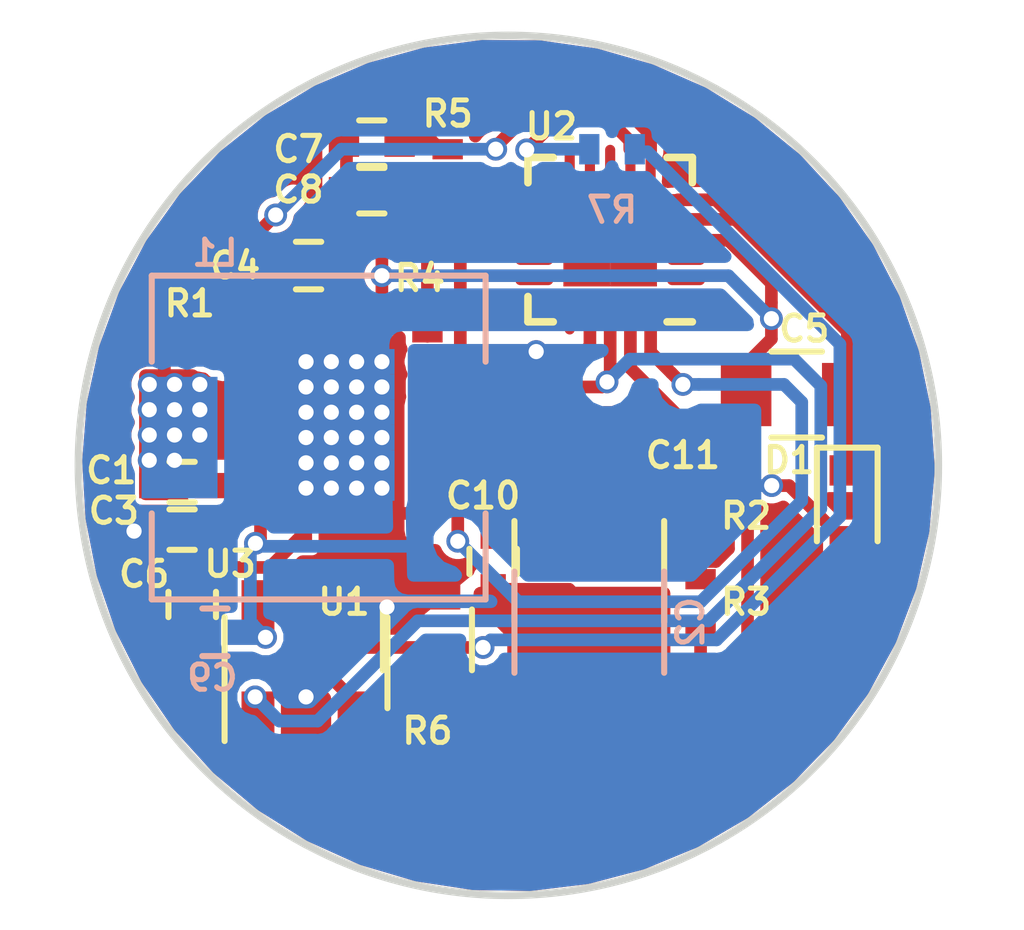
<source format=kicad_pcb>
(kicad_pcb (version 20171130) (host pcbnew "(5.0.1)-4")

  (general
    (thickness 1.6)
    (drawings 6)
    (tracks 218)
    (zones 0)
    (modules 23)
    (nets 31)
  )

  (page A4)
  (layers
    (0 F.Cu signal)
    (31 B.Cu signal)
    (32 B.Adhes user)
    (33 F.Adhes user)
    (34 B.Paste user)
    (35 F.Paste user)
    (36 B.SilkS user)
    (37 F.SilkS user)
    (38 B.Mask user)
    (39 F.Mask user)
    (40 Dwgs.User user)
    (41 Cmts.User user)
    (42 Eco1.User user)
    (43 Eco2.User user)
    (44 Edge.Cuts user)
    (45 Margin user)
    (46 B.CrtYd user)
    (47 F.CrtYd user hide)
    (48 B.Fab user hide)
    (49 F.Fab user hide)
  )

  (setup
    (last_trace_width 0.25)
    (trace_clearance 0.127)
    (zone_clearance 0)
    (zone_45_only no)
    (trace_min 0.0889)
    (segment_width 0.2)
    (edge_width 0.15)
    (via_size 0.8)
    (via_drill 0.4)
    (via_min_size 0.45)
    (via_min_drill 0.3)
    (uvia_size 0.3)
    (uvia_drill 0.1)
    (uvias_allowed no)
    (uvia_min_size 0.2)
    (uvia_min_drill 0.1)
    (pcb_text_width 0.3)
    (pcb_text_size 1.5 1.5)
    (mod_edge_width 0.15)
    (mod_text_size 0.5 0.5)
    (mod_text_width 0.1)
    (pad_size 0.5 0.5)
    (pad_drill 0.2)
    (pad_to_mask_clearance 0.051)
    (solder_mask_min_width 0.25)
    (aux_axis_origin 0 0)
    (grid_origin 103 57.7)
    (visible_elements 7FFFFFFF)
    (pcbplotparams
      (layerselection 0x0dcff_ffffffff)
      (usegerberextensions false)
      (usegerberattributes false)
      (usegerberadvancedattributes false)
      (creategerberjobfile false)
      (excludeedgelayer true)
      (linewidth 0.100000)
      (plotframeref false)
      (viasonmask false)
      (mode 1)
      (useauxorigin false)
      (hpglpennumber 1)
      (hpglpenspeed 20)
      (hpglpendiameter 15.000000)
      (psnegative false)
      (psa4output false)
      (plotreference true)
      (plotvalue true)
      (plotinvisibletext false)
      (padsonsilk false)
      (subtractmaskfromsilk false)
      (outputformat 1)
      (mirror false)
      (drillshape 0)
      (scaleselection 1)
      (outputdirectory "Gerbers/"))
  )

  (net 0 "")
  (net 1 +BATT)
  (net 2 GND)
  (net 3 "Net-(C4-Pad2)")
  (net 4 "Net-(C5-Pad2)")
  (net 5 /LED_K)
  (net 6 "Net-(C6-Pad2)")
  (net 7 /LED_A)
  (net 8 "Net-(R1-Pad1)")
  (net 9 "Net-(R4-Pad2)")
  (net 10 "Net-(C7-Pad2)")
  (net 11 /DAC_OUT)
  (net 12 /ADC_IOUT)
  (net 13 /ADC_VOUT)
  (net 14 /ENABLE)
  (net 15 "Net-(U2-Pad16)")
  (net 16 "Net-(U2-Pad15)")
  (net 17 "Net-(U2-Pad14)")
  (net 18 "Net-(U2-Pad13)")
  (net 19 "Net-(U2-Pad12)")
  (net 20 "Net-(U2-Pad11)")
  (net 21 "Net-(U2-Pad10)")
  (net 22 "Net-(U2-Pad9)")
  (net 23 "Net-(U2-Pad8)")
  (net 24 "Net-(U2-Pad2)")
  (net 25 "Net-(U2-Pad1)")
  (net 26 /MODE)
  (net 27 "Net-(C1-Pad2)")
  (net 28 "Net-(C1-Pad1)")
  (net 29 "Net-(C8-Pad2)")
  (net 30 "Net-(R7-Pad2)")

  (net_class Default "This is the default net class."
    (clearance 0.127)
    (trace_width 0.25)
    (via_dia 0.8)
    (via_drill 0.4)
    (uvia_dia 0.3)
    (uvia_drill 0.1)
    (add_net +BATT)
    (add_net /ADC_IOUT)
    (add_net /ADC_VOUT)
    (add_net /DAC_OUT)
    (add_net /ENABLE)
    (add_net /LED_A)
    (add_net /LED_K)
    (add_net /MODE)
    (add_net GND)
    (add_net "Net-(C1-Pad1)")
    (add_net "Net-(C1-Pad2)")
    (add_net "Net-(C4-Pad2)")
    (add_net "Net-(C5-Pad2)")
    (add_net "Net-(C6-Pad2)")
    (add_net "Net-(C7-Pad2)")
    (add_net "Net-(C8-Pad2)")
    (add_net "Net-(R1-Pad1)")
    (add_net "Net-(R4-Pad2)")
    (add_net "Net-(R7-Pad2)")
    (add_net "Net-(U2-Pad1)")
    (add_net "Net-(U2-Pad10)")
    (add_net "Net-(U2-Pad11)")
    (add_net "Net-(U2-Pad12)")
    (add_net "Net-(U2-Pad13)")
    (add_net "Net-(U2-Pad14)")
    (add_net "Net-(U2-Pad15)")
    (add_net "Net-(U2-Pad16)")
    (add_net "Net-(U2-Pad2)")
    (add_net "Net-(U2-Pad8)")
    (add_net "Net-(U2-Pad9)")
  )

  (module Misc:TPS61088 (layer F.Cu) (tedit 5C2CE8DE) (tstamp 5C284AFE)
    (at 99.75 57)
    (path /5C2400C9)
    (fp_text reference U1 (at 0 3.5) (layer F.SilkS)
      (effects (font (size 0.5 0.5) (thickness 0.1)))
    )
    (fp_text value TPS61088 (at 0 -3.25) (layer F.Fab)
      (effects (font (size 0.5 0.5) (thickness 0.1)))
    )
    (fp_line (start 1.75 2.25) (end 1.75 -2.25) (layer F.CrtYd) (width 0.15))
    (fp_line (start -1.75 2.25) (end 1.75 2.25) (layer F.CrtYd) (width 0.15))
    (fp_line (start -1.75 -2.25) (end -1.75 2.25) (layer F.CrtYd) (width 0.15))
    (fp_line (start 1.75 -2.25) (end -1.75 -2.25) (layer F.CrtYd) (width 0.15))
    (pad 21 thru_hole rect (at -0.25 0.25) (size 0.5 0.5) (drill 0.3) (layers *.Cu *.Mask)
      (net 2 GND))
    (pad 21 thru_hole rect (at 0.75 0.75) (size 0.5 0.5) (drill 0.3) (layers *.Cu *.Mask)
      (net 2 GND))
    (pad 21 thru_hole rect (at -0.25 0.75) (size 0.5 0.5) (drill 0.3) (layers *.Cu *.Mask)
      (net 2 GND))
    (pad 21 thru_hole rect (at 0.25 0.75) (size 0.5 0.5) (drill 0.3) (layers *.Cu *.Mask)
      (net 2 GND))
    (pad 21 thru_hole rect (at 0.75 0.25) (size 0.5 0.5) (drill 0.3) (layers *.Cu *.Mask)
      (net 2 GND))
    (pad 21 thru_hole rect (at 0.75 -0.75) (size 0.5 0.5) (drill 0.3) (layers *.Cu *.Mask)
      (net 2 GND))
    (pad 21 thru_hole rect (at 0.75 -0.25) (size 0.5 0.5) (drill 0.3) (layers *.Cu *.Mask)
      (net 2 GND))
    (pad 21 thru_hole rect (at 0.25 0.25) (size 0.5 0.5) (drill 0.3) (layers *.Cu *.Mask)
      (net 2 GND))
    (pad 21 thru_hole rect (at 0.25 -0.25) (size 0.5 0.5) (drill 0.3) (layers *.Cu *.Mask)
      (net 2 GND))
    (pad 21 thru_hole rect (at -0.25 -0.25) (size 0.5 0.5) (drill 0.3) (layers *.Cu *.Mask)
      (net 2 GND))
    (pad 21 thru_hole rect (at 0.25 -0.75) (size 0.5 0.5) (drill 0.3) (layers *.Cu *.Mask)
      (net 2 GND))
    (pad 21 thru_hole rect (at -0.25 -0.75) (size 0.5 0.5) (drill 0.3) (layers *.Cu *.Mask)
      (net 2 GND))
    (pad 21 thru_hole rect (at 0.25 -1.25) (size 0.5 0.5) (drill 0.3) (layers *.Cu *.Mask)
      (net 2 GND))
    (pad 21 thru_hole rect (at -0.25 -1.25) (size 0.5 0.5) (drill 0.3) (layers *.Cu *.Mask)
      (net 2 GND))
    (pad 21 thru_hole rect (at -0.75 -0.75) (size 0.5 0.5) (drill 0.3) (layers *.Cu *.Mask)
      (net 2 GND))
    (pad 21 thru_hole rect (at -0.75 -0.25) (size 0.5 0.5) (drill 0.3) (layers *.Cu *.Mask)
      (net 2 GND))
    (pad 21 thru_hole rect (at -0.75 0.25) (size 0.5 0.5) (drill 0.3) (layers *.Cu *.Mask)
      (net 2 GND))
    (pad 21 thru_hole rect (at -0.75 0.75) (size 0.5 0.5) (drill 0.3) (layers *.Cu *.Mask)
      (net 2 GND))
    (pad 21 thru_hole rect (at -0.25 1.25) (size 0.5 0.5) (drill 0.3) (layers *.Cu *.Mask)
      (net 2 GND))
    (pad 21 thru_hole rect (at 0.25 1.25) (size 0.5 0.5) (drill 0.3) (layers *.Cu *.Mask)
      (net 2 GND))
    (pad 21 thru_hole rect (at 0.75 1.25) (size 0.5 0.5) (drill 0.3) (layers *.Cu *.Mask)
      (net 2 GND))
    (pad 21 thru_hole rect (at -0.75 1.25) (size 0.5 0.5) (drill 0.3) (layers *.Cu *.Mask)
      (net 2 GND))
    (pad 21 thru_hole rect (at 0.75 -1.25) (size 0.5 0.5) (drill 0.3) (layers *.Cu *.Mask)
      (net 2 GND))
    (pad 21 thru_hole rect (at -0.75 -1.25) (size 0.5 0.5) (drill 0.3) (layers *.Cu *.Mask)
      (net 2 GND))
    (pad 21 smd rect (at -0.25 -2.15) (size 0.24 0.6) (layers F.Cu F.Paste F.Mask)
      (net 2 GND))
    (pad 21 smd rect (at -0.25 2.15) (size 0.24 0.6) (layers F.Cu F.Paste F.Mask)
      (net 2 GND))
    (pad 21 smd rect (at 0.25 -2.15) (size 0.24 0.6) (layers F.Cu F.Paste F.Mask)
      (net 2 GND))
    (pad 21 smd rect (at 0.25 2.15) (size 0.24 0.6) (layers F.Cu F.Paste F.Mask)
      (net 2 GND))
    (pad 18 smd rect (at 1.65 -1.25) (size 0.6 0.24) (layers F.Cu F.Paste F.Mask)
      (net 29 "Net-(C8-Pad2)"))
    (pad 16 smd rect (at 1.65 -0.25) (size 0.6 0.24) (layers F.Cu F.Paste F.Mask)
      (net 7 /LED_A))
    (pad 17 smd rect (at 1.65 -0.75) (size 0.6 0.24) (layers F.Cu F.Paste F.Mask)
      (net 12 /ADC_IOUT))
    (pad 13 smd rect (at 1.65 1.25) (size 0.6 0.24) (layers F.Cu F.Paste F.Mask)
      (net 26 /MODE))
    (pad 15 smd rect (at 1.65 0.25) (size 0.6 0.24) (layers F.Cu F.Paste F.Mask)
      (net 7 /LED_A))
    (pad 12 smd rect (at 1.65 1.75) (size 0.6 0.24) (layers F.Cu F.Paste F.Mask)
      (net 2 GND))
    (pad 19 smd rect (at 1.65 -1.75) (size 0.6 0.24) (layers F.Cu F.Paste F.Mask)
      (net 9 "Net-(R4-Pad2)"))
    (pad 14 smd rect (at 1.65 0.75) (size 0.6 0.24) (layers F.Cu F.Paste F.Mask)
      (net 7 /LED_A))
    (pad 11 smd rect (at 0.75 2.15) (size 0.24 0.6) (layers F.Cu F.Paste F.Mask)
      (net 2 GND))
    (pad 20 smd rect (at 0.75 -2.15) (size 0.24 0.6) (layers F.Cu F.Paste F.Mask)
      (net 5 /LED_K))
    (pad 9 smd rect (at -1.65 1.75) (size 0.6 0.24) (layers F.Cu F.Paste F.Mask)
      (net 1 +BATT))
    (pad 2 smd rect (at -1.65 -1.75) (size 0.6 0.24) (layers F.Cu F.Paste F.Mask)
      (net 14 /ENABLE))
    (pad 3 smd rect (at -1.65 -1.25) (size 0.6 0.24) (layers F.Cu F.Paste F.Mask)
      (net 8 "Net-(R1-Pad1)"))
    (pad 4 smd rect (at -1.65 -0.75) (size 0.6 0.24) (layers F.Cu F.Paste F.Mask)
      (net 27 "Net-(C1-Pad2)"))
    (pad 8 smd rect (at -1.65 1.25) (size 0.6 0.24) (layers F.Cu F.Paste F.Mask)
      (net 28 "Net-(C1-Pad1)"))
    (pad 7 smd rect (at -1.65 0.75) (size 0.6 0.24) (layers F.Cu F.Paste F.Mask)
      (net 27 "Net-(C1-Pad2)"))
    (pad 6 smd rect (at -1.65 0.25) (size 0.6 0.24) (layers F.Cu F.Paste F.Mask)
      (net 27 "Net-(C1-Pad2)"))
    (pad 5 smd rect (at -1.65 -0.25) (size 0.6 0.24) (layers F.Cu F.Paste F.Mask)
      (net 27 "Net-(C1-Pad2)"))
    (pad 10 smd rect (at -0.75 2.15) (size 0.24 0.6) (layers F.Cu F.Paste F.Mask)
      (net 6 "Net-(C6-Pad2)"))
    (pad 1 smd rect (at -0.75 -2.15) (size 0.24 0.6) (layers F.Cu F.Paste F.Mask)
      (net 3 "Net-(C4-Pad2)"))
  )

  (module Housings_DFN_QFN:UQFN-20-1EP_3x3mm_Pitch0.4mm (layer F.Cu) (tedit 54130A77) (tstamp 5C286BA9)
    (at 105.0125 53.3375 180)
    (descr "20-Lead Ultra Thin Plastic Quad Flat, No Lead Package (JP) - 3x3x0.50 mm Body [UQFN]; (see Microchip Packaging Specification 00000049BS.pdf)")
    (tags "QFN 0.4")
    (path /5C332590)
    (attr smd)
    (fp_text reference U2 (at 1.1625 2.2375) (layer F.SilkS)
      (effects (font (size 0.5 0.5) (thickness 0.1)))
    )
    (fp_text value "ATtiny816_(QFN20)" (at 0 2.875 180) (layer F.Fab)
      (effects (font (size 0.5 0.5) (thickness 0.1)))
    )
    (fp_line (start 1.625 -1.625) (end 1.125 -1.625) (layer F.SilkS) (width 0.15))
    (fp_line (start 1.625 1.625) (end 1.125 1.625) (layer F.SilkS) (width 0.15))
    (fp_line (start -1.625 1.625) (end -1.125 1.625) (layer F.SilkS) (width 0.15))
    (fp_line (start -1.625 -1.625) (end -1.125 -1.625) (layer F.SilkS) (width 0.15))
    (fp_line (start 1.625 1.625) (end 1.625 1.125) (layer F.SilkS) (width 0.15))
    (fp_line (start -1.625 1.625) (end -1.625 1.125) (layer F.SilkS) (width 0.15))
    (fp_line (start 1.625 -1.625) (end 1.625 -1.125) (layer F.SilkS) (width 0.15))
    (fp_line (start -2.15 2.15) (end 2.15 2.15) (layer F.CrtYd) (width 0.05))
    (fp_line (start -2.15 -2.15) (end 2.15 -2.15) (layer F.CrtYd) (width 0.05))
    (fp_line (start 2.15 -2.15) (end 2.15 2.15) (layer F.CrtYd) (width 0.05))
    (fp_line (start -2.15 -2.15) (end -2.15 2.15) (layer F.CrtYd) (width 0.05))
    (fp_line (start -1.5 -0.5) (end -0.5 -1.5) (layer F.Fab) (width 0.15))
    (fp_line (start -1.5 1.5) (end -1.5 -0.5) (layer F.Fab) (width 0.15))
    (fp_line (start 1.5 1.5) (end -1.5 1.5) (layer F.Fab) (width 0.15))
    (fp_line (start 1.5 -1.5) (end 1.5 1.5) (layer F.Fab) (width 0.15))
    (fp_line (start -0.5 -1.5) (end 1.5 -1.5) (layer F.Fab) (width 0.15))
    (pad 21 smd rect (at -0.4625 -0.4625 180) (size 0.925 0.925) (layers F.Cu F.Paste F.Mask)
      (solder_paste_margin_ratio -0.2))
    (pad 21 smd rect (at -0.4625 0.4625 180) (size 0.925 0.925) (layers F.Cu F.Paste F.Mask)
      (solder_paste_margin_ratio -0.2))
    (pad 21 smd rect (at 0.4625 -0.4625 180) (size 0.925 0.925) (layers F.Cu F.Paste F.Mask)
      (solder_paste_margin_ratio -0.2))
    (pad 21 smd rect (at 0.4625 0.4625 180) (size 0.925 0.925) (layers F.Cu F.Paste F.Mask)
      (solder_paste_margin_ratio -0.2))
    (pad 20 smd oval (at -0.8 -1.5 270) (size 0.75 0.2) (layers F.Cu F.Paste F.Mask)
      (net 26 /MODE))
    (pad 19 smd oval (at -0.4 -1.5 270) (size 0.75 0.2) (layers F.Cu F.Paste F.Mask)
      (net 13 /ADC_VOUT))
    (pad 18 smd oval (at 0 -1.5 270) (size 0.75 0.2) (layers F.Cu F.Paste F.Mask)
      (net 12 /ADC_IOUT))
    (pad 17 smd oval (at 0.4 -1.5 270) (size 0.75 0.2) (layers F.Cu F.Paste F.Mask)
      (net 1 +BATT))
    (pad 16 smd oval (at 0.8 -1.5 270) (size 0.75 0.2) (layers F.Cu F.Paste F.Mask)
      (net 15 "Net-(U2-Pad16)"))
    (pad 15 smd oval (at 1.5 -0.8 180) (size 0.75 0.2) (layers F.Cu F.Paste F.Mask)
      (net 16 "Net-(U2-Pad15)"))
    (pad 14 smd oval (at 1.5 -0.4 180) (size 0.75 0.2) (layers F.Cu F.Paste F.Mask)
      (net 17 "Net-(U2-Pad14)"))
    (pad 13 smd oval (at 1.5 0 180) (size 0.75 0.2) (layers F.Cu F.Paste F.Mask)
      (net 18 "Net-(U2-Pad13)"))
    (pad 12 smd oval (at 1.5 0.4 180) (size 0.75 0.2) (layers F.Cu F.Paste F.Mask)
      (net 19 "Net-(U2-Pad12)"))
    (pad 11 smd oval (at 1.5 0.8 180) (size 0.75 0.2) (layers F.Cu F.Paste F.Mask)
      (net 20 "Net-(U2-Pad11)"))
    (pad 10 smd oval (at 0.8 1.5 270) (size 0.75 0.2) (layers F.Cu F.Paste F.Mask)
      (net 21 "Net-(U2-Pad10)"))
    (pad 9 smd oval (at 0.4 1.5 270) (size 0.75 0.2) (layers F.Cu F.Paste F.Mask)
      (net 22 "Net-(U2-Pad9)"))
    (pad 8 smd oval (at 0 1.5 270) (size 0.75 0.2) (layers F.Cu F.Paste F.Mask)
      (net 23 "Net-(U2-Pad8)"))
    (pad 7 smd oval (at -0.4 1.5 270) (size 0.75 0.2) (layers F.Cu F.Paste F.Mask)
      (net 11 /DAC_OUT))
    (pad 6 smd oval (at -0.8 1.5 270) (size 0.75 0.2) (layers F.Cu F.Paste F.Mask)
      (net 14 /ENABLE))
    (pad 5 smd oval (at -1.5 0.8 180) (size 0.75 0.2) (layers F.Cu F.Paste F.Mask)
      (net 4 "Net-(C5-Pad2)"))
    (pad 4 smd oval (at -1.5 0.4 180) (size 0.75 0.2) (layers F.Cu F.Paste F.Mask)
      (net 4 "Net-(C5-Pad2)"))
    (pad 3 smd oval (at -1.5 0 180) (size 0.75 0.2) (layers F.Cu F.Paste F.Mask)
      (net 5 /LED_K))
    (pad 2 smd oval (at -1.5 -0.4 180) (size 0.75 0.2) (layers F.Cu F.Paste F.Mask)
      (net 24 "Net-(U2-Pad2)"))
    (pad 1 smd oval (at -1.5 -0.8 180) (size 0.75 0.2) (layers F.Cu F.Paste F.Mask)
      (net 25 "Net-(U2-Pad1)"))
    (model ${KISYS3DMOD}/Housings_DFN_QFN.3dshapes/UQFN-20-1EP_3x3mm_Pitch0.4mm.wrl
      (at (xyz 0 0 0))
      (scale (xyz 1 1 1))
      (rotate (xyz 0 0 0))
    )
  )

  (module Capacitors_SMD:C_0402 (layer F.Cu) (tedit 58AA841A) (tstamp 5C2C798B)
    (at 96.55 58.2 180)
    (descr "Capacitor SMD 0402, reflow soldering, AVX (see smccp.pdf)")
    (tags "capacitor 0402")
    (path /5C21A397)
    (attr smd)
    (fp_text reference C1 (at 1.4 0.3 180) (layer F.SilkS)
      (effects (font (size 0.5 0.5) (thickness 0.1)))
    )
    (fp_text value 100n (at 0 1.27 180) (layer F.Fab)
      (effects (font (size 0.5 0.5) (thickness 0.1)))
    )
    (fp_line (start 1 0.4) (end -1 0.4) (layer F.CrtYd) (width 0.05))
    (fp_line (start 1 0.4) (end 1 -0.4) (layer F.CrtYd) (width 0.05))
    (fp_line (start -1 -0.4) (end -1 0.4) (layer F.CrtYd) (width 0.05))
    (fp_line (start -1 -0.4) (end 1 -0.4) (layer F.CrtYd) (width 0.05))
    (fp_line (start -0.25 0.47) (end 0.25 0.47) (layer F.SilkS) (width 0.12))
    (fp_line (start 0.25 -0.47) (end -0.25 -0.47) (layer F.SilkS) (width 0.12))
    (fp_line (start -0.5 -0.25) (end 0.5 -0.25) (layer F.Fab) (width 0.1))
    (fp_line (start 0.5 -0.25) (end 0.5 0.25) (layer F.Fab) (width 0.1))
    (fp_line (start 0.5 0.25) (end -0.5 0.25) (layer F.Fab) (width 0.1))
    (fp_line (start -0.5 0.25) (end -0.5 -0.25) (layer F.Fab) (width 0.1))
    (fp_text user %R (at 0 -1.27 180) (layer F.Fab)
      (effects (font (size 0.5 0.5) (thickness 0.1)))
    )
    (pad 2 smd rect (at 0.55 0 180) (size 0.6 0.5) (layers F.Cu F.Paste F.Mask)
      (net 27 "Net-(C1-Pad2)"))
    (pad 1 smd rect (at -0.55 0 180) (size 0.6 0.5) (layers F.Cu F.Paste F.Mask)
      (net 28 "Net-(C1-Pad1)"))
    (model Capacitors_SMD.3dshapes/C_0402.wrl
      (at (xyz 0 0 0))
      (scale (xyz 1 1 1))
      (rotate (xyz 0 0 0))
    )
  )

  (module Capacitors_SMD:C_0805 (layer F.Cu) (tedit 58AA8463) (tstamp 5C2C797B)
    (at 108.7 56.4)
    (descr "Capacitor SMD 0805, reflow soldering, AVX (see smccp.pdf)")
    (tags "capacitor 0805")
    (path /5C33C03A)
    (attr smd)
    (fp_text reference C5 (at 0.15 -1.3 180) (layer F.SilkS)
      (effects (font (size 0.5 0.5) (thickness 0.1)))
    )
    (fp_text value 47u (at 0 1.75) (layer F.Fab)
      (effects (font (size 0.5 0.5) (thickness 0.1)))
    )
    (fp_line (start 1.75 0.87) (end -1.75 0.87) (layer F.CrtYd) (width 0.05))
    (fp_line (start 1.75 0.87) (end 1.75 -0.88) (layer F.CrtYd) (width 0.05))
    (fp_line (start -1.75 -0.88) (end -1.75 0.87) (layer F.CrtYd) (width 0.05))
    (fp_line (start -1.75 -0.88) (end 1.75 -0.88) (layer F.CrtYd) (width 0.05))
    (fp_line (start -0.5 0.85) (end 0.5 0.85) (layer F.SilkS) (width 0.12))
    (fp_line (start 0.5 -0.85) (end -0.5 -0.85) (layer F.SilkS) (width 0.12))
    (fp_line (start -1 -0.62) (end 1 -0.62) (layer F.Fab) (width 0.1))
    (fp_line (start 1 -0.62) (end 1 0.62) (layer F.Fab) (width 0.1))
    (fp_line (start 1 0.62) (end -1 0.62) (layer F.Fab) (width 0.1))
    (fp_line (start -1 0.62) (end -1 -0.62) (layer F.Fab) (width 0.1))
    (fp_text user %R (at 0 -1.5) (layer F.Fab)
      (effects (font (size 0.5 0.5) (thickness 0.1)))
    )
    (pad 2 smd rect (at 1 0) (size 1 1.25) (layers F.Cu F.Paste F.Mask)
      (net 4 "Net-(C5-Pad2)"))
    (pad 1 smd rect (at -1 0) (size 1 1.25) (layers F.Cu F.Paste F.Mask)
      (net 5 /LED_K))
    (model Capacitors_SMD.3dshapes/C_0805.wrl
      (at (xyz 0 0 0))
      (scale (xyz 1 1 1))
      (rotate (xyz 0 0 0))
    )
  )

  (module Capacitors_SMD:C_1210 (layer B.Cu) (tedit 58AA84E2) (tstamp 5C2C796B)
    (at 104.6 60.9 90)
    (descr "Capacitor SMD 1210, reflow soldering, AVX (see smccp.pdf)")
    (tags "capacitor 1210")
    (path /5C21A49F)
    (attr smd)
    (fp_text reference C2 (at 0 2 90) (layer B.SilkS)
      (effects (font (size 0.5 0.5) (thickness 0.1)) (justify mirror))
    )
    (fp_text value 10u (at 0 -2.5 90) (layer B.Fab)
      (effects (font (size 0.5 0.5) (thickness 0.1)) (justify mirror))
    )
    (fp_text user %R (at 0 2.25 90) (layer B.Fab)
      (effects (font (size 0.5 0.5) (thickness 0.1)) (justify mirror))
    )
    (fp_line (start -1.6 -1.25) (end -1.6 1.25) (layer B.Fab) (width 0.1))
    (fp_line (start 1.6 -1.25) (end -1.6 -1.25) (layer B.Fab) (width 0.1))
    (fp_line (start 1.6 1.25) (end 1.6 -1.25) (layer B.Fab) (width 0.1))
    (fp_line (start -1.6 1.25) (end 1.6 1.25) (layer B.Fab) (width 0.1))
    (fp_line (start 1 1.48) (end -1 1.48) (layer B.SilkS) (width 0.12))
    (fp_line (start -1 -1.48) (end 1 -1.48) (layer B.SilkS) (width 0.12))
    (fp_line (start -2.25 1.5) (end 2.25 1.5) (layer B.CrtYd) (width 0.05))
    (fp_line (start -2.25 1.5) (end -2.25 -1.5) (layer B.CrtYd) (width 0.05))
    (fp_line (start 2.25 -1.5) (end 2.25 1.5) (layer B.CrtYd) (width 0.05))
    (fp_line (start 2.25 -1.5) (end -2.25 -1.5) (layer B.CrtYd) (width 0.05))
    (pad 1 smd rect (at -1.5 0 90) (size 1 2.5) (layers B.Cu B.Paste B.Mask)
      (net 2 GND))
    (pad 2 smd rect (at 1.5 0 90) (size 1 2.5) (layers B.Cu B.Paste B.Mask)
      (net 1 +BATT))
    (model Capacitors_SMD.3dshapes/C_1210.wrl
      (at (xyz 0 0 0))
      (scale (xyz 1 1 1))
      (rotate (xyz 0 0 0))
    )
  )

  (module Capacitors_SMD:C_1210 (layer F.Cu) (tedit 58AA84E2) (tstamp 5C2C795B)
    (at 104.6 59.9 90)
    (descr "Capacitor SMD 1210, reflow soldering, AVX (see smccp.pdf)")
    (tags "capacitor 1210")
    (path /5C240784)
    (attr smd)
    (fp_text reference C11 (at 2.3 1.85 180) (layer F.SilkS)
      (effects (font (size 0.5 0.5) (thickness 0.1)))
    )
    (fp_text value 100u (at 0 2.5 90) (layer F.Fab)
      (effects (font (size 0.5 0.5) (thickness 0.1)))
    )
    (fp_line (start 2.25 1.5) (end -2.25 1.5) (layer F.CrtYd) (width 0.05))
    (fp_line (start 2.25 1.5) (end 2.25 -1.5) (layer F.CrtYd) (width 0.05))
    (fp_line (start -2.25 -1.5) (end -2.25 1.5) (layer F.CrtYd) (width 0.05))
    (fp_line (start -2.25 -1.5) (end 2.25 -1.5) (layer F.CrtYd) (width 0.05))
    (fp_line (start -1 1.48) (end 1 1.48) (layer F.SilkS) (width 0.12))
    (fp_line (start 1 -1.48) (end -1 -1.48) (layer F.SilkS) (width 0.12))
    (fp_line (start -1.6 -1.25) (end 1.6 -1.25) (layer F.Fab) (width 0.1))
    (fp_line (start 1.6 -1.25) (end 1.6 1.25) (layer F.Fab) (width 0.1))
    (fp_line (start 1.6 1.25) (end -1.6 1.25) (layer F.Fab) (width 0.1))
    (fp_line (start -1.6 1.25) (end -1.6 -1.25) (layer F.Fab) (width 0.1))
    (fp_text user %R (at 0 -2.25 90) (layer F.Fab)
      (effects (font (size 0.5 0.5) (thickness 0.1)))
    )
    (pad 2 smd rect (at 1.5 0 90) (size 1 2.5) (layers F.Cu F.Paste F.Mask)
      (net 7 /LED_A))
    (pad 1 smd rect (at -1.5 0 90) (size 1 2.5) (layers F.Cu F.Paste F.Mask)
      (net 5 /LED_K))
    (model Capacitors_SMD.3dshapes/C_1210.wrl
      (at (xyz 0 0 0))
      (scale (xyz 1 1 1))
      (rotate (xyz 0 0 0))
    )
  )

  (module Resistors_SMD:R_0805 (layer F.Cu) (tedit 58E0A804) (tstamp 5C2C778D)
    (at 101.4 61.25 90)
    (descr "Resistor SMD 0805, reflow soldering, Vishay (see dcrcw.pdf)")
    (tags "resistor 0805")
    (path /5C24F41F)
    (attr smd)
    (fp_text reference R6 (at -1.8 0 180) (layer F.SilkS)
      (effects (font (size 0.5 0.5) (thickness 0.1)))
    )
    (fp_text value 12m (at 0 1.75 90) (layer F.Fab)
      (effects (font (size 0.5 0.5) (thickness 0.1)))
    )
    (fp_line (start 1.55 0.9) (end -1.55 0.9) (layer F.CrtYd) (width 0.05))
    (fp_line (start 1.55 0.9) (end 1.55 -0.9) (layer F.CrtYd) (width 0.05))
    (fp_line (start -1.55 -0.9) (end -1.55 0.9) (layer F.CrtYd) (width 0.05))
    (fp_line (start -1.55 -0.9) (end 1.55 -0.9) (layer F.CrtYd) (width 0.05))
    (fp_line (start -0.6 -0.88) (end 0.6 -0.88) (layer F.SilkS) (width 0.12))
    (fp_line (start 0.6 0.88) (end -0.6 0.88) (layer F.SilkS) (width 0.12))
    (fp_line (start -1 -0.62) (end 1 -0.62) (layer F.Fab) (width 0.1))
    (fp_line (start 1 -0.62) (end 1 0.62) (layer F.Fab) (width 0.1))
    (fp_line (start 1 0.62) (end -1 0.62) (layer F.Fab) (width 0.1))
    (fp_line (start -1 0.62) (end -1 -0.62) (layer F.Fab) (width 0.1))
    (fp_text user %R (at 0 0 90) (layer F.Fab)
      (effects (font (size 0.5 0.5) (thickness 0.1)))
    )
    (pad 2 smd rect (at 0.95 0 90) (size 0.7 1.3) (layers F.Cu F.Paste F.Mask)
      (net 2 GND))
    (pad 1 smd rect (at -0.95 0 90) (size 0.7 1.3) (layers F.Cu F.Paste F.Mask)
      (net 5 /LED_K))
    (model ${KISYS3DMOD}/Resistors_SMD.3dshapes/R_0805.wrl
      (at (xyz 0 0 0))
      (scale (xyz 1 1 1))
      (rotate (xyz 0 0 0))
    )
  )

  (module Diodes_SMD:D_SOD-523 (layer F.Cu) (tedit 586419F0) (tstamp 5C2C52E6)
    (at 109.7 58.6 270)
    (descr "http://www.diodes.com/datasheets/ap02001.pdf p.144")
    (tags "Diode SOD523")
    (path /5C3F6B15)
    (attr smd)
    (fp_text reference D1 (at -0.9 1.15) (layer F.SilkS)
      (effects (font (size 0.5 0.5) (thickness 0.1)))
    )
    (fp_text value D_Schottky (at 0 1.4 270) (layer F.Fab)
      (effects (font (size 0.5 0.5) (thickness 0.1)))
    )
    (fp_line (start 0.7 0.6) (end -1.15 0.6) (layer F.SilkS) (width 0.12))
    (fp_line (start 0.7 -0.6) (end -1.15 -0.6) (layer F.SilkS) (width 0.12))
    (fp_line (start 0.65 0.45) (end -0.65 0.45) (layer F.Fab) (width 0.1))
    (fp_line (start -0.65 0.45) (end -0.65 -0.45) (layer F.Fab) (width 0.1))
    (fp_line (start -0.65 -0.45) (end 0.65 -0.45) (layer F.Fab) (width 0.1))
    (fp_line (start 0.65 -0.45) (end 0.65 0.45) (layer F.Fab) (width 0.1))
    (fp_line (start -0.2 0.2) (end -0.2 -0.2) (layer F.Fab) (width 0.1))
    (fp_line (start -0.2 0) (end -0.35 0) (layer F.Fab) (width 0.1))
    (fp_line (start -0.2 0) (end 0.1 0.2) (layer F.Fab) (width 0.1))
    (fp_line (start 0.1 0.2) (end 0.1 -0.2) (layer F.Fab) (width 0.1))
    (fp_line (start 0.1 -0.2) (end -0.2 0) (layer F.Fab) (width 0.1))
    (fp_line (start 0.1 0) (end 0.25 0) (layer F.Fab) (width 0.1))
    (fp_line (start 1.25 0.7) (end -1.25 0.7) (layer F.CrtYd) (width 0.05))
    (fp_line (start -1.25 0.7) (end -1.25 -0.7) (layer F.CrtYd) (width 0.05))
    (fp_line (start -1.25 -0.7) (end 1.25 -0.7) (layer F.CrtYd) (width 0.05))
    (fp_line (start 1.25 -0.7) (end 1.25 0.7) (layer F.CrtYd) (width 0.05))
    (fp_line (start -1.15 -0.6) (end -1.15 0.6) (layer F.SilkS) (width 0.12))
    (fp_text user %R (at 0 -1.3 270) (layer F.Fab)
      (effects (font (size 0.5 0.5) (thickness 0.1)))
    )
    (pad 1 smd rect (at -0.7 0 90) (size 0.6 0.7) (layers F.Cu F.Paste F.Mask)
      (net 4 "Net-(C5-Pad2)"))
    (pad 2 smd rect (at 0.7 0 90) (size 0.6 0.7) (layers F.Cu F.Paste F.Mask)
      (net 1 +BATT))
    (model ${KISYS3DMOD}/Diodes_SMD.3dshapes/D_SOD-523.wrl
      (at (xyz 0 0 0))
      (scale (xyz 1 1 1))
      (rotate (xyz 0 0 0))
    )
  )

  (module Capacitors_SMD:C_0402 (layer F.Cu) (tedit 5C2C420C) (tstamp 5C2C484D)
    (at 96.75 60.55 90)
    (descr "Capacitor SMD 0402, reflow soldering, AVX (see smccp.pdf)")
    (tags "capacitor 0402")
    (path /5C2272A4)
    (attr smd)
    (fp_text reference C6 (at 0.6 -0.95) (layer F.SilkS)
      (effects (font (size 0.5 0.5) (thickness 0.1)))
    )
    (fp_text value 10n (at 0 1.27 90) (layer F.Fab)
      (effects (font (size 0.5 0.5) (thickness 0.1)))
    )
    (fp_text user %R (at 0 -1.27 90) (layer F.Fab)
      (effects (font (size 0.5 0.5) (thickness 0.1)))
    )
    (fp_line (start -0.5 0.25) (end -0.5 -0.25) (layer F.Fab) (width 0.1))
    (fp_line (start 0.5 0.25) (end -0.5 0.25) (layer F.Fab) (width 0.1))
    (fp_line (start 0.5 -0.25) (end 0.5 0.25) (layer F.Fab) (width 0.1))
    (fp_line (start -0.5 -0.25) (end 0.5 -0.25) (layer F.Fab) (width 0.1))
    (fp_line (start 0.25 -0.47) (end -0.25 -0.47) (layer F.SilkS) (width 0.12))
    (fp_line (start -0.25 0.47) (end 0.25 0.47) (layer F.SilkS) (width 0.12))
    (fp_line (start -1 -0.4) (end 1 -0.4) (layer F.CrtYd) (width 0.05))
    (fp_line (start -1 -0.4) (end -1 0.4) (layer F.CrtYd) (width 0.05))
    (fp_line (start 1 0.4) (end 1 -0.4) (layer F.CrtYd) (width 0.05))
    (fp_line (start 1 0.4) (end -1 0.4) (layer F.CrtYd) (width 0.05))
    (pad 1 smd rect (at -0.55 0 90) (size 0.6 0.5) (layers F.Cu F.Paste F.Mask)
      (net 5 /LED_K))
    (pad 2 smd rect (at 0.55 0 90) (size 0.6 0.5) (layers F.Cu F.Paste F.Mask)
      (net 6 "Net-(C6-Pad2)"))
    (model Capacitors_SMD.3dshapes/C_0402.wrl
      (at (xyz 0 0 0))
      (scale (xyz 1 1 1))
      (rotate (xyz 0 0 0))
    )
  )

  (module Capacitors_SMD:C_0402 (layer F.Cu) (tedit 58AA841A) (tstamp 5C2C483D)
    (at 100.3 51.45)
    (descr "Capacitor SMD 0402, reflow soldering, AVX (see smccp.pdf)")
    (tags "capacitor 0402")
    (path /5C220E56)
    (attr smd)
    (fp_text reference C7 (at -1.45 0.1 180) (layer F.SilkS)
      (effects (font (size 0.5 0.5) (thickness 0.1)))
    )
    (fp_text value 3.3nF (at 0 1.27) (layer F.Fab)
      (effects (font (size 0.5 0.5) (thickness 0.1)))
    )
    (fp_line (start 1 0.4) (end -1 0.4) (layer F.CrtYd) (width 0.05))
    (fp_line (start 1 0.4) (end 1 -0.4) (layer F.CrtYd) (width 0.05))
    (fp_line (start -1 -0.4) (end -1 0.4) (layer F.CrtYd) (width 0.05))
    (fp_line (start -1 -0.4) (end 1 -0.4) (layer F.CrtYd) (width 0.05))
    (fp_line (start -0.25 0.47) (end 0.25 0.47) (layer F.SilkS) (width 0.12))
    (fp_line (start 0.25 -0.47) (end -0.25 -0.47) (layer F.SilkS) (width 0.12))
    (fp_line (start -0.5 -0.25) (end 0.5 -0.25) (layer F.Fab) (width 0.1))
    (fp_line (start 0.5 -0.25) (end 0.5 0.25) (layer F.Fab) (width 0.1))
    (fp_line (start 0.5 0.25) (end -0.5 0.25) (layer F.Fab) (width 0.1))
    (fp_line (start -0.5 0.25) (end -0.5 -0.25) (layer F.Fab) (width 0.1))
    (fp_text user %R (at 0 -1.27) (layer F.Fab)
      (effects (font (size 0.5 0.5) (thickness 0.1)))
    )
    (pad 2 smd rect (at 0.55 0) (size 0.6 0.5) (layers F.Cu F.Paste F.Mask)
      (net 10 "Net-(C7-Pad2)"))
    (pad 1 smd rect (at -0.55 0) (size 0.6 0.5) (layers F.Cu F.Paste F.Mask)
      (net 5 /LED_K))
    (model Capacitors_SMD.3dshapes/C_0402.wrl
      (at (xyz 0 0 0))
      (scale (xyz 1 1 1))
      (rotate (xyz 0 0 0))
    )
  )

  (module Resistors_SMD:R_0402_NoSilk (layer F.Cu) (tedit 58E0A804) (tstamp 5C242118)
    (at 106.8 60.5 90)
    (descr "Resistor SMD 0402, reflow soldering, Vishay (see dcrcw.pdf)")
    (tags "resistor 0402")
    (path /5C38788E)
    (attr smd)
    (fp_text reference R3 (at 0 0.9) (layer F.SilkS)
      (effects (font (size 0.5 0.5) (thickness 0.1)))
    )
    (fp_text value 100k (at 0 1.25 90) (layer F.Fab)
      (effects (font (size 0.5 0.5) (thickness 0.1)))
    )
    (fp_line (start 0.8 0.45) (end -0.8 0.45) (layer F.CrtYd) (width 0.05))
    (fp_line (start 0.8 0.45) (end 0.8 -0.45) (layer F.CrtYd) (width 0.05))
    (fp_line (start -0.8 -0.45) (end -0.8 0.45) (layer F.CrtYd) (width 0.05))
    (fp_line (start -0.8 -0.45) (end 0.8 -0.45) (layer F.CrtYd) (width 0.05))
    (fp_line (start -0.5 -0.25) (end 0.5 -0.25) (layer F.Fab) (width 0.1))
    (fp_line (start 0.5 -0.25) (end 0.5 0.25) (layer F.Fab) (width 0.1))
    (fp_line (start 0.5 0.25) (end -0.5 0.25) (layer F.Fab) (width 0.1))
    (fp_line (start -0.5 0.25) (end -0.5 -0.25) (layer F.Fab) (width 0.1))
    (fp_text user %R (at 0 -1.2 90) (layer F.Fab)
      (effects (font (size 0.5 0.5) (thickness 0.1)))
    )
    (pad 2 smd rect (at 0.45 0 90) (size 0.4 0.6) (layers F.Cu F.Paste F.Mask)
      (net 13 /ADC_VOUT))
    (pad 1 smd rect (at -0.45 0 90) (size 0.4 0.6) (layers F.Cu F.Paste F.Mask)
      (net 5 /LED_K))
    (model ${KISYS3DMOD}/Resistors_SMD.3dshapes/R_0402.wrl
      (at (xyz 0 0 0))
      (scale (xyz 1 1 1))
      (rotate (xyz 0 0 0))
    )
  )

  (module TO_SOT_Packages_SMD:SOT-23-6 (layer F.Cu) (tedit 58CE4E7E) (tstamp 5C286A32)
    (at 99 61.7 90)
    (descr "6-pin SOT-23 package")
    (tags SOT-23-6)
    (path /5C2D0B3D)
    (attr smd)
    (fp_text reference U3 (at 1.95 -1.5) (layer F.SilkS)
      (effects (font (size 0.5 0.5) (thickness 0.1)))
    )
    (fp_text value INA181 (at 0 2.9 90) (layer F.Fab)
      (effects (font (size 0.5 0.5) (thickness 0.1)))
    )
    (fp_line (start 0.9 -1.55) (end 0.9 1.55) (layer F.Fab) (width 0.1))
    (fp_line (start 0.9 1.55) (end -0.9 1.55) (layer F.Fab) (width 0.1))
    (fp_line (start -0.9 -0.9) (end -0.9 1.55) (layer F.Fab) (width 0.1))
    (fp_line (start 0.9 -1.55) (end -0.25 -1.55) (layer F.Fab) (width 0.1))
    (fp_line (start -0.9 -0.9) (end -0.25 -1.55) (layer F.Fab) (width 0.1))
    (fp_line (start -1.9 -1.8) (end -1.9 1.8) (layer F.CrtYd) (width 0.05))
    (fp_line (start -1.9 1.8) (end 1.9 1.8) (layer F.CrtYd) (width 0.05))
    (fp_line (start 1.9 1.8) (end 1.9 -1.8) (layer F.CrtYd) (width 0.05))
    (fp_line (start 1.9 -1.8) (end -1.9 -1.8) (layer F.CrtYd) (width 0.05))
    (fp_line (start 0.9 -1.61) (end -1.55 -1.61) (layer F.SilkS) (width 0.12))
    (fp_line (start -0.9 1.61) (end 0.9 1.61) (layer F.SilkS) (width 0.12))
    (fp_text user %R (at 0 0 180) (layer F.Fab)
      (effects (font (size 0.5 0.5) (thickness 0.1)))
    )
    (pad 5 smd rect (at 1.1 0 90) (size 1.06 0.65) (layers F.Cu F.Paste F.Mask)
      (net 30 "Net-(R7-Pad2)"))
    (pad 6 smd rect (at 1.1 -0.95 90) (size 1.06 0.65) (layers F.Cu F.Paste F.Mask)
      (net 1 +BATT))
    (pad 4 smd rect (at 1.1 0.95 90) (size 1.06 0.65) (layers F.Cu F.Paste F.Mask)
      (net 2 GND))
    (pad 3 smd rect (at -1.1 0.95 90) (size 1.06 0.65) (layers F.Cu F.Paste F.Mask)
      (net 5 /LED_K))
    (pad 2 smd rect (at -1.1 0 90) (size 1.06 0.65) (layers F.Cu F.Paste F.Mask)
      (net 2 GND))
    (pad 1 smd rect (at -1.1 -0.95 90) (size 1.06 0.65) (layers F.Cu F.Paste F.Mask)
      (net 12 /ADC_IOUT))
    (model ${KISYS3DMOD}/TO_SOT_Packages_SMD.3dshapes/SOT-23-6.wrl
      (at (xyz 0 0 0))
      (scale (xyz 1 1 1))
      (rotate (xyz 0 0 0))
    )
  )

  (module Inductors_SMD:L_6.3x6.3_H3 (layer B.Cu) (tedit 5990349C) (tstamp 5C25453A)
    (at 99.25 57.25)
    (descr "Choke, SMD, 6.3x6.3mm 3mm height")
    (tags "Choke SMD")
    (path /5C21AB05)
    (attr smd)
    (fp_text reference L1 (at -2.05 -3.65) (layer B.SilkS)
      (effects (font (size 0.5 0.5) (thickness 0.1)) (justify mirror))
    )
    (fp_text value 4.7u (at 0 -4.45) (layer B.Fab)
      (effects (font (size 0.5 0.5) (thickness 0.1)) (justify mirror))
    )
    (fp_arc (start 0 0) (end 1.91 -1.91) (angle -90) (layer B.Fab) (width 0.1))
    (fp_arc (start 0 0) (end -1.91 1.91) (angle -90) (layer B.Fab) (width 0.1))
    (fp_line (start -3.15 -3.15) (end 3.15 -3.15) (layer B.Fab) (width 0.1))
    (fp_line (start -3.15 3.15) (end 3.15 3.15) (layer B.Fab) (width 0.1))
    (fp_line (start -3.15 3.15) (end -3.15 1.5) (layer B.Fab) (width 0.1))
    (fp_line (start -3.15 -3.15) (end -3.15 -1.5) (layer B.Fab) (width 0.1))
    (fp_line (start 3.15 3.15) (end 3.15 1.5) (layer B.Fab) (width 0.1))
    (fp_line (start 3.15 -3.15) (end 3.15 -1.5) (layer B.Fab) (width 0.1))
    (fp_line (start 3.75 3.4) (end -3.75 3.4) (layer B.CrtYd) (width 0.05))
    (fp_line (start 3.75 -3.4) (end 3.75 3.4) (layer B.CrtYd) (width 0.05))
    (fp_line (start -3.75 -3.4) (end 3.75 -3.4) (layer B.CrtYd) (width 0.05))
    (fp_line (start -3.75 3.4) (end -3.75 -3.4) (layer B.CrtYd) (width 0.05))
    (fp_line (start 3.3 3.2) (end 3.3 1.5) (layer B.SilkS) (width 0.12))
    (fp_line (start -3.3 3.2) (end 3.3 3.2) (layer B.SilkS) (width 0.12))
    (fp_line (start -3.3 1.5) (end -3.3 3.2) (layer B.SilkS) (width 0.12))
    (fp_line (start -3.3 -3.2) (end -3.3 -1.5) (layer B.SilkS) (width 0.12))
    (fp_line (start 3.3 -3.2) (end -3.3 -3.2) (layer B.SilkS) (width 0.12))
    (fp_line (start 3.3 -1.5) (end 3.3 -3.2) (layer B.SilkS) (width 0.12))
    (fp_text user %R (at 0 0) (layer B.Fab)
      (effects (font (size 0.5 0.5) (thickness 0.1)) (justify mirror))
    )
    (pad 2 smd rect (at 2.75 0) (size 1.5 2.4) (layers B.Cu B.Paste B.Mask)
      (net 1 +BATT))
    (pad 1 smd rect (at -2.75 0) (size 1.5 2.4) (layers B.Cu B.Paste B.Mask)
      (net 27 "Net-(C1-Pad2)"))
    (model ${KISYS3DMOD}/Inductors_SMD.3dshapes/L_6.3x6.3_H3.wrl
      (at (xyz 0 0 0))
      (scale (xyz 1 1 1))
      (rotate (xyz 0 0 0))
    )
  )

  (module Capacitors_SMD:C_0402 (layer F.Cu) (tedit 5C27E962) (tstamp 5C27F54D)
    (at 99.05 53.85 180)
    (descr "Capacitor SMD 0402, reflow soldering, AVX (see smccp.pdf)")
    (tags "capacitor 0402")
    (path /5C21A452)
    (attr smd)
    (fp_text reference C4 (at 1.45 0 180) (layer F.SilkS)
      (effects (font (size 0.5 0.5) (thickness 0.1)))
    )
    (fp_text value 10u (at 0 1.27 180) (layer F.Fab)
      (effects (font (size 0.5 0.5) (thickness 0.1)))
    )
    (fp_line (start 1 0.4) (end -1 0.4) (layer F.CrtYd) (width 0.05))
    (fp_line (start 1 0.4) (end 1 -0.4) (layer F.CrtYd) (width 0.05))
    (fp_line (start -1 -0.4) (end -1 0.4) (layer F.CrtYd) (width 0.05))
    (fp_line (start -1 -0.4) (end 1 -0.4) (layer F.CrtYd) (width 0.05))
    (fp_line (start -0.25 0.47) (end 0.25 0.47) (layer F.SilkS) (width 0.12))
    (fp_line (start 0.25 -0.47) (end -0.25 -0.47) (layer F.SilkS) (width 0.12))
    (fp_line (start -0.5 -0.25) (end 0.5 -0.25) (layer F.Fab) (width 0.1))
    (fp_line (start 0.5 -0.25) (end 0.5 0.25) (layer F.Fab) (width 0.1))
    (fp_line (start 0.5 0.25) (end -0.5 0.25) (layer F.Fab) (width 0.1))
    (fp_line (start -0.5 0.25) (end -0.5 -0.25) (layer F.Fab) (width 0.1))
    (fp_text user %R (at 0 -1.27 180) (layer F.Fab)
      (effects (font (size 0.5 0.5) (thickness 0.1)))
    )
    (pad 2 smd rect (at 0.55 0 180) (size 0.6 0.5) (layers F.Cu F.Paste F.Mask)
      (net 3 "Net-(C4-Pad2)"))
    (pad 1 smd rect (at -0.55 0 180) (size 0.6 0.5) (layers F.Cu F.Paste F.Mask)
      (net 2 GND))
    (model Capacitors_SMD.3dshapes/C_0402.wrl
      (at (xyz 0 0 0))
      (scale (xyz 1 1 1))
      (rotate (xyz 0 0 0))
    )
  )

  (module Capacitors_SMD:C_0402 (layer F.Cu) (tedit 5C27F63F) (tstamp 5C243FE0)
    (at 96.55 59)
    (descr "Capacitor SMD 0402, reflow soldering, AVX (see smccp.pdf)")
    (tags "capacitor 0402")
    (path /5C21AEBC)
    (attr smd)
    (fp_text reference C3 (at -1.35 -0.3) (layer F.SilkS)
      (effects (font (size 0.5 0.5) (thickness 0.1)))
    )
    (fp_text value 100n (at 0 1.27) (layer F.Fab)
      (effects (font (size 0.5 0.5) (thickness 0.1)))
    )
    (fp_text user %R (at 0 -1.27) (layer F.Fab)
      (effects (font (size 0.5 0.5) (thickness 0.1)))
    )
    (fp_line (start -0.5 0.25) (end -0.5 -0.25) (layer F.Fab) (width 0.1))
    (fp_line (start 0.5 0.25) (end -0.5 0.25) (layer F.Fab) (width 0.1))
    (fp_line (start 0.5 -0.25) (end 0.5 0.25) (layer F.Fab) (width 0.1))
    (fp_line (start -0.5 -0.25) (end 0.5 -0.25) (layer F.Fab) (width 0.1))
    (fp_line (start 0.25 -0.47) (end -0.25 -0.47) (layer F.SilkS) (width 0.12))
    (fp_line (start -0.25 0.47) (end 0.25 0.47) (layer F.SilkS) (width 0.12))
    (fp_line (start -1 -0.4) (end 1 -0.4) (layer F.CrtYd) (width 0.05))
    (fp_line (start -1 -0.4) (end -1 0.4) (layer F.CrtYd) (width 0.05))
    (fp_line (start 1 0.4) (end 1 -0.4) (layer F.CrtYd) (width 0.05))
    (fp_line (start 1 0.4) (end -1 0.4) (layer F.CrtYd) (width 0.05))
    (pad 1 smd rect (at -0.55 0) (size 0.6 0.5) (layers F.Cu F.Paste F.Mask)
      (net 2 GND))
    (pad 2 smd rect (at 0.55 0) (size 0.6 0.5) (layers F.Cu F.Paste F.Mask)
      (net 1 +BATT))
    (model Capacitors_SMD.3dshapes/C_0402.wrl
      (at (xyz 0 0 0))
      (scale (xyz 1 1 1))
      (rotate (xyz 0 0 0))
    )
  )

  (module Capacitors_SMD:C_0402 (layer F.Cu) (tedit 58AA841A) (tstamp 5C243FD0)
    (at 100.3 52.35)
    (descr "Capacitor SMD 0402, reflow soldering, AVX (see smccp.pdf)")
    (tags "capacitor 0402")
    (path /5C2566F7)
    (attr smd)
    (fp_text reference C8 (at -1.45 0 180) (layer F.SilkS)
      (effects (font (size 0.5 0.5) (thickness 0.1)))
    )
    (fp_text value 100pF (at 0 1.27) (layer F.Fab)
      (effects (font (size 0.5 0.5) (thickness 0.1)))
    )
    (fp_line (start 1 0.4) (end -1 0.4) (layer F.CrtYd) (width 0.05))
    (fp_line (start 1 0.4) (end 1 -0.4) (layer F.CrtYd) (width 0.05))
    (fp_line (start -1 -0.4) (end -1 0.4) (layer F.CrtYd) (width 0.05))
    (fp_line (start -1 -0.4) (end 1 -0.4) (layer F.CrtYd) (width 0.05))
    (fp_line (start -0.25 0.47) (end 0.25 0.47) (layer F.SilkS) (width 0.12))
    (fp_line (start 0.25 -0.47) (end -0.25 -0.47) (layer F.SilkS) (width 0.12))
    (fp_line (start -0.5 -0.25) (end 0.5 -0.25) (layer F.Fab) (width 0.1))
    (fp_line (start 0.5 -0.25) (end 0.5 0.25) (layer F.Fab) (width 0.1))
    (fp_line (start 0.5 0.25) (end -0.5 0.25) (layer F.Fab) (width 0.1))
    (fp_line (start -0.5 0.25) (end -0.5 -0.25) (layer F.Fab) (width 0.1))
    (fp_text user %R (at 0 -1.27) (layer F.Fab)
      (effects (font (size 0.5 0.5) (thickness 0.1)))
    )
    (pad 2 smd rect (at 0.55 0) (size 0.6 0.5) (layers F.Cu F.Paste F.Mask)
      (net 29 "Net-(C8-Pad2)"))
    (pad 1 smd rect (at -0.55 0) (size 0.6 0.5) (layers F.Cu F.Paste F.Mask)
      (net 5 /LED_K))
    (model Capacitors_SMD.3dshapes/C_0402.wrl
      (at (xyz 0 0 0))
      (scale (xyz 1 1 1))
      (rotate (xyz 0 0 0))
    )
  )

  (module Resistors_SMD:R_0402_NoSilk (layer F.Cu) (tedit 58E0A804) (tstamp 5C2420FA)
    (at 96.7 55.4 180)
    (descr "Resistor SMD 0402, reflow soldering, Vishay (see dcrcw.pdf)")
    (tags "resistor 0402")
    (path /5C37E0DF)
    (attr smd)
    (fp_text reference R1 (at 0 0.8 180) (layer F.SilkS)
      (effects (font (size 0.5 0.5) (thickness 0.1)))
    )
    (fp_text value 100k (at 0 1.25 180) (layer F.Fab)
      (effects (font (size 0.5 0.5) (thickness 0.1)))
    )
    (fp_text user %R (at 0 -1.2 180) (layer F.Fab)
      (effects (font (size 0.5 0.5) (thickness 0.1)))
    )
    (fp_line (start -0.5 0.25) (end -0.5 -0.25) (layer F.Fab) (width 0.1))
    (fp_line (start 0.5 0.25) (end -0.5 0.25) (layer F.Fab) (width 0.1))
    (fp_line (start 0.5 -0.25) (end 0.5 0.25) (layer F.Fab) (width 0.1))
    (fp_line (start -0.5 -0.25) (end 0.5 -0.25) (layer F.Fab) (width 0.1))
    (fp_line (start -0.8 -0.45) (end 0.8 -0.45) (layer F.CrtYd) (width 0.05))
    (fp_line (start -0.8 -0.45) (end -0.8 0.45) (layer F.CrtYd) (width 0.05))
    (fp_line (start 0.8 0.45) (end 0.8 -0.45) (layer F.CrtYd) (width 0.05))
    (fp_line (start 0.8 0.45) (end -0.8 0.45) (layer F.CrtYd) (width 0.05))
    (pad 1 smd rect (at -0.45 0 180) (size 0.4 0.6) (layers F.Cu F.Paste F.Mask)
      (net 8 "Net-(R1-Pad1)"))
    (pad 2 smd rect (at 0.45 0 180) (size 0.4 0.6) (layers F.Cu F.Paste F.Mask)
      (net 27 "Net-(C1-Pad2)"))
    (model ${KISYS3DMOD}/Resistors_SMD.3dshapes/R_0402.wrl
      (at (xyz 0 0 0))
      (scale (xyz 1 1 1))
      (rotate (xyz 0 0 0))
    )
  )

  (module Resistors_SMD:R_0402_NoSilk (layer F.Cu) (tedit 58E0A804) (tstamp 5C242109)
    (at 106.8 58.8 90)
    (descr "Resistor SMD 0402, reflow soldering, Vishay (see dcrcw.pdf)")
    (tags "resistor 0402")
    (path /5C38756C)
    (attr smd)
    (fp_text reference R2 (at 0 0.9 180) (layer F.SilkS)
      (effects (font (size 0.5 0.5) (thickness 0.1)))
    )
    (fp_text value 100k (at 0 1.25 90) (layer F.Fab)
      (effects (font (size 0.5 0.5) (thickness 0.1)))
    )
    (fp_text user %R (at 0 -1.2 90) (layer F.Fab)
      (effects (font (size 0.5 0.5) (thickness 0.1)))
    )
    (fp_line (start -0.5 0.25) (end -0.5 -0.25) (layer F.Fab) (width 0.1))
    (fp_line (start 0.5 0.25) (end -0.5 0.25) (layer F.Fab) (width 0.1))
    (fp_line (start 0.5 -0.25) (end 0.5 0.25) (layer F.Fab) (width 0.1))
    (fp_line (start -0.5 -0.25) (end 0.5 -0.25) (layer F.Fab) (width 0.1))
    (fp_line (start -0.8 -0.45) (end 0.8 -0.45) (layer F.CrtYd) (width 0.05))
    (fp_line (start -0.8 -0.45) (end -0.8 0.45) (layer F.CrtYd) (width 0.05))
    (fp_line (start 0.8 0.45) (end 0.8 -0.45) (layer F.CrtYd) (width 0.05))
    (fp_line (start 0.8 0.45) (end -0.8 0.45) (layer F.CrtYd) (width 0.05))
    (pad 1 smd rect (at -0.45 0 90) (size 0.4 0.6) (layers F.Cu F.Paste F.Mask)
      (net 13 /ADC_VOUT))
    (pad 2 smd rect (at 0.45 0 90) (size 0.4 0.6) (layers F.Cu F.Paste F.Mask)
      (net 7 /LED_A))
    (model ${KISYS3DMOD}/Resistors_SMD.3dshapes/R_0402.wrl
      (at (xyz 0 0 0))
      (scale (xyz 1 1 1))
      (rotate (xyz 0 0 0))
    )
  )

  (module Resistors_SMD:R_0402_NoSilk (layer F.Cu) (tedit 58E0A804) (tstamp 5C242136)
    (at 101.8 52 90)
    (descr "Resistor SMD 0402, reflow soldering, Vishay (see dcrcw.pdf)")
    (tags "resistor 0402")
    (path /5C2206C1)
    (attr smd)
    (fp_text reference R5 (at 1.15 0) (layer F.SilkS)
      (effects (font (size 0.5 0.5) (thickness 0.1)))
    )
    (fp_text value R (at 0 1.25 90) (layer F.Fab)
      (effects (font (size 0.5 0.5) (thickness 0.1)))
    )
    (fp_line (start 0.8 0.45) (end -0.8 0.45) (layer F.CrtYd) (width 0.05))
    (fp_line (start 0.8 0.45) (end 0.8 -0.45) (layer F.CrtYd) (width 0.05))
    (fp_line (start -0.8 -0.45) (end -0.8 0.45) (layer F.CrtYd) (width 0.05))
    (fp_line (start -0.8 -0.45) (end 0.8 -0.45) (layer F.CrtYd) (width 0.05))
    (fp_line (start -0.5 -0.25) (end 0.5 -0.25) (layer F.Fab) (width 0.1))
    (fp_line (start 0.5 -0.25) (end 0.5 0.25) (layer F.Fab) (width 0.1))
    (fp_line (start 0.5 0.25) (end -0.5 0.25) (layer F.Fab) (width 0.1))
    (fp_line (start -0.5 0.25) (end -0.5 -0.25) (layer F.Fab) (width 0.1))
    (fp_text user %R (at 0 -1.2 90) (layer F.Fab)
      (effects (font (size 0.5 0.5) (thickness 0.1)))
    )
    (pad 2 smd rect (at 0.45 0 90) (size 0.4 0.6) (layers F.Cu F.Paste F.Mask)
      (net 10 "Net-(C7-Pad2)"))
    (pad 1 smd rect (at -0.45 0 90) (size 0.4 0.6) (layers F.Cu F.Paste F.Mask)
      (net 29 "Net-(C8-Pad2)"))
    (model ${KISYS3DMOD}/Resistors_SMD.3dshapes/R_0402.wrl
      (at (xyz 0 0 0))
      (scale (xyz 1 1 1))
      (rotate (xyz 0 0 0))
    )
  )

  (module Capacitors_SMD:C_0402 (layer F.Cu) (tedit 58AA841A) (tstamp 5C2C6BCF)
    (at 102.7 59.7 90)
    (descr "Capacitor SMD 0402, reflow soldering, AVX (see smccp.pdf)")
    (tags "capacitor 0402")
    (path /5C337E99)
    (attr smd)
    (fp_text reference C10 (at 1.3 -0.2 180) (layer F.SilkS)
      (effects (font (size 0.5 0.5) (thickness 0.1)))
    )
    (fp_text value 100n (at 0 1.27 90) (layer F.Fab)
      (effects (font (size 0.5 0.5) (thickness 0.1)))
    )
    (fp_line (start 1 0.4) (end -1 0.4) (layer F.CrtYd) (width 0.05))
    (fp_line (start 1 0.4) (end 1 -0.4) (layer F.CrtYd) (width 0.05))
    (fp_line (start -1 -0.4) (end -1 0.4) (layer F.CrtYd) (width 0.05))
    (fp_line (start -1 -0.4) (end 1 -0.4) (layer F.CrtYd) (width 0.05))
    (fp_line (start -0.25 0.47) (end 0.25 0.47) (layer F.SilkS) (width 0.12))
    (fp_line (start 0.25 -0.47) (end -0.25 -0.47) (layer F.SilkS) (width 0.12))
    (fp_line (start -0.5 -0.25) (end 0.5 -0.25) (layer F.Fab) (width 0.1))
    (fp_line (start 0.5 -0.25) (end 0.5 0.25) (layer F.Fab) (width 0.1))
    (fp_line (start 0.5 0.25) (end -0.5 0.25) (layer F.Fab) (width 0.1))
    (fp_line (start -0.5 0.25) (end -0.5 -0.25) (layer F.Fab) (width 0.1))
    (fp_text user %R (at 0 -1.27 90) (layer F.Fab)
      (effects (font (size 0.5 0.5) (thickness 0.1)))
    )
    (pad 2 smd rect (at 0.55 0 90) (size 0.6 0.5) (layers F.Cu F.Paste F.Mask)
      (net 7 /LED_A))
    (pad 1 smd rect (at -0.55 0 90) (size 0.6 0.5) (layers F.Cu F.Paste F.Mask)
      (net 5 /LED_K))
    (model Capacitors_SMD.3dshapes/C_0402.wrl
      (at (xyz 0 0 0))
      (scale (xyz 1 1 1))
      (rotate (xyz 0 0 0))
    )
  )

  (module Resistors_SMD:R_0402_NoSilk (layer F.Cu) (tedit 58E0A804) (tstamp 5C2C6BDE)
    (at 101 53.3)
    (descr "Resistor SMD 0402, reflow soldering, Vishay (see dcrcw.pdf)")
    (tags "resistor 0402")
    (path /5C224D52)
    (attr smd)
    (fp_text reference R4 (at 0.25 0.8 180) (layer F.SilkS)
      (effects (font (size 0.5 0.5) (thickness 0.1)))
    )
    (fp_text value 100k (at 0 1.25) (layer F.Fab)
      (effects (font (size 0.5 0.5) (thickness 0.1)))
    )
    (fp_line (start 0.8 0.45) (end -0.8 0.45) (layer F.CrtYd) (width 0.05))
    (fp_line (start 0.8 0.45) (end 0.8 -0.45) (layer F.CrtYd) (width 0.05))
    (fp_line (start -0.8 -0.45) (end -0.8 0.45) (layer F.CrtYd) (width 0.05))
    (fp_line (start -0.8 -0.45) (end 0.8 -0.45) (layer F.CrtYd) (width 0.05))
    (fp_line (start -0.5 -0.25) (end 0.5 -0.25) (layer F.Fab) (width 0.1))
    (fp_line (start 0.5 -0.25) (end 0.5 0.25) (layer F.Fab) (width 0.1))
    (fp_line (start 0.5 0.25) (end -0.5 0.25) (layer F.Fab) (width 0.1))
    (fp_line (start -0.5 0.25) (end -0.5 -0.25) (layer F.Fab) (width 0.1))
    (fp_text user %R (at 0 -1.2) (layer F.Fab)
      (effects (font (size 0.5 0.5) (thickness 0.1)))
    )
    (pad 2 smd rect (at 0.45 0) (size 0.4 0.6) (layers F.Cu F.Paste F.Mask)
      (net 9 "Net-(R4-Pad2)"))
    (pad 1 smd rect (at -0.45 0) (size 0.4 0.6) (layers F.Cu F.Paste F.Mask)
      (net 5 /LED_K))
    (model ${KISYS3DMOD}/Resistors_SMD.3dshapes/R_0402.wrl
      (at (xyz 0 0 0))
      (scale (xyz 1 1 1))
      (rotate (xyz 0 0 0))
    )
  )

  (module Capacitors_SMD:C_0402 (layer B.Cu) (tedit 58AA841A) (tstamp 5C2CADE3)
    (at 97.2 61.1)
    (descr "Capacitor SMD 0402, reflow soldering, AVX (see smccp.pdf)")
    (tags "capacitor 0402")
    (path /5C411DA8)
    (attr smd)
    (fp_text reference C9 (at -0.05 0.9) (layer B.SilkS)
      (effects (font (size 0.5 0.5) (thickness 0.1)) (justify mirror))
    )
    (fp_text value 10u (at 0 -1.27) (layer B.Fab)
      (effects (font (size 0.5 0.5) (thickness 0.1)) (justify mirror))
    )
    (fp_line (start 1 -0.4) (end -1 -0.4) (layer B.CrtYd) (width 0.05))
    (fp_line (start 1 -0.4) (end 1 0.4) (layer B.CrtYd) (width 0.05))
    (fp_line (start -1 0.4) (end -1 -0.4) (layer B.CrtYd) (width 0.05))
    (fp_line (start -1 0.4) (end 1 0.4) (layer B.CrtYd) (width 0.05))
    (fp_line (start -0.25 -0.47) (end 0.25 -0.47) (layer B.SilkS) (width 0.12))
    (fp_line (start 0.25 0.47) (end -0.25 0.47) (layer B.SilkS) (width 0.12))
    (fp_line (start -0.5 0.25) (end 0.5 0.25) (layer B.Fab) (width 0.1))
    (fp_line (start 0.5 0.25) (end 0.5 -0.25) (layer B.Fab) (width 0.1))
    (fp_line (start 0.5 -0.25) (end -0.5 -0.25) (layer B.Fab) (width 0.1))
    (fp_line (start -0.5 -0.25) (end -0.5 0.25) (layer B.Fab) (width 0.1))
    (fp_text user %R (at 0 1.27) (layer B.Fab)
      (effects (font (size 0.5 0.5) (thickness 0.1)) (justify mirror))
    )
    (pad 2 smd rect (at 0.55 0) (size 0.6 0.5) (layers B.Cu B.Paste B.Mask)
      (net 1 +BATT))
    (pad 1 smd rect (at -0.55 0) (size 0.6 0.5) (layers B.Cu B.Paste B.Mask)
      (net 2 GND))
    (model Capacitors_SMD.3dshapes/C_0402.wrl
      (at (xyz 0 0 0))
      (scale (xyz 1 1 1))
      (rotate (xyz 0 0 0))
    )
  )

  (module Resistors_SMD:R_0402_NoSilk (layer B.Cu) (tedit 58E0A804) (tstamp 5C2CD503)
    (at 105.05 51.55)
    (descr "Resistor SMD 0402, reflow soldering, Vishay (see dcrcw.pdf)")
    (tags "resistor 0402")
    (path /5C454EBB)
    (attr smd)
    (fp_text reference R7 (at 0 1.2) (layer B.SilkS)
      (effects (font (size 0.5 0.5) (thickness 0.1)) (justify mirror))
    )
    (fp_text value 100k (at 0 -1.25) (layer B.Fab)
      (effects (font (size 0.5 0.5) (thickness 0.1)) (justify mirror))
    )
    (fp_line (start 0.8 -0.45) (end -0.8 -0.45) (layer B.CrtYd) (width 0.05))
    (fp_line (start 0.8 -0.45) (end 0.8 0.45) (layer B.CrtYd) (width 0.05))
    (fp_line (start -0.8 0.45) (end -0.8 -0.45) (layer B.CrtYd) (width 0.05))
    (fp_line (start -0.8 0.45) (end 0.8 0.45) (layer B.CrtYd) (width 0.05))
    (fp_line (start -0.5 0.25) (end 0.5 0.25) (layer B.Fab) (width 0.1))
    (fp_line (start 0.5 0.25) (end 0.5 -0.25) (layer B.Fab) (width 0.1))
    (fp_line (start 0.5 -0.25) (end -0.5 -0.25) (layer B.Fab) (width 0.1))
    (fp_line (start -0.5 -0.25) (end -0.5 0.25) (layer B.Fab) (width 0.1))
    (fp_text user %R (at 0 1.2) (layer B.Fab)
      (effects (font (size 0.5 0.5) (thickness 0.1)) (justify mirror))
    )
    (pad 2 smd rect (at 0.45 0) (size 0.4 0.6) (layers B.Cu B.Paste B.Mask)
      (net 30 "Net-(R7-Pad2)"))
    (pad 1 smd rect (at -0.45 0) (size 0.4 0.6) (layers B.Cu B.Paste B.Mask)
      (net 11 /DAC_OUT))
    (model ${KISYS3DMOD}/Resistors_SMD.3dshapes/R_0402.wrl
      (at (xyz 0 0 0))
      (scale (xyz 1 1 1))
      (rotate (xyz 0 0 0))
    )
  )

  (gr_poly (pts (xy 102.85 58.8) (xy 102.85 55.5) (xy 104.5 55.5) (xy 104.5 56.7) (xy 107.95 56.7) (xy 107.9 58.8)) (layer B.Mask) (width 0.15))
  (gr_circle (center 102.984272 57.8) (end 111.2 57.8) (layer F.Mask) (width 1))
  (gr_poly (pts (xy 106.2 62) (xy 102.1 62) (xy 102.1 63.3) (xy 106.2 63.3)) (layer F.Mask) (width 0.15))
  (gr_poly (pts (xy 106.1 57.8) (xy 102.1 57.8) (xy 102.1 56.6) (xy 105.8 56.6) (xy 106.1 56.9)) (layer F.Mask) (width 0.15))
  (gr_circle (center 103 57.8) (end 111 57.8) (layer B.Mask) (width 1.5))
  (gr_circle (center 103 57.8) (end 111.5 57.8) (layer Edge.Cuts) (width 0.15))

  (via (at 102.499984 61.4) (size 0.45) (drill 0.3) (layers F.Cu B.Cu) (net 30) (tstamp 5C2D5CB3))
  (via (at 102.75 51.55) (size 0.45) (drill 0.3) (layers F.Cu B.Cu) (net 14) (tstamp 5C2D0F0D))
  (via (at 100.5 54.05) (size 0.45) (drill 0.3) (layers F.Cu B.Cu) (net 5) (tstamp 5C2CF9D6))
  (via (at 96.4 57.7) (size 0.45) (drill 0.3) (layers F.Cu B.Cu) (net 27) (tstamp 5C27E528) (status 30))
  (via (at 95.9 57.7) (size 0.45) (drill 0.3) (layers F.Cu B.Cu) (net 27) (tstamp 5C27E528) (status 30))
  (via (at 96.9 56.7) (size 0.45) (drill 0.3) (layers F.Cu B.Cu) (net 27) (tstamp 5C27E528) (status 30))
  (via (at 96.9 57.2) (size 0.45) (drill 0.3) (layers F.Cu B.Cu) (net 27) (tstamp 5C27E528) (status 30))
  (via (at 96.4 57.2) (size 0.45) (drill 0.3) (layers F.Cu B.Cu) (net 27) (tstamp 5C27E528) (status 30))
  (via (at 95.9 57.2) (size 0.45) (drill 0.3) (layers F.Cu B.Cu) (net 27) (tstamp 5C27E528) (status 30))
  (via (at 96.9 56.2) (size 0.45) (drill 0.3) (layers F.Cu B.Cu) (net 27) (tstamp 5C27E528) (status 30))
  (via (at 96.4 56.2) (size 0.45) (drill 0.3) (layers F.Cu B.Cu) (net 27) (tstamp 5C27E528) (status 30))
  (via (at 95.9 56.2) (size 0.45) (drill 0.3) (layers F.Cu B.Cu) (net 27) (tstamp 5C27E528) (status 30))
  (segment (start 98.05 60.6) (end 98.199992 60.749992) (width 0.25) (layer F.Cu) (net 1) (status 30))
  (via (at 98.199992 61.2) (size 0.45) (drill 0.3) (layers F.Cu B.Cu) (net 1))
  (segment (start 98.199992 60.881802) (end 98.199992 61.2) (width 0.25) (layer F.Cu) (net 1) (status 10))
  (segment (start 97.974993 60.975001) (end 98.199992 61.2) (width 0.25) (layer B.Cu) (net 1) (status 10))
  (segment (start 98.199992 60.749992) (end 98.199992 60.881802) (width 0.25) (layer F.Cu) (net 1) (status 30))
  (segment (start 97.899992 60.9) (end 97.974993 60.975001) (width 0.25) (layer B.Cu) (net 1) (status 30))
  (segment (start 97.899992 59.440993) (end 97.899992 60.9) (width 0.25) (layer B.Cu) (net 1) (status 20))
  (segment (start 97.940985 59.4) (end 97.899992 59.440993) (width 0.25) (layer B.Cu) (net 1))
  (segment (start 101.1 59.4) (end 97.940985 59.4) (width 0.25) (layer B.Cu) (net 1))
  (segment (start 102 57.3) (end 102 58.5) (width 0.25) (layer B.Cu) (net 1) (status 10))
  (segment (start 102 58.5) (end 101.1 59.4) (width 0.25) (layer B.Cu) (net 1))
  (segment (start 102 57.25) (end 102.25 57.5) (width 0.25) (layer B.Cu) (net 1) (status 30))
  (segment (start 104.6 59.4) (end 104.6 57.75) (width 0.25) (layer B.Cu) (net 1) (status 10))
  (segment (start 102 57.25) (end 103 57.25) (width 0.25) (layer B.Cu) (net 1) (status 10))
  (via (at 103.55 55.550012) (size 0.45) (drill 0.3) (layers F.Cu B.Cu) (net 1))
  (segment (start 104.15 56.85) (end 104.15 56.150012) (width 0.25) (layer B.Cu) (net 1))
  (segment (start 104.15 56.150012) (end 103.774999 55.775011) (width 0.25) (layer B.Cu) (net 1))
  (segment (start 98.000024 59.340961) (end 98.000024 59.340987) (width 0.25) (layer B.Cu) (net 1))
  (segment (start 98.1 58.75) (end 98.1 59.241011) (width 0.25) (layer F.Cu) (net 1) (status 10))
  (segment (start 98.1 59.241011) (end 98.000024 59.340987) (width 0.25) (layer F.Cu) (net 1))
  (via (at 98.000024 59.340987) (size 0.45) (drill 0.3) (layers F.Cu B.Cu) (net 1))
  (segment (start 97.899992 59.440993) (end 98.000024 59.340961) (width 0.25) (layer B.Cu) (net 1))
  (segment (start 97.35 58.75) (end 97.1 59) (width 0.25) (layer F.Cu) (net 1) (status 30))
  (segment (start 98.1 58.75) (end 97.35 58.75) (width 0.25) (layer F.Cu) (net 1) (status 30))
  (segment (start 109.65 59.3) (end 108.55 58.2) (width 0.25) (layer F.Cu) (net 1) (status 10))
  (segment (start 109.7 59.3) (end 109.65 59.3) (width 0.25) (layer F.Cu) (net 1) (status 30))
  (via (at 108.206036 58.2) (size 0.45) (drill 0.3) (layers F.Cu B.Cu) (net 1))
  (segment (start 108.55 58.2) (end 108.206036 58.2) (width 0.25) (layer F.Cu) (net 1))
  (segment (start 106 58.2) (end 108.206036 58.2) (width 0.25) (layer B.Cu) (net 1))
  (segment (start 103.55 55.6) (end 103.55 55.550012) (width 0.25) (layer F.Cu) (net 1))
  (segment (start 103.6 55.65) (end 103.55 55.6) (width 0.25) (layer F.Cu) (net 1))
  (segment (start 104.4 55.65) (end 103.6 55.65) (width 0.25) (layer F.Cu) (net 1))
  (segment (start 104.6125 54.6) (end 104.6125 55.4375) (width 0.25) (layer F.Cu) (net 1) (status 10))
  (segment (start 104.6125 55.4375) (end 104.4 55.65) (width 0.25) (layer F.Cu) (net 1))
  (segment (start 103.774999 55.775011) (end 103.55 55.550012) (width 0.25) (layer B.Cu) (net 1))
  (segment (start 100 59.15) (end 100 58.25) (width 0.25) (layer F.Cu) (net 2) (status 30))
  (segment (start 99.5 59.15) (end 99.5 58.5) (width 0.25) (layer F.Cu) (net 2) (status 30))
  (segment (start 99.5 54.85) (end 99.5 55.5) (width 0.25) (layer F.Cu) (net 2) (status 30))
  (segment (start 100 54.85) (end 100 55.5) (width 0.25) (layer F.Cu) (net 2) (status 30))
  (segment (start 99.8 60) (end 99.80001 60.00001) (width 0.25) (layer F.Cu) (net 2))
  (segment (start 100 59.15) (end 100 59.80002) (width 0.25) (layer F.Cu) (net 2) (status 10))
  (segment (start 100 59.80002) (end 99.80001 60.00001) (width 0.25) (layer F.Cu) (net 2))
  (segment (start 100.475001 55.724999) (end 100.2 56) (width 0.25) (layer B.Cu) (net 2) (status 30))
  (segment (start 100.85 58.75) (end 100.5 59.1) (width 0.25) (layer F.Cu) (net 2) (status 20))
  (segment (start 101.4 58.75) (end 100.85 58.75) (width 0.25) (layer F.Cu) (net 2) (status 10))
  (segment (start 98.1 58.25) (end 98.099996 58.249996) (width 0.25) (layer F.Cu) (net 28) (status 30))
  (segment (start 98.1 58.25) (end 97.25 58.25) (width 0.25) (layer F.Cu) (net 28) (status 30))
  (via (at 95.9 56.7) (size 0.45) (drill 0.3) (layers F.Cu B.Cu) (net 27) (status 30))
  (via (at 96.4 56.699998) (size 0.45) (drill 0.3) (layers F.Cu B.Cu) (net 27) (status 30))
  (segment (start 101 61.95) (end 101 62) (width 0.25) (layer F.Cu) (net 5) (status 30))
  (segment (start 100.525 63) (end 101.325 62.2) (width 0.25) (layer F.Cu) (net 5) (status 20))
  (segment (start 99.95 63) (end 100.525 63) (width 0.25) (layer F.Cu) (net 5) (status 10))
  (segment (start 101.325 62.2) (end 101.4 62.2) (width 0.25) (layer F.Cu) (net 5) (status 30))
  (segment (start 104.4 57.8) (end 104.8 58.2) (width 0.25) (layer F.Cu) (net 7) (status 20))
  (via (at 95.6 59.1) (size 0.45) (drill 0.3) (layers F.Cu B.Cu) (net 2))
  (segment (start 95.6 59.1) (end 96 59.1) (width 0.25) (layer F.Cu) (net 2) (status 20))
  (segment (start 101.4 60.2) (end 101.4 59.9) (width 0.25) (layer F.Cu) (net 2) (status 10))
  (segment (start 101 60.6) (end 101.4 60.2) (width 0.25) (layer F.Cu) (net 2) (status 30))
  (segment (start 100.4 60.6) (end 101 60.6) (width 0.25) (layer F.Cu) (net 2) (status 20))
  (segment (start 99.5 59.15) (end 99.5 59.7) (width 0.25) (layer F.Cu) (net 2) (status 10))
  (segment (start 99.5 59.7) (end 100.4 60.6) (width 0.25) (layer F.Cu) (net 2))
  (segment (start 100 54.3) (end 100 54.9) (width 0.25) (layer F.Cu) (net 2) (status 20))
  (segment (start 99.65 53.9) (end 99.65 53.95) (width 0.25) (layer F.Cu) (net 2) (status 30))
  (segment (start 99.65 53.95) (end 100 54.3) (width 0.25) (layer F.Cu) (net 2) (status 10))
  (segment (start 99.5 54.85) (end 99.5 54.1) (width 0.25) (layer F.Cu) (net 2) (status 30))
  (segment (start 99.5 54.1) (end 99.7 53.9) (width 0.25) (layer F.Cu) (net 2) (status 30))
  (segment (start 99 62.8) (end 99 63.851972) (width 0.25) (layer F.Cu) (net 2) (status 10))
  (via (at 100.599984 60.6) (size 0.45) (drill 0.3) (layers F.Cu B.Cu) (net 2))
  (segment (start 99.95 60.6) (end 100.599984 60.6) (width 0.25) (layer F.Cu) (net 2) (status 10))
  (segment (start 99 62.199984) (end 99 62.37701) (width 0.25) (layer B.Cu) (net 2))
  (segment (start 100.599984 60.6) (end 99 62.199984) (width 0.25) (layer B.Cu) (net 2))
  (via (at 99 62.37701) (size 0.45) (drill 0.3) (layers F.Cu B.Cu) (net 2) (status 30))
  (segment (start 100 56.75) (end 100 57.3) (width 0.25) (layer F.Cu) (net 2) (status 30))
  (segment (start 98.55 54.4) (end 98.95 54.8) (width 0.25) (layer F.Cu) (net 3) (status 20))
  (segment (start 98.55 53.9) (end 98.55 54.4) (width 0.25) (layer F.Cu) (net 3) (status 10))
  (segment (start 98.95 54.8) (end 99 54.8) (width 0.25) (layer F.Cu) (net 3) (status 30))
  (segment (start 109.7 56.3) (end 109.7 57.8) (width 0.25) (layer F.Cu) (net 4) (status 30))
  (segment (start 107.1 52.55) (end 106.35 52.55) (width 0.25) (layer F.Cu) (net 4) (status 20))
  (segment (start 109.7 56.3) (end 109.7 55.15) (width 0.25) (layer F.Cu) (net 4) (status 10))
  (segment (start 107.4875 52.9375) (end 107.5 52.95) (width 0.25) (layer F.Cu) (net 4))
  (segment (start 106.5125 52.9375) (end 107.4875 52.9375) (width 0.25) (layer F.Cu) (net 4) (status 10))
  (segment (start 109.7 55.15) (end 107.5 52.95) (width 0.25) (layer F.Cu) (net 4))
  (segment (start 107.5 52.95) (end 107.1 52.55) (width 0.25) (layer F.Cu) (net 4))
  (segment (start 97.351018 55.75) (end 97.101018 55.5) (width 0.25) (layer F.Cu) (net 8) (status 20))
  (segment (start 98.1 55.75) (end 97.351018 55.75) (width 0.25) (layer F.Cu) (net 8) (status 10))
  (segment (start 106 62.7) (end 104.5 62.7) (width 0.25) (layer F.Cu) (net 5))
  (segment (start 106.8 60.95) (end 106.8 61.9) (width 0.25) (layer F.Cu) (net 5) (status 10))
  (segment (start 106.8 61.9) (end 106 62.7) (width 0.25) (layer F.Cu) (net 5))
  (segment (start 104.2 60.25) (end 104.6 60.65) (width 0.25) (layer F.Cu) (net 5))
  (segment (start 102.7 60.25) (end 104.2 60.25) (width 0.25) (layer F.Cu) (net 5) (status 10))
  (segment (start 104.6 60.65) (end 104.6 61.4) (width 0.25) (layer F.Cu) (net 5) (status 20))
  (via (at 108.2 54.900012) (size 0.45) (drill 0.3) (layers F.Cu B.Cu) (net 5))
  (segment (start 99.9 62.4) (end 99.9 63) (width 0.25) (layer F.Cu) (net 5) (status 30))
  (segment (start 99.3 61.8) (end 99.9 62.4) (width 0.25) (layer F.Cu) (net 5) (status 20))
  (segment (start 96.7 61.1) (end 97.4 61.8) (width 0.25) (layer F.Cu) (net 5) (status 10))
  (segment (start 97.4 61.8) (end 99.3 61.8) (width 0.25) (layer F.Cu) (net 5))
  (segment (start 100.5 54.85) (end 100.5 53.4) (width 0.25) (layer F.Cu) (net 5) (status 30))
  (segment (start 100.5 53.4) (end 100.6 53.3) (width 0.25) (layer F.Cu) (net 5) (status 30))
  (segment (start 100.5 53.25) (end 100.5 53.3) (width 0.25) (layer F.Cu) (net 5) (status 30))
  (segment (start 99.75 52.5) (end 100.5 53.25) (width 0.25) (layer F.Cu) (net 5) (status 30))
  (segment (start 99.8 51.4) (end 99.8 52.45) (width 0.25) (layer F.Cu) (net 5) (status 30))
  (segment (start 99.8 52.45) (end 99.75 52.5) (width 0.25) (layer F.Cu) (net 5) (status 30))
  (segment (start 108.2 54.581814) (end 108.2 54.900012) (width 0.25) (layer F.Cu) (net 5))
  (segment (start 106.45 53.35) (end 107.35 53.35) (width 0.25) (layer F.Cu) (net 5) (status 10))
  (segment (start 107.35 53.35) (end 108.2 54.2) (width 0.25) (layer F.Cu) (net 5))
  (segment (start 107.349988 54.05) (end 108.2 54.900012) (width 0.25) (layer B.Cu) (net 5))
  (segment (start 100.5 54.05) (end 107.349988 54.05) (width 0.25) (layer B.Cu) (net 5))
  (segment (start 106.7 62.7) (end 104.4 62.7) (width 0.25) (layer F.Cu) (net 5))
  (segment (start 108.2 55.3) (end 107.7 55.8) (width 0.25) (layer F.Cu) (net 5) (status 20))
  (segment (start 108.2 54.900012) (end 108.2 55.3) (width 0.25) (layer F.Cu) (net 5))
  (segment (start 107.7 55.8) (end 107.7 56.25) (width 0.25) (layer F.Cu) (net 5) (status 30))
  (segment (start 107.7 56.25) (end 107.729012 56.279012) (width 0.25) (layer F.Cu) (net 5) (status 30))
  (segment (start 107.729012 56.279012) (end 107.729012 61.670988) (width 0.25) (layer F.Cu) (net 5) (status 10))
  (segment (start 107.729012 61.670988) (end 106.7 62.7) (width 0.25) (layer F.Cu) (net 5))
  (segment (start 108.2 54.2) (end 108.2 54.581814) (width 0.25) (layer F.Cu) (net 5))
  (segment (start 98.282001 59.817999) (end 99 59.1) (width 0.25) (layer F.Cu) (net 6) (status 20))
  (segment (start 96.882001 59.817999) (end 98.282001 59.817999) (width 0.25) (layer F.Cu) (net 6) (status 10))
  (segment (start 96.7 60.05) (end 96.7 60) (width 0.25) (layer F.Cu) (net 6) (status 30))
  (segment (start 96.7 60) (end 96.882001 59.817999) (width 0.25) (layer F.Cu) (net 6) (status 30))
  (segment (start 102.75 59) (end 102.7 59) (width 0.25) (layer F.Cu) (net 7) (status 30))
  (segment (start 104 57.4) (end 104 57.75) (width 0.25) (layer F.Cu) (net 7))
  (segment (start 104 57.75) (end 102.75 59) (width 0.25) (layer F.Cu) (net 7) (status 20))
  (segment (start 106.8 58.35) (end 106.8 57.8) (width 0.25) (layer F.Cu) (net 7) (status 10))
  (segment (start 106.1 57.1) (end 104.4 57.1) (width 0.25) (layer F.Cu) (net 7))
  (segment (start 106.8 57.8) (end 106.1 57.1) (width 0.25) (layer F.Cu) (net 7))
  (segment (start 101.4 55.25) (end 101.4 54.88) (width 0.25) (layer F.Cu) (net 9) (status 10))
  (segment (start 101.4 54.88) (end 101.4 53.3) (width 0.25) (layer F.Cu) (net 9) (status 20))
  (segment (start 101.5 51.4) (end 101.7 51.6) (width 0.25) (layer F.Cu) (net 10) (status 30))
  (segment (start 100.95 51.4) (end 101.5 51.4) (width 0.25) (layer F.Cu) (net 10) (status 30))
  (segment (start 101.7 51.6) (end 101.8 51.6) (width 0.25) (layer F.Cu) (net 10) (status 30))
  (segment (start 104.6 51.55) (end 103.3 51.55) (width 0.25) (layer B.Cu) (net 11) (status 10))
  (via (at 103.362298 51.562298) (size 0.45) (drill 0.3) (layers F.Cu B.Cu) (net 11))
  (segment (start 103.587297 51.337299) (end 103.362298 51.562298) (width 0.25) (layer F.Cu) (net 11))
  (segment (start 104.943837 50.927011) (end 103.997585 50.927011) (width 0.25) (layer F.Cu) (net 11))
  (segment (start 105.4 51.55) (end 105.4 51.383174) (width 0.25) (layer F.Cu) (net 11) (status 10))
  (segment (start 105.4 51.383174) (end 104.943837 50.927011) (width 0.25) (layer F.Cu) (net 11))
  (segment (start 103.997585 50.927011) (end 103.587297 51.337299) (width 0.25) (layer F.Cu) (net 11))
  (segment (start 99.4 61.4) (end 102.5 61.4) (width 0.25) (layer F.Cu) (net 30))
  (segment (start 99 60.6) (end 99 61) (width 0.25) (layer F.Cu) (net 30) (status 30))
  (segment (start 99 61) (end 99.4 61.4) (width 0.25) (layer F.Cu) (net 30) (status 10))
  (segment (start 97.994979 62.744979) (end 97.994979 62.695208) (width 0.25) (layer F.Cu) (net 12) (status 30))
  (via (at 97.994979 62.37701) (size 0.45) (drill 0.3) (layers F.Cu B.Cu) (net 12) (status 30))
  (segment (start 98.05 62.8) (end 97.994979 62.744979) (width 0.25) (layer F.Cu) (net 12) (status 30))
  (segment (start 97.994979 62.695208) (end 97.994979 62.37701) (width 0.25) (layer F.Cu) (net 12) (status 30))
  (via (at 104.95 56.15) (size 0.45) (drill 0.3) (layers F.Cu B.Cu) (net 12))
  (segment (start 104.85 56.25) (end 101.35 56.25) (width 0.25) (layer F.Cu) (net 12) (status 20))
  (segment (start 105.0125 54.6) (end 105.0125 56.0875) (width 0.25) (layer F.Cu) (net 12) (status 10))
  (segment (start 105.0125 56.0875) (end 104.85 56.25) (width 0.25) (layer F.Cu) (net 12))
  (segment (start 105.174999 55.925001) (end 104.95 56.15) (width 0.25) (layer B.Cu) (net 12))
  (segment (start 99.228962 62.854012) (end 101.209985 60.872989) (width 0.25) (layer B.Cu) (net 12))
  (segment (start 106.960185 60.872989) (end 109.177009 58.656165) (width 0.25) (layer B.Cu) (net 12))
  (segment (start 108.65 55.7) (end 105.4 55.7) (width 0.25) (layer B.Cu) (net 12))
  (segment (start 101.209985 60.872989) (end 106.960185 60.872989) (width 0.25) (layer B.Cu) (net 12))
  (segment (start 109.177009 56.227009) (end 108.65 55.7) (width 0.25) (layer B.Cu) (net 12))
  (segment (start 98.471981 62.854012) (end 99.228962 62.854012) (width 0.25) (layer B.Cu) (net 12))
  (segment (start 97.994979 62.37701) (end 98.471981 62.854012) (width 0.25) (layer B.Cu) (net 12))
  (segment (start 109.177009 58.656165) (end 109.177009 56.227009) (width 0.25) (layer B.Cu) (net 12))
  (segment (start 105.4 55.7) (end 105.174999 55.925001) (width 0.25) (layer B.Cu) (net 12))
  (segment (start 106.8 59.25) (end 106.8 59.7) (width 0.25) (layer F.Cu) (net 13) (status 10))
  (segment (start 106.8 59.7) (end 106.8 60) (width 0.25) (layer F.Cu) (net 13) (status 20))
  (segment (start 107.352002 57.81883) (end 107.352002 59.447998) (width 0.25) (layer F.Cu) (net 13))
  (segment (start 105.4125 55.879328) (end 107.352002 57.81883) (width 0.25) (layer F.Cu) (net 13))
  (segment (start 107.352002 59.447998) (end 107.1 59.7) (width 0.25) (layer F.Cu) (net 13))
  (segment (start 107.1 59.7) (end 106.8 59.7) (width 0.25) (layer F.Cu) (net 13))
  (segment (start 105.4125 54.6) (end 105.4125 55.879328) (width 0.25) (layer F.Cu) (net 13) (status 10))
  (segment (start 102.75 51.5) (end 102.75 51.55) (width 0.25) (layer F.Cu) (net 14))
  (segment (start 103.7 50.55) (end 102.75 51.5) (width 0.25) (layer F.Cu) (net 14))
  (segment (start 105.1 50.55) (end 103.7 50.55) (width 0.25) (layer F.Cu) (net 14))
  (segment (start 105.8125 51.2625) (end 105.1 50.55) (width 0.25) (layer F.Cu) (net 14))
  (segment (start 105.8125 51.6) (end 105.8125 51.2625) (width 0.25) (layer F.Cu) (net 14) (status 10))
  (segment (start 102.75 51.55) (end 99.7 51.55) (width 0.25) (layer B.Cu) (net 14))
  (segment (start 97.8 54.9) (end 98.1 55.2) (width 0.25) (layer F.Cu) (net 14) (status 20))
  (segment (start 99.7 51.55) (end 98.399999 52.850001) (width 0.25) (layer B.Cu) (net 14))
  (via (at 98.399999 52.850001) (size 0.45) (drill 0.3) (layers F.Cu B.Cu) (net 14))
  (segment (start 97.8 53.45) (end 97.8 54.9) (width 0.25) (layer F.Cu) (net 14))
  (segment (start 98.75 52.5) (end 97.8 53.45) (width 0.25) (layer F.Cu) (net 14))
  (segment (start 99.7 51.55) (end 98.624998 52.625002) (width 0.25) (layer B.Cu) (net 14))
  (segment (start 101.823602 58.3) (end 101.4 58.3) (width 0.25) (layer F.Cu) (net 26) (status 20))
  (segment (start 102 59.3) (end 102 58.476398) (width 0.25) (layer F.Cu) (net 26))
  (segment (start 102 58.476398) (end 101.823602 58.3) (width 0.25) (layer F.Cu) (net 26))
  (via (at 102 59.3) (size 0.45) (drill 0.3) (layers F.Cu B.Cu) (net 26))
  (via (at 106.45 56.200004) (size 0.45) (drill 0.3) (layers F.Cu B.Cu) (net 26))
  (segment (start 105.8125 54.6) (end 105.8125 55.562504) (width 0.25) (layer F.Cu) (net 26) (status 10))
  (segment (start 105.8125 55.562504) (end 106.225001 55.975005) (width 0.25) (layer F.Cu) (net 26))
  (segment (start 102 59.3) (end 103.195978 60.495978) (width 0.25) (layer B.Cu) (net 26))
  (segment (start 103.195978 60.495978) (end 106.804022 60.495978) (width 0.25) (layer B.Cu) (net 26))
  (segment (start 108.799998 56.549998) (end 108.450004 56.200004) (width 0.25) (layer B.Cu) (net 26))
  (segment (start 106.768198 56.200004) (end 106.45 56.200004) (width 0.25) (layer B.Cu) (net 26))
  (segment (start 106.804022 60.495978) (end 108.799998 58.500002) (width 0.25) (layer B.Cu) (net 26))
  (segment (start 108.799998 58.500002) (end 108.799998 56.549998) (width 0.25) (layer B.Cu) (net 26))
  (segment (start 108.450004 56.200004) (end 106.768198 56.200004) (width 0.25) (layer B.Cu) (net 26))
  (segment (start 106.225001 55.975005) (end 106.45 56.200004) (width 0.25) (layer F.Cu) (net 26))
  (segment (start 95.9 58.018198) (end 95.981802 58.1) (width 0.25) (layer F.Cu) (net 27) (status 30))
  (segment (start 95.9 57.7) (end 95.9 58.018198) (width 0.25) (layer F.Cu) (net 27) (status 20))
  (segment (start 96.2 55.4) (end 96.2 56.050016) (width 0.25) (layer F.Cu) (net 27) (status 10))
  (segment (start 101.95 55.75) (end 101.2 55.75) (width 0.25) (layer F.Cu) (net 29) (status 20))
  (segment (start 102.05 55.65) (end 101.95 55.75) (width 0.25) (layer F.Cu) (net 29))
  (segment (start 102.05 52.65) (end 102.05 55.65) (width 0.25) (layer F.Cu) (net 29) (status 10))
  (segment (start 100.85 52.4) (end 101.8 52.4) (width 0.25) (layer F.Cu) (net 29) (status 30))
  (segment (start 101.8 52.4) (end 102.05 52.65) (width 0.25) (layer F.Cu) (net 29) (status 30))
  (segment (start 109.55402 55.40402) (end 105.75 51.6) (width 0.25) (layer B.Cu) (net 30))
  (segment (start 102.65 61.25) (end 107.116348 61.25) (width 0.25) (layer B.Cu) (net 30))
  (segment (start 102.5 61.4) (end 102.65 61.25) (width 0.25) (layer B.Cu) (net 30))
  (segment (start 105.75 51.6) (end 105.5 51.6) (width 0.25) (layer B.Cu) (net 30) (status 20))
  (segment (start 107.116348 61.25) (end 109.55402 58.812328) (width 0.25) (layer B.Cu) (net 30))
  (segment (start 109.55402 58.812328) (end 109.55402 55.40402) (width 0.25) (layer B.Cu) (net 30))

  (zone (net 27) (net_name "Net-(C1-Pad2)") (layer F.Cu) (tstamp 5C2DC1A8) (hatch none 0.508)
    (connect_pads yes (clearance 0.254))
    (min_thickness 0.254)
    (fill yes (mode segment) (arc_segments 16) (thermal_gap 0.508) (thermal_bridge_width 0.508))
    (polygon
      (pts
        (xy 98.4 55.9) (xy 95.7 55.9) (xy 95.7 58.5) (xy 98.4 58.5)
      )
    )
    (filled_polygon
      (pts
        (xy 96.801341 56.058894) (xy 96.95 56.088464) (xy 96.968611 56.088464) (xy 96.986212 56.114806) (xy 97.153587 56.226641)
        (xy 97.301183 56.256) (xy 97.351017 56.265913) (xy 97.400851 56.256) (xy 97.787613 56.256) (xy 97.8 56.258464)
        (xy 98.273 56.258464) (xy 98.273 57.741536) (xy 98.137463 57.741536) (xy 98.099996 57.734083) (xy 98.062529 57.741536)
        (xy 97.8 57.741536) (xy 97.787613 57.744) (xy 97.72058 57.744) (xy 97.674686 57.675314) (xy 97.548659 57.591106)
        (xy 97.4 57.561536) (xy 96.8 57.561536) (xy 96.651341 57.591106) (xy 96.525314 57.675314) (xy 96.441106 57.801341)
        (xy 96.411536 57.95) (xy 96.411536 58.373) (xy 96.357633 58.373) (xy 96.3 58.361536) (xy 95.827 58.361536)
        (xy 95.827 56.027) (xy 96.753608 56.027)
      )
    )
    (fill_segments
      (pts (xy 95.827 56.027) (xy 96.753608 56.027))
      (pts (xy 95.827 56.2683) (xy 98.273 56.2683))
      (pts (xy 95.827 56.5096) (xy 98.273 56.5096))
      (pts (xy 95.827 56.7509) (xy 98.273 56.7509))
      (pts (xy 95.827 56.9922) (xy 98.273 56.9922))
      (pts (xy 95.827 57.2335) (xy 98.273 57.2335))
      (pts (xy 95.827 57.4748) (xy 98.273 57.4748))
      (pts (xy 95.827 57.7161) (xy 96.498062 57.7161))
      (pts (xy 97.701939 57.7161) (xy 98.273 57.7161))
      (pts (xy 95.827 57.9574) (xy 96.411536 57.9574))
      (pts (xy 95.827 58.1987) (xy 96.411536 58.1987))
      (pts (xy 98.273 56.258464) (xy 98.273 57.741536))
      (pts (xy 98.0317 56.258464) (xy 98.0317 57.741536))
      (pts (xy 97.7904 56.256554) (xy 97.7904 57.743445))
      (pts (xy 97.5491 56.256) (xy 97.5491 57.591401))
      (pts (xy 97.3078 56.257316) (xy 97.3078 57.561536))
      (pts (xy 97.0665 56.168452) (xy 97.0665 57.561536))
      (pts (xy 96.8252 56.063639) (xy 96.8252 57.561536))
      (pts (xy 96.5839 56.027) (xy 96.5839 57.636168))
      (pts (xy 96.3426 56.027) (xy 96.3426 58.37001))
      (pts (xy 96.1013 56.027) (xy 96.1013 58.361536))
      (pts (xy 95.86 56.027) (xy 95.86 58.361536))
    )
  )
  (zone (net 7) (net_name /LED_A) (layer F.Cu) (tstamp 5C2DC1A5) (hatch none 0.508)
    (priority 1)
    (connect_pads yes (clearance 0.254))
    (min_thickness 0.254)
    (fill yes (mode segment) (arc_segments 16) (thermal_gap 0.508) (thermal_bridge_width 0.508))
    (polygon
      (pts
        (xy 101.2 56.6) (xy 106.1 56.6) (xy 106.1 59.1) (xy 101.2 59.1)
      )
    )
    (filled_polygon
      (pts
        (xy 105.973 57.155419) (xy 105.973 58.973) (xy 102.520482 58.973) (xy 102.513742 58.956729) (xy 102.506 58.948987)
        (xy 102.506 58.526231) (xy 102.515913 58.476397) (xy 102.506 58.426563) (xy 102.476641 58.278967) (xy 102.364806 58.111592)
        (xy 102.322552 58.083359) (xy 102.216641 57.977448) (xy 102.188408 57.935194) (xy 102.021033 57.823359) (xy 101.886943 57.796687)
        (xy 101.848659 57.771106) (xy 101.7 57.741536) (xy 101.327 57.741536) (xy 101.327 56.758464) (xy 101.7 56.758464)
        (xy 101.712387 56.756) (xy 104.800166 56.756) (xy 104.85 56.765913) (xy 104.899834 56.756) (xy 105.070541 56.756)
        (xy 105.140553 56.727) (xy 105.544581 56.727)
      )
    )
    (fill_segments
      (pts (xy 105.140553 56.727) (xy 105.544581 56.727))
      (pts (xy 101.327 56.9683) (xy 105.785881 56.9683))
      (pts (xy 101.327 57.2096) (xy 105.973 57.2096))
      (pts (xy 101.327 57.4509) (xy 105.973 57.4509))
      (pts (xy 101.327 57.6922) (xy 105.973 57.6922))
      (pts (xy 102.185873 57.9335) (xy 105.973 57.9335))
      (pts (xy 102.40704 58.1748) (xy 105.973 58.1748))
      (pts (xy 102.503919 58.4161) (xy 105.973 58.4161))
      (pts (xy 102.506 58.6574) (xy 105.973 58.6574))
      (pts (xy 102.506 58.8987) (xy 105.973 58.8987))
      (pts (xy 105.973 57.155419) (xy 105.973 58.973))
      (pts (xy 105.7317 56.914119) (xy 105.7317 58.973))
      (pts (xy 105.4904 56.727) (xy 105.4904 58.973))
      (pts (xy 105.2491 56.727) (xy 105.2491 58.973))
      (pts (xy 105.0078 56.756) (xy 105.0078 58.973))
      (pts (xy 104.7665 56.756) (xy 104.7665 58.973))
      (pts (xy 104.5252 56.756) (xy 104.5252 58.973))
      (pts (xy 104.2839 56.756) (xy 104.2839 58.973))
      (pts (xy 104.0426 56.756) (xy 104.0426 58.973))
      (pts (xy 103.8013 56.756) (xy 103.8013 58.973))
      (pts (xy 103.56 56.756) (xy 103.56 58.973))
      (pts (xy 103.3187 56.756) (xy 103.3187 58.973))
      (pts (xy 103.0774 56.756) (xy 103.0774 58.973))
      (pts (xy 102.8361 56.756) (xy 102.8361 58.973))
      (pts (xy 102.5948 56.756) (xy 102.5948 58.973))
      (pts (xy 102.3535 56.756) (xy 102.3535 58.104038))
      (pts (xy 102.1122 56.756) (xy 102.1122 57.884275))
      (pts (xy 101.8709 56.756) (xy 101.8709 57.785968))
      (pts (xy 101.6296 56.758464) (xy 101.6296 57.741536))
      (pts (xy 101.3883 56.758464) (xy 101.3883 57.741536))
    )
  )
  (zone (net 2) (net_name GND) (layer B.Cu) (tstamp 5C2DC1A2) (hatch none 0.508)
    (connect_pads yes (clearance 0))
    (min_thickness 0.254)
    (fill yes (mode segment) (arc_segments 16) (thermal_gap 0.508) (thermal_bridge_width 0.508))
    (polygon
      (pts
        (xy 113.15 67) (xy 92.95 67) (xy 92.955437 48.6) (xy 113.15 48.6)
      )
    )
    (filled_polygon
      (pts
        (xy 103.607731 49.524284) (xy 104.725251 49.683331) (xy 105.810847 49.992571) (xy 106.84443 50.446283) (xy 107.806875 51.03607)
        (xy 108.680372 51.751018) (xy 109.448757 52.577899) (xy 110.097813 53.501412) (xy 110.615528 54.504467) (xy 110.992323 55.568503)
        (xy 111.221226 56.673832) (xy 111.298 57.8) (xy 111.29618 57.97378) (xy 111.195838 59.098093) (xy 110.943837 60.198386)
        (xy 110.544841 61.254298) (xy 110.006233 62.246291) (xy 109.337979 63.156008) (xy 108.552446 63.966616) (xy 107.664168 64.663115)
        (xy 106.689583 65.232616) (xy 105.646724 65.664582) (xy 104.55489 65.95102) (xy 103.434284 66.086628) (xy 102.305641 66.068898)
        (xy 101.189847 65.898157) (xy 100.107549 65.577566) (xy 99.078774 65.113056) (xy 98.122558 64.513223) (xy 97.256596 63.789166)
        (xy 96.496912 62.954284) (xy 95.857563 62.024026) (xy 95.35038 61.015604) (xy 95.293681 60.85) (xy 97.191024 60.85)
        (xy 97.191024 61.35) (xy 97.210737 61.449106) (xy 97.266876 61.533124) (xy 97.350894 61.589263) (xy 97.45 61.608976)
        (xy 97.935661 61.608976) (xy 98.104713 61.679) (xy 98.295271 61.679) (xy 98.471324 61.606076) (xy 98.606068 61.471332)
        (xy 98.678992 61.295279) (xy 98.678992 61.104721) (xy 98.606068 60.928668) (xy 98.471324 60.793924) (xy 98.295271 60.721)
        (xy 98.278992 60.721) (xy 98.278992 59.779) (xy 100.612084 59.779) (xy 100.619086 60.108105) (xy 100.648002 60.245802)
        (xy 100.730592 60.369408) (xy 100.854198 60.451998) (xy 101 60.481) (xy 102.645013 60.481) (xy 102.658002 60.493989)
        (xy 101.247313 60.493989) (xy 101.209985 60.486564) (xy 101.062106 60.515979) (xy 101.02168 60.542991) (xy 100.936741 60.599745)
        (xy 100.915596 60.631391) (xy 99.071976 62.475012) (xy 98.628968 62.475012) (xy 98.473979 62.320024) (xy 98.473979 62.281731)
        (xy 98.401055 62.105678) (xy 98.266311 61.970934) (xy 98.090258 61.89801) (xy 97.8997 61.89801) (xy 97.723647 61.970934)
        (xy 97.588903 62.105678) (xy 97.515979 62.281731) (xy 97.515979 62.472289) (xy 97.588903 62.648342) (xy 97.723647 62.783086)
        (xy 97.8997 62.85601) (xy 97.937993 62.85601) (xy 98.177592 63.09561) (xy 98.198737 63.127256) (xy 98.324103 63.211022)
        (xy 98.434653 63.233012) (xy 98.434654 63.233012) (xy 98.471981 63.240437) (xy 98.509307 63.233012) (xy 99.191636 63.233012)
        (xy 99.228962 63.240437) (xy 99.266288 63.233012) (xy 99.26629 63.233012) (xy 99.37684 63.211022) (xy 99.502206 63.127256)
        (xy 99.523353 63.095607) (xy 101.366972 61.251989) (xy 102.042826 61.251989) (xy 102.020984 61.304721) (xy 102.020984 61.495279)
        (xy 102.093908 61.671332) (xy 102.228652 61.806076) (xy 102.404705 61.879) (xy 102.595263 61.879) (xy 102.771316 61.806076)
        (xy 102.90606 61.671332) (xy 102.923595 61.629) (xy 107.079022 61.629) (xy 107.116348 61.636425) (xy 107.153674 61.629)
        (xy 107.153676 61.629) (xy 107.264226 61.60701) (xy 107.389592 61.523244) (xy 107.410739 61.491595) (xy 109.795619 59.106716)
        (xy 109.827264 59.085572) (xy 109.91103 58.960206) (xy 109.93302 58.849656) (xy 109.93302 58.849655) (xy 109.940445 58.812328)
        (xy 109.93302 58.775002) (xy 109.93302 55.441346) (xy 109.940445 55.40402) (xy 109.93302 55.366692) (xy 109.91103 55.256142)
        (xy 109.827264 55.130776) (xy 109.795618 55.109631) (xy 106.044391 51.358405) (xy 106.023244 51.326756) (xy 105.958976 51.283814)
        (xy 105.958976 51.25) (xy 105.939263 51.150894) (xy 105.883124 51.066876) (xy 105.799106 51.010737) (xy 105.7 50.991024)
        (xy 105.3 50.991024) (xy 105.200894 51.010737) (xy 105.116876 51.066876) (xy 105.060737 51.150894) (xy 105.05 51.204874)
        (xy 105.039263 51.150894) (xy 104.983124 51.066876) (xy 104.899106 51.010737) (xy 104.8 50.991024) (xy 104.4 50.991024)
        (xy 104.300894 51.010737) (xy 104.216876 51.066876) (xy 104.160737 51.150894) (xy 104.156738 51.171) (xy 103.648408 51.171)
        (xy 103.63363 51.156222) (xy 103.457577 51.083298) (xy 103.267019 51.083298) (xy 103.090966 51.156222) (xy 103.062298 51.18489)
        (xy 103.021332 51.143924) (xy 102.845279 51.071) (xy 102.654721 51.071) (xy 102.478668 51.143924) (xy 102.451592 51.171)
        (xy 99.737326 51.171) (xy 99.699999 51.163575) (xy 99.662673 51.171) (xy 99.662672 51.171) (xy 99.552122 51.19299)
        (xy 99.426756 51.276756) (xy 99.405611 51.308402) (xy 98.3834 52.330614) (xy 98.343013 52.371001) (xy 98.30472 52.371001)
        (xy 98.128667 52.443925) (xy 97.993923 52.578669) (xy 97.920999 52.754722) (xy 97.920999 52.94528) (xy 97.993923 53.121333)
        (xy 98.128667 53.256077) (xy 98.30472 53.329001) (xy 98.495278 53.329001) (xy 98.671331 53.256077) (xy 98.806075 53.121333)
        (xy 98.878999 52.94528) (xy 98.878999 52.906987) (xy 98.919386 52.8666) (xy 99.856987 51.929) (xy 102.451592 51.929)
        (xy 102.478668 51.956076) (xy 102.654721 52.029) (xy 102.845279 52.029) (xy 103.021332 51.956076) (xy 103.05 51.927408)
        (xy 103.090966 51.968374) (xy 103.267019 52.041298) (xy 103.457577 52.041298) (xy 103.63363 51.968374) (xy 103.673004 51.929)
        (xy 104.156738 51.929) (xy 104.160737 51.949106) (xy 104.216876 52.033124) (xy 104.300894 52.089263) (xy 104.4 52.108976)
        (xy 104.8 52.108976) (xy 104.899106 52.089263) (xy 104.983124 52.033124) (xy 105.039263 51.949106) (xy 105.05 51.895126)
        (xy 105.060737 51.949106) (xy 105.116876 52.033124) (xy 105.200894 52.089263) (xy 105.3 52.108976) (xy 105.7 52.108976)
        (xy 105.719176 52.105162) (xy 107.285014 53.671) (xy 100.798408 53.671) (xy 100.771332 53.643924) (xy 100.595279 53.571)
        (xy 100.404721 53.571) (xy 100.228668 53.643924) (xy 100.093924 53.778668) (xy 100.021 53.954721) (xy 100.021 54.145279)
        (xy 100.093924 54.321332) (xy 100.228668 54.456076) (xy 100.404721 54.529) (xy 100.595279 54.529) (xy 100.771332 54.456076)
        (xy 100.798408 54.429) (xy 107.193002 54.429) (xy 107.721 54.956998) (xy 107.721 54.995291) (xy 107.730821 55.019)
        (xy 100.9 55.019) (xy 100.746743 55.051183) (xy 100.624922 55.136384) (xy 100.54498 55.261718) (xy 100.519086 55.408105)
        (xy 100.595956 59.021) (xy 98.357445 59.021) (xy 98.271356 58.934911) (xy 98.095303 58.861987) (xy 97.904745 58.861987)
        (xy 97.728692 58.934911) (xy 97.593948 59.069655) (xy 97.521024 59.245708) (xy 97.521024 59.403506) (xy 97.513567 59.440993)
        (xy 97.520992 59.47832) (xy 97.520993 60.591024) (xy 97.45 60.591024) (xy 97.350894 60.610737) (xy 97.266876 60.666876)
        (xy 97.210737 60.750894) (xy 97.191024 60.85) (xy 95.293681 60.85) (xy 94.984747 59.94768) (xy 94.767432 58.840015)
        (xy 94.702455 57.713105) (xy 94.791018 56.587803) (xy 94.896347 56.104721) (xy 95.421 56.104721) (xy 95.421 56.295279)
        (xy 95.485088 56.45) (xy 95.421 56.604721) (xy 95.421 56.795279) (xy 95.485088 56.95) (xy 95.421 57.104721)
        (xy 95.421 57.295279) (xy 95.485088 57.45) (xy 95.421 57.604721) (xy 95.421 57.795279) (xy 95.491024 57.964331)
        (xy 95.491024 58.45) (xy 95.510737 58.549106) (xy 95.566876 58.633124) (xy 95.650894 58.689263) (xy 95.75 58.708976)
        (xy 97.25 58.708976) (xy 97.349106 58.689263) (xy 97.433124 58.633124) (xy 97.489263 58.549106) (xy 97.508976 58.45)
        (xy 97.508976 56.05) (xy 97.489263 55.950894) (xy 97.433124 55.866876) (xy 97.349106 55.810737) (xy 97.25 55.791024)
        (xy 97.164331 55.791024) (xy 96.995279 55.721) (xy 96.804721 55.721) (xy 96.65 55.785088) (xy 96.495279 55.721)
        (xy 96.304721 55.721) (xy 96.15 55.785088) (xy 95.995279 55.721) (xy 95.804721 55.721) (xy 95.628668 55.793924)
        (xy 95.493924 55.928668) (xy 95.421 56.104721) (xy 94.896347 56.104721) (xy 95.031483 55.484932) (xy 95.4194 54.424899)
        (xy 95.94759 53.427321) (xy 96.606281 52.510656) (xy 97.383283 51.691866) (xy 98.264219 50.986104) (xy 99.232787 50.406428)
        (xy 100.271065 49.963565) (xy 101.359839 49.66571) (xy 102.478964 49.518374)
      )
    )
    (fill_segments
      (pts (xy 102.478964 49.518374) (xy 102.478964 49.518374))
      (pts (xy 101.016364 49.759674) (xy 104.993255 49.759674))
      (pts (xy 100.18336 50.000974) (xy 105.829989 50.000974))
      (pts (xy 99.61764 50.242274) (xy 106.379685 50.242274))
      (pts (xy 99.103885 50.483574) (xy 106.905283 50.483574))
      (pts (xy 98.700702 50.724874) (xy 107.299049 50.724874))
      (pts (xy 98.297519 50.966174) (xy 107.692815 50.966174))
      (pts (xy 97.987903 51.207474) (xy 99.530445 51.207474))
      (pts (xy 105.950518 51.207474) (xy 108.01629 51.207474))
      (pts (xy 97.686711 51.448774) (xy 99.26524 51.448774))
      (pts (xy 106.134761 51.448774) (xy 108.311101 51.448774))
      (pts (xy 97.385519 51.690074) (xy 99.02394 51.690074))
      (pts (xy 106.376061 51.690074) (xy 108.605912 51.690074))
      (pts (xy 97.155998 51.931374) (xy 98.78264 51.931374))
      (pts (xy 99.854612 51.931374) (xy 102.453966 51.931374))
      (pts (xy 103.046034 51.931374) (xy 103.053966 51.931374))
      (pts (xy 103.67063 51.931374) (xy 104.15721 51.931374))
      (pts (xy 105.04279 51.931374) (xy 105.057209 51.931374))
      (pts (xy 106.617361 51.931374) (xy 108.847969 51.931374))
      (pts (xy 96.927013 52.172674) (xy 98.54134 52.172674))
      (pts (xy 99.613312 52.172674) (xy 105.786688 52.172674))
      (pts (xy 106.858661 52.172674) (xy 109.072198 52.172674))
      (pts (xy 96.698028 52.413974) (xy 98.200975 52.413974))
      (pts (xy 99.372012 52.413974) (xy 106.027988 52.413974))
      (pts (xy 107.099961 52.413974) (xy 109.296428 52.413974))
      (pts (xy 96.502362 52.655274) (xy 97.962192 52.655274))
      (pts (xy 99.130712 52.655274) (xy 106.269288 52.655274))
      (pts (xy 107.341261 52.655274) (xy 109.503137 52.655274))
      (pts (xy 96.32897 52.896574) (xy 97.920999 52.896574))
      (pts (xy 98.889412 52.896574) (xy 106.510588 52.896574))
      (pts (xy 107.582561 52.896574) (xy 109.672725 52.896574))
      (pts (xy 96.155578 53.137874) (xy 98.010464 53.137874))
      (pts (xy 98.789534 53.137874) (xy 106.751888 53.137874))
      (pts (xy 107.823861 53.137874) (xy 109.842314 53.137874))
      (pts (xy 95.982187 53.379174) (xy 106.993188 53.379174))
      (pts (xy 108.065161 53.379174) (xy 110.011902 53.379174))
      (pts (xy 95.84532 53.620474) (xy 100.285281 53.620474))
      (pts (xy 100.71472 53.620474) (xy 107.234488 53.620474))
      (pts (xy 108.306461 53.620474) (xy 110.159265 53.620474))
      (pts (xy 95.717559 53.861774) (xy 100.059501 53.861774))
      (pts (xy 108.547761 53.861774) (xy 110.283809 53.861774))
      (pts (xy 95.589797 54.103074) (xy 100.021 54.103074))
      (pts (xy 108.789061 54.103074) (xy 110.408353 54.103074))
      (pts (xy 95.462035 54.344374) (xy 100.116966 54.344374))
      (pts (xy 109.030361 54.344374) (xy 110.532897 54.344374))
      (pts (xy 95.360564 54.585674) (xy 107.349676 54.585674))
      (pts (xy 109.271661 54.585674) (xy 110.644284 54.585674))
      (pts (xy 95.272261 54.826974) (xy 107.590976 54.826974))
      (pts (xy 109.512961 54.826974) (xy 110.729733 54.826974))
      (pts (xy 95.183958 55.068274) (xy 100.722307 55.068274))
      (pts (xy 109.754261 55.068274) (xy 110.815182 55.068274))
      (pts (xy 95.095654 55.309574) (xy 100.536515 55.309574))
      (pts (xy 109.921659 55.309574) (xy 110.900631 55.309574))
      (pts (xy 95.017105 55.550874) (xy 100.522123 55.550874))
      (pts (xy 109.93302 55.550874) (xy 110.98608 55.550874))
      (pts (xy 94.964493 55.792174) (xy 95.632893 55.792174))
      (pts (xy 97.255782 55.792174) (xy 100.527257 55.792174))
      (pts (xy 109.93302 55.792174) (xy 111.038643 55.792174))
      (pts (xy 94.911881 56.033474) (xy 95.450512 56.033474))
      (pts (xy 97.505689 56.033474) (xy 100.532391 56.033474))
      (pts (xy 109.93302 56.033474) (xy 111.088614 56.033474))
      (pts (xy 94.859269 56.274774) (xy 95.421 56.274774))
      (pts (xy 97.508976 56.274774) (xy 100.537525 56.274774))
      (pts (xy 109.93302 56.274774) (xy 111.138584 56.274774))
      (pts (xy 94.806657 56.516074) (xy 95.45772 56.516074))
      (pts (xy 97.508976 56.516074) (xy 100.542659 56.516074))
      (pts (xy 109.93302 56.516074) (xy 111.188555 56.516074))
      (pts (xy 94.777672 56.757374) (xy 95.421 56.757374))
      (pts (xy 97.508976 56.757374) (xy 100.547793 56.757374))
      (pts (xy 109.93302 56.757374) (xy 111.226921 56.757374))
      (pts (xy 94.758681 56.998674) (xy 95.464927 56.998674))
      (pts (xy 97.508976 56.998674) (xy 100.552927 56.998674))
      (pts (xy 109.93302 56.998674) (xy 111.243371 56.998674))
      (pts (xy 94.739691 57.239974) (xy 95.421 57.239974))
      (pts (xy 97.508976 57.239974) (xy 100.558061 57.239974))
      (pts (xy 109.93302 57.239974) (xy 111.259821 57.239974))
      (pts (xy 94.7207 57.481274) (xy 95.472134 57.481274))
      (pts (xy 97.508976 57.481274) (xy 100.563195 57.481274))
      (pts (xy 109.93302 57.481274) (xy 111.276271 57.481274))
      (pts (xy 94.703001 57.722574) (xy 95.421 57.722574))
      (pts (xy 97.508976 57.722574) (xy 100.568329 57.722574))
      (pts (xy 109.93302 57.722574) (xy 111.292721 57.722574))
      (pts (xy 94.716915 57.963874) (xy 95.490834 57.963874))
      (pts (xy 97.508976 57.963874) (xy 100.573463 57.963874))
      (pts (xy 109.93302 57.963874) (xy 111.296284 57.963874))
      (pts (xy 94.730828 58.205174) (xy 95.491024 58.205174))
      (pts (xy 97.508976 58.205174) (xy 100.578598 58.205174))
      (pts (xy 109.93302 58.205174) (xy 111.275529 58.205174))
      (pts (xy 94.744741 58.446474) (xy 95.491024 58.446474))
      (pts (xy 97.508976 58.446474) (xy 100.583732 58.446474))
      (pts (xy 109.93302 58.446474) (xy 111.253994 58.446474))
      (pts (xy 94.758654 58.687774) (xy 95.648665 58.687774))
      (pts (xy 97.351334 58.687774) (xy 100.588866 58.687774))
      (pts (xy 109.93302 58.687774) (xy 111.232458 58.687774))
      (pts (xy 94.784905 58.929074) (xy 97.742784 58.929074))
      (pts (xy 98.257265 58.929074) (xy 100.594 58.929074))
      (pts (xy 109.917222 58.929074) (xy 111.210923 58.929074))
      (pts (xy 94.832246 59.170374) (xy 97.552229 59.170374))
      (pts (xy 109.73196 59.170374) (xy 111.179284 59.170374))
      (pts (xy 94.879587 59.411674) (xy 97.5194 59.411674))
      (pts (xy 109.49066 59.411674) (xy 111.124019 59.411674))
      (pts (xy 94.926929 59.652974) (xy 97.520992 59.652974))
      (pts (xy 109.24936 59.652974) (xy 111.068754 59.652974))
      (pts (xy 94.97427 59.894274) (xy 97.520992 59.894274))
      (pts (xy 98.278992 59.894274) (xy 100.614536 59.894274))
      (pts (xy 109.00806 59.894274) (xy 111.013489 59.894274))
      (pts (xy 95.049078 60.135574) (xy 97.520992 60.135574))
      (pts (xy 98.278992 60.135574) (xy 100.624854 60.135574))
      (pts (xy 108.76676 60.135574) (xy 110.958223 60.135574))
      (pts (xy 95.131694 60.376874) (xy 97.520992 60.376874))
      (pts (xy 98.278992 60.376874) (xy 100.741765 60.376874))
      (pts (xy 108.52546 60.376874) (xy 110.876392 60.376874))
      (pts (xy 95.21431 60.618174) (xy 97.339764 60.618174))
      (pts (xy 98.278992 60.618174) (xy 100.924428 60.618174))
      (pts (xy 108.28416 60.618174) (xy 110.785213 60.618174))
      (pts (xy 95.296925 60.859474) (xy 97.191024 60.859474))
      (pts (xy 98.536874 60.859474) (xy 100.687514 60.859474))
      (pts (xy 108.04286 60.859474) (xy 110.694033 60.859474))
      (pts (xy 95.393217 61.100774) (xy 97.191024 61.100774))
      (pts (xy 98.677358 61.100774) (xy 100.446214 61.100774))
      (pts (xy 107.80156 61.100774) (xy 110.602853 61.100774))
      (pts (xy 95.514578 61.342074) (xy 97.191024 61.342074))
      (pts (xy 98.659608 61.342074) (xy 100.204914 61.342074))
      (pts (xy 101.276886 61.342074) (xy 102.020984 61.342074))
      (pts (xy 107.56026 61.342074) (xy 110.497183 61.342074))
      (pts (xy 95.635939 61.583374) (xy 97.34208 61.583374))
      (pts (xy 98.494026 61.583374) (xy 99.963614 61.583374))
      (pts (xy 101.035586 61.583374) (xy 102.057474 61.583374))
      (pts (xy 107.2996 61.583374) (xy 110.366168 61.583374))
      (pts (xy 95.7573 61.824674) (xy 99.722314 61.824674))
      (pts (xy 100.794286 61.824674) (xy 102.273551 61.824674))
      (pts (xy 102.726416 61.824674) (xy 110.235153 61.824674))
      (pts (xy 95.886394 62.065974) (xy 97.628607 62.065974))
      (pts (xy 98.361351 62.065974) (xy 99.481014 62.065974))
      (pts (xy 100.552986 62.065974) (xy 110.104138 62.065974))
      (pts (xy 96.052235 62.307274) (xy 97.515979 62.307274))
      (pts (xy 98.473979 62.307274) (xy 99.239714 62.307274))
      (pts (xy 100.311686 62.307274) (xy 109.961437 62.307274))
      (pts (xy 96.218076 62.548574) (xy 97.547577 62.548574))
      (pts (xy 100.070386 62.548574) (xy 109.784184 62.548574))
      (pts (xy 96.383917 62.789874) (xy 97.740034 62.789874))
      (pts (xy 99.829086 62.789874) (xy 109.606932 62.789874))
      (pts (xy 96.566877 63.031174) (xy 98.113156 63.031174))
      (pts (xy 99.587786 63.031174) (xy 109.429679 63.031174))
      (pts (xy 96.786443 63.272474) (xy 109.225116 63.272474))
      (pts (xy 97.006009 63.513774) (xy 108.99128 63.513774))
      (pts (xy 97.225575 63.755074) (xy 108.757445 63.755074))
      (pts (xy 97.504414 63.996374) (xy 108.514495 63.996374))
      (pts (xy 97.793006 64.237674) (xy 108.206753 64.237674))
      (pts (xy 98.081597 64.478974) (xy 107.899012 64.478974))
      (pts (xy 98.452626 64.720274) (xy 107.566353 64.720274))
      (pts (xy 98.837291 64.961574) (xy 107.153417 64.961574))
      (pts (xy 99.277699 65.202874) (xy 106.740481 65.202874))
      (pts (xy 99.812119 65.444174) (xy 106.178837 65.444174))
      (pts (xy 100.471841 65.685474) (xy 105.567089 65.685474))
      (pts (xy 101.37686 65.926774) (xy 104.647311 65.926774))
      (pts (xy 111.298 57.8) (xy 111.298 57.8))
      (pts (xy 111.0567 55.879367) (xy 111.0567 59.7056))
      (pts (xy 110.8154 55.068887) (xy 110.8154 60.538284))
      (pts (xy 110.5741 54.424201) (xy 110.5741 61.176866))
      (pts (xy 110.3328 53.956691) (xy 110.3328 61.644829))
      (pts (xy 110.0915 53.492429) (xy 110.0915 62.089248))
      (pts (xy 109.8502 53.149094) (xy 109.8502 55.165103))
      (pts (xy 109.8502 59.051246) (xy 109.8502 62.458704))
      (pts (xy 109.6089 52.805759) (xy 109.6089 54.922914))
      (pts (xy 109.6089 59.293435) (xy 109.6089 62.787193))
      (pts (xy 109.3676 52.490563) (xy 109.3676 54.681614))
      (pts (xy 109.3676 59.534735) (xy 109.3676 63.115683))
      (pts (xy 109.1263 52.230893) (xy 109.1263 54.440314))
      (pts (xy 109.1263 59.776035) (xy 109.1263 63.374444))
      (pts (xy 108.885 51.971224) (xy 108.885 54.199014))
      (pts (xy 108.885 60.017335) (xy 108.885 63.623446))
      (pts (xy 108.6437 51.721002) (xy 108.6437 53.957714))
      (pts (xy 108.6437 60.258635) (xy 108.6437 63.872449))
      (pts (xy 108.4024 51.5235) (xy 108.4024 53.716414))
      (pts (xy 108.4024 60.499935) (xy 108.4024 64.084267))
      (pts (xy 108.1611 51.325999) (xy 108.1611 53.475114))
      (pts (xy 108.1611 60.741235) (xy 108.1611 64.27347))
      (pts (xy 107.9198 51.128497) (xy 107.9198 53.233814))
      (pts (xy 107.9198 60.982535) (xy 107.9198 64.462673))
      (pts (xy 107.6785 50.957401) (xy 107.6785 52.992514))
      (pts (xy 107.6785 54.914498) (xy 107.6785 55.019))
      (pts (xy 107.6785 61.223835) (xy 107.6785 64.651877))
      (pts (xy 107.4372 50.809532) (xy 107.4372 52.751214))
      (pts (xy 107.4372 54.673198) (xy 107.4372 55.019))
      (pts (xy 107.4372 61.465135) (xy 107.4372 64.795744))
      (pts (xy 107.1959 50.661664) (xy 107.1959 52.509914))
      (pts (xy 107.1959 53.581886) (xy 107.1959 53.671))
      (pts (xy 107.1959 54.431898) (xy 107.1959 55.019))
      (pts (xy 107.1959 61.620602) (xy 107.1959 64.936748))
      (pts (xy 106.9546 50.513795) (xy 106.9546 52.268614))
      (pts (xy 106.9546 53.340586) (xy 106.9546 53.671))
      (pts (xy 106.9546 54.429) (xy 106.9546 55.019))
      (pts (xy 106.9546 61.629) (xy 106.9546 65.077752))
      (pts (xy 106.7133 50.38872) (xy 106.7133 52.027314))
      (pts (xy 106.7133 53.099286) (xy 106.7133 53.671))
      (pts (xy 106.7133 54.429) (xy 106.7133 55.019))
      (pts (xy 106.7133 61.629) (xy 106.7133 65.218756))
      (pts (xy 106.472 50.282797) (xy 106.472 51.786014))
      (pts (xy 106.472 52.857986) (xy 106.472 53.671))
      (pts (xy 106.472 54.429) (xy 106.472 55.019))
      (pts (xy 106.472 61.629) (xy 106.472 65.322741))
      (pts (xy 106.2307 50.176873) (xy 106.2307 51.544714))
      (pts (xy 106.2307 52.616686) (xy 106.2307 53.671))
      (pts (xy 106.2307 54.429) (xy 106.2307 55.019))
      (pts (xy 106.2307 61.629) (xy 106.2307 65.422691))
      (pts (xy 105.9894 50.07095) (xy 105.9894 51.304143))
      (pts (xy 105.9894 52.375386) (xy 105.9894 53.671))
      (pts (xy 105.9894 54.429) (xy 105.9894 55.019))
      (pts (xy 105.9894 61.629) (xy 105.9894 65.522641))
      (pts (xy 105.7481 49.974697) (xy 105.7481 51.000592))
      (pts (xy 105.7481 52.134086) (xy 105.7481 53.671))
      (pts (xy 105.7481 54.429) (xy 105.7481 55.019))
      (pts (xy 105.7481 61.629) (xy 105.7481 65.62259))
      (pts (xy 105.5068 49.90596) (xy 105.5068 50.991024))
      (pts (xy 105.5068 52.108976) (xy 105.5068 53.671))
      (pts (xy 105.5068 54.429) (xy 105.5068 55.019))
      (pts (xy 105.5068 61.629) (xy 105.5068 65.70129))
      (pts (xy 105.2655 49.837224) (xy 105.2655 50.997886))
      (pts (xy 105.2655 52.102113) (xy 105.2655 53.671))
      (pts (xy 105.2655 54.429) (xy 105.2655 55.019))
      (pts (xy 105.2655 61.629) (xy 105.2655 65.764594))
      (pts (xy 105.0242 49.768488) (xy 105.0242 51.128351))
      (pts (xy 105.0242 51.97165) (xy 105.0242 53.671))
      (pts (xy 105.0242 54.429) (xy 105.0242 55.019))
      (pts (xy 105.0242 61.629) (xy 105.0242 65.827898))
      (pts (xy 104.7829 49.699752) (xy 104.7829 50.991024))
      (pts (xy 104.7829 52.108976) (xy 104.7829 53.671))
      (pts (xy 104.7829 54.429) (xy 104.7829 55.019))
      (pts (xy 104.7829 61.629) (xy 104.7829 65.891202))
      (pts (xy 104.5416 49.657193) (xy 104.5416 50.991024))
      (pts (xy 104.5416 52.108976) (xy 104.5416 53.671))
      (pts (xy 104.5416 54.429) (xy 104.5416 55.019))
      (pts (xy 104.5416 61.629) (xy 104.5416 65.952628))
      (pts (xy 104.3003 49.622851) (xy 104.3003 51.011133))
      (pts (xy 104.3003 52.088866) (xy 104.3003 53.671))
      (pts (xy 104.3003 54.429) (xy 104.3003 55.019))
      (pts (xy 104.3003 61.629) (xy 104.3003 65.981828))
      (pts (xy 104.059 49.588509) (xy 104.059 51.171))
      (pts (xy 104.059 51.929) (xy 104.059 53.671))
      (pts (xy 104.059 54.429) (xy 104.059 55.019))
      (pts (xy 104.059 61.629) (xy 104.059 66.011029))
      (pts (xy 103.8177 49.554167) (xy 103.8177 51.171))
      (pts (xy 103.8177 51.929) (xy 103.8177 53.671))
      (pts (xy 103.8177 54.429) (xy 103.8177 55.019))
      (pts (xy 103.8177 61.629) (xy 103.8177 66.040229))
      (pts (xy 103.5764 49.524119) (xy 103.5764 51.132517))
      (pts (xy 103.5764 51.99208) (xy 103.5764 53.671))
      (pts (xy 103.5764 54.429) (xy 103.5764 55.019))
      (pts (xy 103.5764 61.629) (xy 103.5764 66.06943))
      (pts (xy 103.3351 49.522856) (xy 103.3351 51.083298))
      (pts (xy 103.3351 52.041298) (xy 103.3351 53.671))
      (pts (xy 103.3351 54.429) (xy 103.3351 55.019))
      (pts (xy 103.3351 61.629) (xy 103.3351 66.08507))
      (pts (xy 103.0938 49.521593) (xy 103.0938 51.155048))
      (pts (xy 103.0938 51.969547) (xy 103.0938 53.671))
      (pts (xy 103.0938 54.429) (xy 103.0938 55.019))
      (pts (xy 103.0938 61.629) (xy 103.0938 66.08128))
      (pts (xy 102.8525 49.520329) (xy 102.8525 51.073992))
      (pts (xy 102.8525 52.026009) (xy 102.8525 53.671))
      (pts (xy 102.8525 54.429) (xy 102.8525 55.019))
      (pts (xy 102.8525 61.724892) (xy 102.8525 66.077489))
      (pts (xy 102.6112 49.519066) (xy 102.6112 51.089027))
      (pts (xy 102.6112 52.010972) (xy 102.6112 53.671))
      (pts (xy 102.6112 54.429) (xy 102.6112 55.019))
      (pts (xy 102.6112 60.481) (xy 102.6112 60.493989))
      (pts (xy 102.6112 61.872399) (xy 102.6112 66.073699))
      (pts (xy 102.3699 49.532733) (xy 102.3699 51.171))
      (pts (xy 102.3699 51.929) (xy 102.3699 53.671))
      (pts (xy 102.3699 54.429) (xy 102.3699 55.019))
      (pts (xy 102.3699 60.481) (xy 102.3699 60.493989))
      (pts (xy 102.3699 61.864583) (xy 102.3699 66.069908))
      (pts (xy 102.1286 49.564501) (xy 102.1286 51.171))
      (pts (xy 102.1286 51.929) (xy 102.1286 53.671))
      (pts (xy 102.1286 54.429) (xy 102.1286 55.019))
      (pts (xy 102.1286 60.481) (xy 102.1286 60.493989))
      (pts (xy 102.1286 61.706024) (xy 102.1286 66.041807))
      (pts (xy 101.8873 49.596269) (xy 101.8873 51.171))
      (pts (xy 101.8873 51.929) (xy 101.8873 53.671))
      (pts (xy 101.8873 54.429) (xy 101.8873 55.019))
      (pts (xy 101.8873 60.481) (xy 101.8873 60.493989))
      (pts (xy 101.8873 61.251989) (xy 101.8873 66.004883))
      (pts (xy 101.646 49.628037) (xy 101.646 51.171))
      (pts (xy 101.646 51.929) (xy 101.646 53.671))
      (pts (xy 101.646 54.429) (xy 101.646 55.019))
      (pts (xy 101.646 60.481) (xy 101.646 60.493989))
      (pts (xy 101.646 61.251989) (xy 101.646 65.967959))
      (pts (xy 101.4047 49.659804) (xy 101.4047 51.171))
      (pts (xy 101.4047 51.929) (xy 101.4047 53.671))
      (pts (xy 101.4047 54.429) (xy 101.4047 55.019))
      (pts (xy 101.4047 60.481) (xy 101.4047 60.493989))
      (pts (xy 101.4047 61.251989) (xy 101.4047 65.931035))
      (pts (xy 101.1634 49.71945) (xy 101.1634 51.171))
      (pts (xy 101.1634 51.929) (xy 101.1634 53.671))
      (pts (xy 101.1634 54.429) (xy 101.1634 55.019))
      (pts (xy 101.1634 60.481) (xy 101.1634 60.49583))
      (pts (xy 101.1634 61.455561) (xy 101.1634 65.890324))
      (pts (xy 100.9221 49.785462) (xy 100.9221 51.171))
      (pts (xy 100.9221 51.929) (xy 100.9221 53.671))
      (pts (xy 100.9221 54.429) (xy 100.9221 55.019))
      (pts (xy 100.9221 60.465504) (xy 100.9221 60.621656))
      (pts (xy 100.9221 61.696861) (xy 100.9221 65.818847))
      (pts (xy 100.6808 49.851475) (xy 100.6808 51.171))
      (pts (xy 100.6808 51.929) (xy 100.6808 53.606425))
      (pts (xy 100.6808 54.493576) (xy 100.6808 55.097303))
      (pts (xy 100.6808 60.294888) (xy 100.6808 60.866187))
      (pts (xy 100.6808 61.938161) (xy 100.6808 65.747371))
      (pts (xy 100.4395 49.917487) (xy 100.4395 51.171))
      (pts (xy 100.4395 51.929) (xy 100.4395 53.571))
      (pts (xy 100.4395 54.529) (xy 100.4395 59.021))
      (pts (xy 100.4395 59.779) (xy 100.4395 61.107487))
      (pts (xy 100.4395 62.179461) (xy 100.4395 65.675895))
      (pts (xy 100.1982 49.994645) (xy 100.1982 51.171))
      (pts (xy 100.1982 51.929) (xy 100.1982 53.674392))
      (pts (xy 100.1982 54.425608) (xy 100.1982 59.021))
      (pts (xy 100.1982 59.779) (xy 100.1982 61.348787))
      (pts (xy 100.1982 62.420761) (xy 100.1982 65.604419))
      (pts (xy 99.9569 50.097568) (xy 99.9569 51.171))
      (pts (xy 99.9569 51.929) (xy 99.9569 59.021))
      (pts (xy 99.9569 59.779) (xy 99.9569 61.590087))
      (pts (xy 99.9569 62.662061) (xy 99.9569 65.509546))
      (pts (xy 99.7156 50.200491) (xy 99.7156 51.166679))
      (pts (xy 99.7156 52.070387) (xy 99.7156 59.021))
      (pts (xy 99.7156 59.779) (xy 99.7156 61.831387))
      (pts (xy 99.7156 62.903361) (xy 99.7156 65.400595))
      (pts (xy 99.4743 50.303414) (xy 99.4743 51.244988))
      (pts (xy 99.4743 52.311687) (xy 99.4743 59.021))
      (pts (xy 99.4743 59.779) (xy 99.4743 62.072687))
      (pts (xy 99.4743 63.145902) (xy 99.4743 65.291643))
      (pts (xy 99.233 50.406338) (xy 99.233 51.481013))
      (pts (xy 99.233 52.552987) (xy 99.233 59.021))
      (pts (xy 99.233 59.779) (xy 99.233 62.313987))
      (pts (xy 99.233 63.239634) (xy 99.233 65.182692))
      (pts (xy 98.9917 50.550716) (xy 98.9917 51.722313))
      (pts (xy 98.9917 52.794287) (xy 98.9917 59.021))
      (pts (xy 98.9917 59.779) (xy 98.9917 62.475012))
      (pts (xy 98.9917 63.233012) (xy 98.9917 65.058435))
      (pts (xy 98.7504 50.695131) (xy 98.7504 51.963613))
      (pts (xy 98.7504 53.177008) (xy 98.7504 59.021))
      (pts (xy 98.7504 59.779) (xy 98.7504 62.475012))
      (pts (xy 98.7504 63.233012) (xy 98.7504 64.907068))
      (pts (xy 98.5091 50.839546) (xy 98.5091 52.204913))
      (pts (xy 98.5091 53.323276) (xy 98.5091 59.021))
      (pts (xy 98.5091 59.779) (xy 98.5091 60.8317))
      (pts (xy 98.5091 61.5683) (xy 98.5091 62.355145))
      (pts (xy 98.5091 63.233054) (xy 98.5091 64.755701))
      (pts (xy 98.2678 50.983961) (xy 98.2678 52.386293))
      (pts (xy 98.2678 53.313708) (xy 98.2678 58.933439))
      (pts (xy 98.2678 61.679) (xy 98.2678 61.972423))
      (pts (xy 98.2678 63.173401) (xy 98.2678 64.604334))
      (pts (xy 98.0265 51.176553) (xy 98.0265 52.546092))
      (pts (xy 98.0265 53.15391) (xy 98.0265 58.861987))
      (pts (xy 98.0265 61.646602) (xy 98.0265 61.89801))
      (pts (xy 98.0265 62.944517) (xy 98.0265 64.432907))
      (pts (xy 97.7852 51.369871) (xy 97.7852 58.911504))
      (pts (xy 97.7852 61.608976) (xy 97.7852 61.945437))
      (pts (xy 97.7852 62.808582) (xy 97.7852 64.231148))
      (pts (xy 97.5439 51.563188) (xy 97.5439 59.19048))
      (pts (xy 97.5439 61.608976) (xy 97.5439 62.214324))
      (pts (xy 97.5439 62.539695) (xy 97.5439 64.02939))
      (pts (xy 97.3026 51.776889) (xy 97.3026 55.801487))
      (pts (xy 97.3026 58.698514) (xy 97.3026 60.643006))
      (pts (xy 97.3026 61.556993) (xy 97.3026 63.827632))
      (pts (xy 97.0613 52.031166) (xy 97.0613 55.748347))
      (pts (xy 97.0613 58.708976) (xy 97.0613 60.85))
      (pts (xy 97.0613 60.85) (xy 97.0613 63.574539))
      (pts (xy 96.82 52.285443) (xy 96.82 55.721))
      (pts (xy 96.82 58.708976) (xy 96.82 60.85))
      (pts (xy 96.82 60.85) (xy 96.82 63.309354))
      (pts (xy 96.5787 52.54904) (xy 96.5787 55.755555))
      (pts (xy 96.5787 58.708976) (xy 96.5787 60.85))
      (pts (xy 96.5787 60.85) (xy 96.5787 63.044168))
      (pts (xy 96.3374 52.884844) (xy 96.3374 55.721))
      (pts (xy 96.3374 58.708976) (xy 96.3374 60.85))
      (pts (xy 96.3374 60.85) (xy 96.3374 62.722193))
      (pts (xy 96.0961 53.220648) (xy 96.0961 55.762762))
      (pts (xy 96.0961 58.708976) (xy 96.0961 60.85))
      (pts (xy 96.0961 60.85) (xy 96.0961 62.3711))
      (pts (xy 95.8548 53.602571) (xy 95.8548 55.721))
      (pts (xy 95.8548 58.708976) (xy 95.8548 60.85))
      (pts (xy 95.8548 60.85) (xy 95.8548 62.018533))
      (pts (xy 95.6135 54.058308) (xy 95.6135 55.809092))
      (pts (xy 95.6135 58.664277) (xy 95.6135 60.85))
      (pts (xy 95.6135 60.85) (xy 95.6135 61.538761))
      (pts (xy 95.3722 54.55388) (xy 95.3722 56.104721))
      (pts (xy 95.3722 56.104721) (xy 95.3722 60.85))
      (pts (xy 95.3722 60.85) (xy 95.3722 61.058989))
      (pts (xy 95.1309 55.213263) (xy 95.1309 56.104721))
      (pts (xy 95.1309 56.104721) (xy 95.1309 60.374557))
      (pts (xy 94.8896 56.135666) (xy 94.8896 59.462712))
    )
  )
  (zone (net 5) (net_name /LED_K) (layer F.Cu) (tstamp 5C2DC19F) (hatch none 0.508)
    (priority 1)
    (connect_pads yes (clearance 0.254))
    (min_thickness 0.254)
    (fill yes (mode segment) (arc_segments 16) (thermal_gap 0.508) (thermal_bridge_width 0.508))
    (polygon
      (pts
        (xy 106.203088 60.2) (xy 106.203088 63.3) (xy 100.703088 63.3) (xy 100.703088 61.6) (xy 102.403088 60.2)
      )
    )
    (filled_polygon
      (pts
        (xy 106.076088 63.173) (xy 100.830088 63.173) (xy 100.830088 61.906) (xy 102.148971 61.906) (xy 102.156713 61.913742)
        (xy 102.379443 62.006) (xy 102.620525 62.006) (xy 102.843255 61.913742) (xy 103.013726 61.743271) (xy 103.105984 61.520541)
        (xy 103.105984 61.279459) (xy 103.013726 61.056729) (xy 102.843255 60.886258) (xy 102.620525 60.794) (xy 102.409821 60.794)
        (xy 102.438464 60.65) (xy 102.438464 60.335389) (xy 102.448651 60.327) (xy 106.076088 60.327)
      )
    )
    (fill_segments
      (pts (xy 102.448651 60.327) (xy 106.076088 60.327))
      (pts (xy 102.438464 60.5683) (xy 106.076088 60.5683))
      (pts (xy 102.658187 60.8096) (xy 106.076088 60.8096))
      (pts (xy 103.007897 61.0509) (xy 106.076088 61.0509))
      (pts (xy 103.105984 61.2922) (xy 106.076088 61.2922))
      (pts (xy 103.100616 61.5335) (xy 106.076088 61.5335))
      (pts (xy 102.982197 61.7748) (xy 106.076088 61.7748))
      (pts (xy 100.830088 62.0161) (xy 106.076088 62.0161))
      (pts (xy 100.830088 62.2574) (xy 106.076088 62.2574))
      (pts (xy 100.830088 62.4987) (xy 106.076088 62.4987))
      (pts (xy 100.830088 62.74) (xy 106.076088 62.74))
      (pts (xy 100.830088 62.9813) (xy 106.076088 62.9813))
      (pts (xy 106.076088 60.327) (xy 106.076088 63.173))
      (pts (xy 105.834788 60.327) (xy 105.834788 63.173))
      (pts (xy 105.593488 60.327) (xy 105.593488 63.173))
      (pts (xy 105.352188 60.327) (xy 105.352188 63.173))
      (pts (xy 105.110888 60.327) (xy 105.110888 63.173))
      (pts (xy 104.869588 60.327) (xy 104.869588 63.173))
      (pts (xy 104.628288 60.327) (xy 104.628288 63.173))
      (pts (xy 104.386988 60.327) (xy 104.386988 63.173))
      (pts (xy 104.145688 60.327) (xy 104.145688 63.173))
      (pts (xy 103.904388 60.327) (xy 103.904388 63.173))
      (pts (xy 103.663088 60.327) (xy 103.663088 63.173))
      (pts (xy 103.421788 60.327) (xy 103.421788 63.173))
      (pts (xy 103.180488 60.327) (xy 103.180488 63.173))
      (pts (xy 102.939188 60.327) (xy 102.939188 60.982191))
      (pts (xy 102.939188 61.817809) (xy 102.939188 63.173))
      (pts (xy 102.697888 60.327) (xy 102.697888 60.826045))
      (pts (xy 102.697888 61.973956) (xy 102.697888 63.173))
      (pts (xy 102.456588 60.327) (xy 102.456588 60.794))
      (pts (xy 102.456588 62.006) (xy 102.456588 63.173))
      (pts (xy 102.215288 61.938004) (xy 102.215288 63.173))
      (pts (xy 101.973988 61.906) (xy 101.973988 63.173))
      (pts (xy 101.732688 61.906) (xy 101.732688 63.173))
      (pts (xy 101.491388 61.906) (xy 101.491388 63.173))
      (pts (xy 101.250088 61.906) (xy 101.250088 63.173))
      (pts (xy 101.008788 61.906) (xy 101.008788 63.173))
    )
  )
  (zone (net 2) (net_name GND) (layer F.Cu) (tstamp 5C2DC19C) (hatch none 0.508)
    (connect_pads yes (clearance 0))
    (min_thickness 0.254)
    (fill yes (mode segment) (arc_segments 32) (thermal_gap 0.508) (thermal_bridge_width 0.508))
    (polygon
      (pts
        (xy 93 48.6) (xy 113.2 48.6) (xy 113.2 67) (xy 93 67)
      )
    )
    (filled_polygon
      (pts
        (xy 103.607731 49.524284) (xy 104.725251 49.683331) (xy 105.810847 49.992571) (xy 106.84443 50.446283) (xy 107.806875 51.03607)
        (xy 108.680372 51.751018) (xy 109.448757 52.577899) (xy 110.097813 53.501412) (xy 110.615528 54.504467) (xy 110.992323 55.568503)
        (xy 111.221226 56.673832) (xy 111.298 57.8) (xy 111.29618 57.97378) (xy 111.195838 59.098093) (xy 110.943837 60.198386)
        (xy 110.544841 61.254298) (xy 110.006233 62.246291) (xy 109.337979 63.156008) (xy 108.552446 63.966616) (xy 107.664168 64.663115)
        (xy 106.689583 65.232616) (xy 105.646724 65.664582) (xy 104.55489 65.95102) (xy 103.434284 66.086628) (xy 102.305641 66.068898)
        (xy 101.189847 65.898157) (xy 100.107549 65.577566) (xy 99.078774 65.113056) (xy 98.122558 64.513223) (xy 97.256596 63.789166)
        (xy 96.496912 62.954284) (xy 95.857563 62.024026) (xy 95.35038 61.015604) (xy 94.984747 59.94768) (xy 94.767432 58.840015)
        (xy 94.702455 57.713105) (xy 94.791018 56.587803) (xy 94.885859 56.152823) (xy 95.421 56.152823) (xy 95.421 56.247177)
        (xy 95.439407 56.339719) (xy 95.475515 56.426892) (xy 95.490955 56.45) (xy 95.475515 56.473108) (xy 95.439407 56.560281)
        (xy 95.421 56.652823) (xy 95.421 56.747177) (xy 95.439407 56.839719) (xy 95.475515 56.926892) (xy 95.490955 56.95)
        (xy 95.475515 56.973108) (xy 95.439407 57.060281) (xy 95.421 57.152823) (xy 95.421 57.247177) (xy 95.439407 57.339719)
        (xy 95.475515 57.426892) (xy 95.490955 57.45) (xy 95.475515 57.473108) (xy 95.439407 57.560281) (xy 95.421 57.652823)
        (xy 95.421 57.747177) (xy 95.439407 57.839719) (xy 95.455927 57.879601) (xy 95.449676 57.900207) (xy 95.444772 57.95)
        (xy 95.444772 58.45) (xy 95.449676 58.499793) (xy 95.4642 58.547672) (xy 95.487786 58.591797) (xy 95.519527 58.630473)
        (xy 95.558203 58.662214) (xy 95.602328 58.6858) (xy 95.650207 58.700324) (xy 95.7 58.705228) (xy 96.3 58.705228)
        (xy 96.349793 58.700324) (xy 96.397672 58.6858) (xy 96.441797 58.662214) (xy 96.480473 58.630473) (xy 96.512214 58.591797)
        (xy 96.5358 58.547672) (xy 96.55 58.500861) (xy 96.5642 58.547672) (xy 96.587786 58.591797) (xy 96.594518 58.6)
        (xy 96.587786 58.608203) (xy 96.5642 58.652328) (xy 96.549676 58.700207) (xy 96.544772 58.75) (xy 96.544772 59.25)
        (xy 96.549676 59.299793) (xy 96.5642 59.347672) (xy 96.587786 59.391797) (xy 96.619527 59.430473) (xy 96.63695 59.444772)
        (xy 96.5 59.444772) (xy 96.450207 59.449676) (xy 96.402328 59.4642) (xy 96.358203 59.487786) (xy 96.319527 59.519527)
        (xy 96.287786 59.558203) (xy 96.2642 59.602328) (xy 96.249676 59.650207) (xy 96.244772 59.7) (xy 96.244772 60.3)
        (xy 96.249676 60.349793) (xy 96.2642 60.397672) (xy 96.287786 60.441797) (xy 96.319527 60.480473) (xy 96.358203 60.512214)
        (xy 96.402328 60.5358) (xy 96.449139 60.55) (xy 96.402328 60.5642) (xy 96.358203 60.587786) (xy 96.319527 60.619527)
        (xy 96.287786 60.658203) (xy 96.2642 60.702328) (xy 96.249676 60.750207) (xy 96.244772 60.8) (xy 96.244772 61.4)
        (xy 96.249676 61.449793) (xy 96.2642 61.497672) (xy 96.287786 61.541797) (xy 96.319527 61.580473) (xy 96.358203 61.612214)
        (xy 96.402328 61.6358) (xy 96.450207 61.650324) (xy 96.5 61.655228) (xy 96.719242 61.655228) (xy 97.118844 62.054831)
        (xy 97.13071 62.06929) (xy 97.188421 62.116651) (xy 97.254262 62.151844) (xy 97.325703 62.173515) (xy 97.38139 62.179)
        (xy 97.381392 62.179) (xy 97.399999 62.180833) (xy 97.418606 62.179) (xy 97.487176 62.179) (xy 97.474676 62.220207)
        (xy 97.469772 62.27) (xy 97.469772 63.33) (xy 97.474676 63.379793) (xy 97.4892 63.427672) (xy 97.512786 63.471797)
        (xy 97.544527 63.510473) (xy 97.583203 63.542214) (xy 97.627328 63.5658) (xy 97.675207 63.580324) (xy 97.725 63.585228)
        (xy 98.375 63.585228) (xy 98.424793 63.580324) (xy 98.472672 63.5658) (xy 98.516797 63.542214) (xy 98.555473 63.510473)
        (xy 98.587214 63.471797) (xy 98.6108 63.427672) (xy 98.625324 63.379793) (xy 98.630228 63.33) (xy 98.630228 62.27)
        (xy 98.625324 62.220207) (xy 98.612824 62.179) (xy 99.143014 62.179) (xy 99.369772 62.405759) (xy 99.369772 63.33)
        (xy 99.374676 63.379793) (xy 99.3892 63.427672) (xy 99.412786 63.471797) (xy 99.444527 63.510473) (xy 99.483203 63.542214)
        (xy 99.527328 63.5658) (xy 99.575207 63.580324) (xy 99.625 63.585228) (xy 100.275 63.585228) (xy 100.324793 63.580324)
        (xy 100.372672 63.5658) (xy 100.415849 63.542721) (xy 100.43368 63.569408) (xy 100.557286 63.651998) (xy 100.703088 63.681)
        (xy 106.203088 63.681) (xy 106.34889 63.651998) (xy 106.472496 63.569408) (xy 106.555086 63.445802) (xy 106.584088 63.3)
        (xy 106.584088 63.079) (xy 106.68139 63.079) (xy 106.7 63.080833) (xy 106.748652 63.076041) (xy 106.774297 63.073515)
        (xy 106.845738 63.051844) (xy 106.911579 63.016651) (xy 106.96929 62.96929) (xy 106.98116 62.954826) (xy 107.983843 61.952144)
        (xy 107.998302 61.940278) (xy 108.045663 61.882567) (xy 108.080856 61.816726) (xy 108.102527 61.745285) (xy 108.108012 61.689598)
        (xy 108.109845 61.670988) (xy 108.108012 61.652378) (xy 108.108012 58.668886) (xy 108.158859 58.679) (xy 108.253213 58.679)
        (xy 108.345755 58.660593) (xy 108.432928 58.624485) (xy 108.436267 58.622254) (xy 109.094772 59.280759) (xy 109.094772 59.6)
        (xy 109.099676 59.649793) (xy 109.1142 59.697672) (xy 109.137786 59.741797) (xy 109.169527 59.780473) (xy 109.208203 59.812214)
        (xy 109.252328 59.8358) (xy 109.300207 59.850324) (xy 109.35 59.855228) (xy 110.05 59.855228) (xy 110.099793 59.850324)
        (xy 110.147672 59.8358) (xy 110.191797 59.812214) (xy 110.230473 59.780473) (xy 110.262214 59.741797) (xy 110.2858 59.697672)
        (xy 110.300324 59.649793) (xy 110.305228 59.6) (xy 110.305228 59) (xy 110.300324 58.950207) (xy 110.2858 58.902328)
        (xy 110.262214 58.858203) (xy 110.230473 58.819527) (xy 110.191797 58.787786) (xy 110.147672 58.7642) (xy 110.099793 58.749676)
        (xy 110.05 58.744772) (xy 109.630759 58.744772) (xy 109.340255 58.454268) (xy 109.35 58.455228) (xy 110.05 58.455228)
        (xy 110.099793 58.450324) (xy 110.147672 58.4358) (xy 110.191797 58.412214) (xy 110.230473 58.380473) (xy 110.262214 58.341797)
        (xy 110.2858 58.297672) (xy 110.300324 58.249793) (xy 110.305228 58.2) (xy 110.305228 57.6) (xy 110.300324 57.550207)
        (xy 110.2858 57.502328) (xy 110.262214 57.458203) (xy 110.230473 57.419527) (xy 110.191797 57.387786) (xy 110.147672 57.3642)
        (xy 110.099793 57.349676) (xy 110.079 57.347628) (xy 110.079 57.280228) (xy 110.2 57.280228) (xy 110.249793 57.275324)
        (xy 110.297672 57.2608) (xy 110.341797 57.237214) (xy 110.380473 57.205473) (xy 110.412214 57.166797) (xy 110.4358 57.122672)
        (xy 110.450324 57.074793) (xy 110.455228 57.025) (xy 110.455228 55.775) (xy 110.450324 55.725207) (xy 110.4358 55.677328)
        (xy 110.412214 55.633203) (xy 110.380473 55.594527) (xy 110.341797 55.562786) (xy 110.297672 55.5392) (xy 110.249793 55.524676)
        (xy 110.2 55.519772) (xy 110.079 55.519772) (xy 110.079 55.16861) (xy 110.080833 55.15) (xy 110.073515 55.075702)
        (xy 110.062603 55.039731) (xy 110.051844 55.004262) (xy 110.016651 54.938421) (xy 109.96929 54.88071) (xy 109.954832 54.868845)
        (xy 107.781157 52.695171) (xy 107.781152 52.695165) (xy 107.768656 52.682669) (xy 107.75679 52.66821) (xy 107.742331 52.656344)
        (xy 107.38116 52.295174) (xy 107.36929 52.28071) (xy 107.311579 52.233349) (xy 107.245738 52.198156) (xy 107.174297 52.176485)
        (xy 107.11861 52.171) (xy 107.1 52.169167) (xy 107.08139 52.171) (xy 106.33139 52.171) (xy 106.275703 52.176485)
        (xy 106.252577 52.1835) (xy 106.220118 52.1835) (xy 106.168104 52.188623) (xy 106.158448 52.191552) (xy 106.161377 52.181896)
        (xy 106.1665 52.129882) (xy 106.1665 51.73863) (xy 106.186015 51.674297) (xy 106.1915 51.61861) (xy 106.1915 51.281106)
        (xy 106.193333 51.262499) (xy 106.1915 51.24389) (xy 106.186015 51.188203) (xy 106.164344 51.116762) (xy 106.129151 51.050921)
        (xy 106.08179 50.99321) (xy 106.067331 50.981344) (xy 105.38116 50.295174) (xy 105.36929 50.28071) (xy 105.311579 50.233349)
        (xy 105.245738 50.198156) (xy 105.174297 50.176485) (xy 105.11861 50.171) (xy 105.1 50.169167) (xy 105.08139 50.171)
        (xy 103.71861 50.171) (xy 103.7 50.169167) (xy 103.625702 50.176485) (xy 103.604031 50.183059) (xy 103.554262 50.198156)
        (xy 103.488421 50.233349) (xy 103.43071 50.28071) (xy 103.418844 50.295169) (xy 102.628164 51.08585) (xy 102.610281 51.089407)
        (xy 102.523108 51.125515) (xy 102.444655 51.177936) (xy 102.377936 51.244655) (xy 102.347356 51.290421) (xy 102.3358 51.252328)
        (xy 102.312214 51.208203) (xy 102.280473 51.169527) (xy 102.241797 51.137786) (xy 102.197672 51.1142) (xy 102.149793 51.099676)
        (xy 102.1 51.094772) (xy 101.725498 51.094772) (xy 101.711579 51.083349) (xy 101.645738 51.048156) (xy 101.574297 51.026485)
        (xy 101.51861 51.021) (xy 101.5 51.019167) (xy 101.48139 51.021) (xy 101.331682 51.021) (xy 101.330473 51.019527)
        (xy 101.291797 50.987786) (xy 101.247672 50.9642) (xy 101.199793 50.949676) (xy 101.15 50.944772) (xy 100.55 50.944772)
        (xy 100.500207 50.949676) (xy 100.452328 50.9642) (xy 100.408203 50.987786) (xy 100.369527 51.019527) (xy 100.337786 51.058203)
        (xy 100.3142 51.102328) (xy 100.3 51.149139) (xy 100.2858 51.102328) (xy 100.262214 51.058203) (xy 100.230473 51.019527)
        (xy 100.191797 50.987786) (xy 100.147672 50.9642) (xy 100.099793 50.949676) (xy 100.05 50.944772) (xy 99.45 50.944772)
        (xy 99.400207 50.949676) (xy 99.352328 50.9642) (xy 99.308203 50.987786) (xy 99.269527 51.019527) (xy 99.237786 51.058203)
        (xy 99.2142 51.102328) (xy 99.199676 51.150207) (xy 99.194772 51.2) (xy 99.194772 51.7) (xy 99.199676 51.749793)
        (xy 99.2142 51.797672) (xy 99.237786 51.841797) (xy 99.269527 51.880473) (xy 99.29332 51.9) (xy 99.269527 51.919527)
        (xy 99.237786 51.958203) (xy 99.2142 52.002328) (xy 99.199676 52.050207) (xy 99.194772 52.1) (xy 99.194772 52.6)
        (xy 99.199676 52.649793) (xy 99.2142 52.697672) (xy 99.237786 52.741797) (xy 99.269527 52.780473) (xy 99.308203 52.812214)
        (xy 99.352328 52.8358) (xy 99.400207 52.850324) (xy 99.45 52.855228) (xy 99.569242 52.855228) (xy 100.094772 53.380759)
        (xy 100.094772 53.6) (xy 100.099676 53.649793) (xy 100.1142 53.697672) (xy 100.121001 53.710395) (xy 100.121001 53.755034)
        (xy 100.075515 53.823108) (xy 100.039407 53.910281) (xy 100.021 54.002823) (xy 100.021 54.097177) (xy 100.039407 54.189719)
        (xy 100.075515 54.276892) (xy 100.121 54.344965) (xy 100.121 54.868609) (xy 100.124772 54.906905) (xy 100.124772 55.15)
        (xy 100.129676 55.199793) (xy 100.1442 55.247672) (xy 100.167786 55.291797) (xy 100.199527 55.330473) (xy 100.238203 55.362214)
        (xy 100.282328 55.3858) (xy 100.330207 55.400324) (xy 100.38 55.405228) (xy 100.62 55.405228) (xy 100.669793 55.400324)
        (xy 100.717672 55.3858) (xy 100.761797 55.362214) (xy 100.800473 55.330473) (xy 100.832214 55.291797) (xy 100.844772 55.268303)
        (xy 100.844772 55.37) (xy 100.849676 55.419793) (xy 100.8642 55.467672) (xy 100.88148 55.5) (xy 100.8642 55.532328)
        (xy 100.849676 55.580207) (xy 100.846899 55.608407) (xy 100.826485 55.675703) (xy 100.819167 55.75) (xy 100.826485 55.824297)
        (xy 100.846899 55.891593) (xy 100.849676 55.919793) (xy 100.8642 55.967672) (xy 100.88148 56) (xy 100.8642 56.032328)
        (xy 100.849676 56.080207) (xy 100.844772 56.13) (xy 100.844772 56.37) (xy 100.849676 56.419793) (xy 100.856331 56.441732)
        (xy 100.848002 56.454198) (xy 100.819 56.6) (xy 100.819 59.1) (xy 100.848002 59.245802) (xy 100.930592 59.369408)
        (xy 101.054198 59.451998) (xy 101.2 59.481) (xy 101.556506 59.481) (xy 101.575515 59.526892) (xy 101.627936 59.605345)
        (xy 101.694655 59.672064) (xy 101.773108 59.724485) (xy 101.860281 59.760593) (xy 101.952823 59.779) (xy 102.047177 59.779)
        (xy 102.139719 59.760593) (xy 102.226892 59.724485) (xy 102.305345 59.672064) (xy 102.312759 59.66465) (xy 102.352328 59.6858)
        (xy 102.399139 59.7) (xy 102.352328 59.7142) (xy 102.308203 59.737786) (xy 102.269527 59.769527) (xy 102.237786 59.808203)
        (xy 102.2142 59.852328) (xy 102.205159 59.882132) (xy 102.160884 59.905895) (xy 100.806828 61.021) (xy 99.580228 61.021)
        (xy 99.580228 60.07) (xy 99.575324 60.020207) (xy 99.5608 59.972328) (xy 99.537214 59.928203) (xy 99.505473 59.889527)
        (xy 99.466797 59.857786) (xy 99.422672 59.8342) (xy 99.374793 59.819676) (xy 99.325 59.814772) (xy 98.821214 59.814772)
        (xy 98.930759 59.705228) (xy 99.12 59.705228) (xy 99.169793 59.700324) (xy 99.217672 59.6858) (xy 99.261797 59.662214)
        (xy 99.300473 59.630473) (xy 99.332214 59.591797) (xy 99.3558 59.547672) (xy 99.370324 59.499793) (xy 99.375228 59.45)
        (xy 99.375228 59.156906) (xy 99.380833 59.1) (xy 99.375228 59.043094) (xy 99.375228 58.85) (xy 99.370324 58.800207)
        (xy 99.3558 58.752328) (xy 99.332214 58.708203) (xy 99.300473 58.669527) (xy 99.261797 58.637786) (xy 99.217672 58.6142)
        (xy 99.169793 58.599676) (xy 99.12 58.594772) (xy 98.88 58.594772) (xy 98.830207 58.599676) (xy 98.782328 58.6142)
        (xy 98.738203 58.637786) (xy 98.699527 58.669527) (xy 98.667786 58.708203) (xy 98.655228 58.731697) (xy 98.655228 58.63)
        (xy 98.650324 58.580207) (xy 98.6358 58.532328) (xy 98.61852 58.5) (xy 98.6358 58.467672) (xy 98.650324 58.419793)
        (xy 98.655228 58.37) (xy 98.655228 58.13) (xy 98.650324 58.080207) (xy 98.6358 58.032328) (xy 98.61852 58)
        (xy 98.6358 57.967672) (xy 98.650324 57.919793) (xy 98.655228 57.87) (xy 98.655228 57.63) (xy 98.650324 57.580207)
        (xy 98.6358 57.532328) (xy 98.61852 57.5) (xy 98.6358 57.467672) (xy 98.650324 57.419793) (xy 98.655228 57.37)
        (xy 98.655228 57.13) (xy 98.650324 57.080207) (xy 98.6358 57.032328) (xy 98.61852 57) (xy 98.6358 56.967672)
        (xy 98.650324 56.919793) (xy 98.655228 56.87) (xy 98.655228 56.63) (xy 98.650324 56.580207) (xy 98.6358 56.532328)
        (xy 98.61852 56.5) (xy 98.6358 56.467672) (xy 98.650324 56.419793) (xy 98.655228 56.37) (xy 98.655228 56.13)
        (xy 98.650324 56.080207) (xy 98.6358 56.032328) (xy 98.61852 56) (xy 98.6358 55.967672) (xy 98.650324 55.919793)
        (xy 98.655228 55.87) (xy 98.655228 55.63) (xy 98.650324 55.580207) (xy 98.6358 55.532328) (xy 98.61852 55.5)
        (xy 98.6358 55.467672) (xy 98.650324 55.419793) (xy 98.655228 55.37) (xy 98.655228 55.268303) (xy 98.667786 55.291797)
        (xy 98.699527 55.330473) (xy 98.738203 55.362214) (xy 98.782328 55.3858) (xy 98.830207 55.400324) (xy 98.88 55.405228)
        (xy 99.12 55.405228) (xy 99.169793 55.400324) (xy 99.217672 55.3858) (xy 99.261797 55.362214) (xy 99.300473 55.330473)
        (xy 99.332214 55.291797) (xy 99.3558 55.247672) (xy 99.370324 55.199793) (xy 99.375228 55.15) (xy 99.375228 54.856906)
        (xy 99.380833 54.8) (xy 99.375228 54.743094) (xy 99.375228 54.55) (xy 99.370324 54.500207) (xy 99.3558 54.452328)
        (xy 99.332214 54.408203) (xy 99.300473 54.369527) (xy 99.261797 54.337786) (xy 99.217672 54.3142) (xy 99.169793 54.299676)
        (xy 99.12 54.294772) (xy 98.980758 54.294772) (xy 98.972776 54.28679) (xy 98.980473 54.280473) (xy 99.012214 54.241797)
        (xy 99.0358 54.197672) (xy 99.050324 54.149793) (xy 99.055228 54.1) (xy 99.055228 53.6) (xy 99.050324 53.550207)
        (xy 99.0358 53.502328) (xy 99.012214 53.458203) (xy 98.980473 53.419527) (xy 98.941797 53.387786) (xy 98.897672 53.3642)
        (xy 98.849793 53.349676) (xy 98.8 53.344772) (xy 98.441214 53.344772) (xy 98.459421 53.326565) (xy 98.539718 53.310594)
        (xy 98.626891 53.274486) (xy 98.705344 53.222065) (xy 98.772063 53.155346) (xy 98.824484 53.076893) (xy 98.860592 52.98972)
        (xy 98.876563 52.909424) (xy 99.031152 52.754835) (xy 99.06665 52.711579) (xy 99.101843 52.645739) (xy 99.123515 52.574298)
        (xy 99.130833 52.5) (xy 99.123515 52.425703) (xy 99.101843 52.354261) (xy 99.06665 52.288421) (xy 99.019289 52.230711)
        (xy 98.961579 52.18335) (xy 98.895739 52.148157) (xy 98.824297 52.126485) (xy 98.75 52.119167) (xy 98.675702 52.126485)
        (xy 98.604261 52.148157) (xy 98.538421 52.18335) (xy 98.495165 52.218848) (xy 98.340576 52.373437) (xy 98.26028 52.389408)
        (xy 98.173107 52.425516) (xy 98.094654 52.477937) (xy 98.027935 52.544656) (xy 97.975514 52.623109) (xy 97.939406 52.710282)
        (xy 97.923435 52.790579) (xy 97.545174 53.16884) (xy 97.53071 53.18071) (xy 97.483349 53.238422) (xy 97.448156 53.304263)
        (xy 97.438074 53.3375) (xy 97.426485 53.375703) (xy 97.419167 53.45) (xy 97.421 53.46861) (xy 97.421001 54.856109)
        (xy 97.399793 54.849676) (xy 97.35 54.844772) (xy 96.95 54.844772) (xy 96.900207 54.849676) (xy 96.852328 54.8642)
        (xy 96.808203 54.887786) (xy 96.769527 54.919527) (xy 96.737786 54.958203) (xy 96.7142 55.002328) (xy 96.7 55.049139)
        (xy 96.6858 55.002328) (xy 96.662214 54.958203) (xy 96.630473 54.919527) (xy 96.591797 54.887786) (xy 96.547672 54.8642)
        (xy 96.499793 54.849676) (xy 96.45 54.844772) (xy 96.05 54.844772) (xy 96.000207 54.849676) (xy 95.952328 54.8642)
        (xy 95.908203 54.887786) (xy 95.869527 54.919527) (xy 95.837786 54.958203) (xy 95.8142 55.002328) (xy 95.799676 55.050207)
        (xy 95.794772 55.1) (xy 95.794772 55.7) (xy 95.797916 55.731921) (xy 95.760281 55.739407) (xy 95.673108 55.775515)
        (xy 95.594655 55.827936) (xy 95.527936 55.894655) (xy 95.475515 55.973108) (xy 95.439407 56.060281) (xy 95.421 56.152823)
        (xy 94.885859 56.152823) (xy 95.031483 55.484932) (xy 95.4194 54.424899) (xy 95.94759 53.427321) (xy 96.606281 52.510656)
        (xy 97.383283 51.691866) (xy 98.264219 50.986104) (xy 99.232787 50.406428) (xy 100.271065 49.963565) (xy 101.359839 49.66571)
        (xy 102.478964 49.518374)
      )
    )
    (fill_segments
      (pts (xy 102.478964 49.518374) (xy 102.478964 49.518374))
      (pts (xy 101.016364 49.759674) (xy 104.993255 49.759674))
      (pts (xy 100.18336 50.000974) (xy 105.829989 50.000974))
      (pts (xy 99.61764 50.242274) (xy 103.477546 50.242274))
      (pts (xy 105.322455 50.242274) (xy 106.379685 50.242274))
      (pts (xy 99.103885 50.483574) (xy 103.23044 50.483574))
      (pts (xy 105.569561 50.483574) (xy 106.905283 50.483574))
      (pts (xy 98.700702 50.724874) (xy 102.98914 50.724874))
      (pts (xy 105.810861 50.724874) (xy 107.299049 50.724874))
      (pts (xy 98.297519 50.966174) (xy 99.348636 50.966174))
      (pts (xy 100.151365 50.966174) (xy 100.448636 50.966174))
      (pts (xy 101.251365 50.966174) (xy 102.74784 50.966174))
      (pts (xy 106.052161 50.966174) (xy 107.692815 50.966174))
      (pts (xy 97.987903 51.207474) (xy 99.194772 51.207474))
      (pts (xy 102.311616 51.207474) (xy 102.415117 51.207474))
      (pts (xy 106.187914 51.207474) (xy 108.01629 51.207474))
      (pts (xy 97.686711 51.448774) (xy 99.194772 51.448774))
      (pts (xy 106.1915 51.448774) (xy 108.311101 51.448774))
      (pts (xy 97.385519 51.690074) (xy 99.194772 51.690074))
      (pts (xy 106.181229 51.690074) (xy 108.605912 51.690074))
      (pts (xy 97.155998 51.931374) (xy 99.259805 51.931374))
      (pts (xy 106.1665 51.931374) (xy 108.847969 51.931374))
      (pts (xy 96.927013 52.172674) (xy 98.558394 52.172674))
      (pts (xy 98.941607 52.172674) (xy 99.194772 52.172674))
      (pts (xy 106.162285 52.172674) (xy 106.314395 52.172674))
      (pts (xy 107.135606 52.172674) (xy 109.072198 52.172674))
      (pts (xy 96.698028 52.413974) (xy 98.200973 52.413974))
      (pts (xy 99.119957 52.413974) (xy 99.194772 52.413974))
      (pts (xy 107.499961 52.413974) (xy 109.296428 52.413974))
      (pts (xy 96.502362 52.655274) (xy 97.962191 52.655274))
      (pts (xy 99.096746 52.655274) (xy 99.201338 52.655274))
      (pts (xy 107.741261 52.655274) (xy 109.503137 52.655274))
      (pts (xy 96.32897 52.896574) (xy 97.81744 52.896574))
      (pts (xy 98.889413 52.896574) (xy 99.610587 52.896574))
      (pts (xy 107.982561 52.896574) (xy 109.672725 52.896574))
      (pts (xy 96.155578 53.137874) (xy 97.57614 53.137874))
      (pts (xy 98.783737 53.137874) (xy 99.851887 53.137874))
      (pts (xy 108.223861 53.137874) (xy 109.842314 53.137874))
      (pts (xy 95.982187 53.379174) (xy 97.426144 53.379174))
      (pts (xy 98.925686 53.379174) (xy 100.093187 53.379174))
      (pts (xy 108.465161 53.379174) (xy 110.011902 53.379174))
      (pts (xy 95.84532 53.620474) (xy 97.421 53.620474))
      (pts (xy 99.055228 53.620474) (xy 100.096788 53.620474))
      (pts (xy 108.706461 53.620474) (xy 110.159265 53.620474))
      (pts (xy 95.717559 53.861774) (xy 97.421 53.861774))
      (pts (xy 99.055228 53.861774) (xy 100.0595 53.861774))
      (pts (xy 108.947761 53.861774) (xy 110.283809 53.861774))
      (pts (xy 95.589797 54.103074) (xy 97.421 54.103074))
      (pts (xy 99.054925 54.103074) (xy 100.022172 54.103074))
      (pts (xy 109.189061 54.103074) (xy 110.408353 54.103074))
      (pts (xy 95.462035 54.344374) (xy 97.421 54.344374))
      (pts (xy 99.269825 54.344374) (xy 100.120605 54.344374))
      (pts (xy 109.430361 54.344374) (xy 110.532897 54.344374))
      (pts (xy 95.360564 54.585674) (xy 97.421 54.585674))
      (pts (xy 99.375228 54.585674) (xy 100.121 54.585674))
      (pts (xy 109.671661 54.585674) (xy 110.644284 54.585674))
      (pts (xy 95.272261 54.826974) (xy 97.421 54.826974))
      (pts (xy 99.378176 54.826974) (xy 100.121 54.826974))
      (pts (xy 109.912961 54.826974) (xy 110.729733 54.826974))
      (pts (xy 95.183958 55.068274) (xy 95.797897 55.068274))
      (pts (xy 99.375228 55.068274) (xy 100.124772 55.068274))
      (pts (xy 110.071262 55.068274) (xy 110.815182 55.068274))
      (pts (xy 95.095654 55.309574) (xy 95.794772 55.309574))
      (pts (xy 98.655228 55.309574) (xy 98.682375 55.309574))
      (pts (xy 99.317624 55.309574) (xy 100.182375 55.309574))
      (pts (xy 100.817624 55.309574) (xy 100.844772 55.309574))
      (pts (xy 110.079 55.309574) (xy 110.900631 55.309574))
      (pts (xy 95.017105 55.550874) (xy 95.794772 55.550874))
      (pts (xy 98.641426 55.550874) (xy 100.858575 55.550874))
      (pts (xy 110.319512 55.550874) (xy 110.98608 55.550874))
      (pts (xy 94.964493 55.792174) (xy 95.648177 55.792174))
      (pts (xy 98.655228 55.792174) (xy 100.82332 55.792174))
      (pts (xy 110.455228 55.792174) (xy 111.038643 55.792174))
      (pts (xy 94.911881 56.033474) (xy 95.450511 56.033474))
      (pts (xy 98.636148 56.033474) (xy 100.863853 56.033474))
      (pts (xy 110.455228 56.033474) (xy 111.088614 56.033474))
      (pts (xy 94.859269 56.274774) (xy 95.426489 56.274774))
      (pts (xy 98.655228 56.274774) (xy 100.844772 56.274774))
      (pts (xy 110.455228 56.274774) (xy 111.138584 56.274774))
      (pts (xy 94.806657 56.516074) (xy 95.457719 56.516074))
      (pts (xy 98.627112 56.516074) (xy 100.835695 56.516074))
      (pts (xy 110.455228 56.516074) (xy 111.188555 56.516074))
      (pts (xy 94.777672 56.757374) (xy 95.423028 56.757374))
      (pts (xy 98.655228 56.757374) (xy 100.819 56.757374))
      (pts (xy 110.455228 56.757374) (xy 111.226921 56.757374))
      (pts (xy 94.758681 56.998674) (xy 95.464926 56.998674))
      (pts (xy 98.619228 56.998674) (xy 100.819 56.998674))
      (pts (xy 110.455228 56.998674) (xy 111.243371 56.998674))
      (pts (xy 94.739691 57.239974) (xy 95.421 57.239974))
      (pts (xy 98.655228 57.239974) (xy 100.819 57.239974))
      (pts (xy 110.336633 57.239974) (xy 111.259821 57.239974))
      (pts (xy 94.7207 57.481274) (xy 95.472133 57.481274))
      (pts (xy 98.628529 57.481274) (xy 100.819 57.481274))
      (pts (xy 110.274547 57.481274) (xy 111.276271 57.481274))
      (pts (xy 94.703001 57.722574) (xy 95.421 57.722574))
      (pts (xy 98.655228 57.722574) (xy 100.819 57.722574))
      (pts (xy 110.305228 57.722574) (xy 111.292721 57.722574))
      (pts (xy 94.716915 57.963874) (xy 95.444772 57.963874))
      (pts (xy 98.636952 57.963874) (xy 100.819 57.963874))
      (pts (xy 110.305228 57.963874) (xy 111.296284 57.963874))
      (pts (xy 94.730828 58.205174) (xy 95.444772 58.205174))
      (pts (xy 98.655228 58.205174) (xy 100.819 58.205174))
      (pts (xy 110.304718 58.205174) (xy 111.275529 58.205174))
      (pts (xy 94.744741 58.446474) (xy 95.444772 58.446474))
      (pts (xy 98.64223 58.446474) (xy 100.819 58.446474))
      (pts (xy 110.112484 58.446474) (xy 111.253994 58.446474))
      (pts (xy 94.758654 58.687774) (xy 95.608835 58.687774))
      (pts (xy 96.391164 58.687774) (xy 96.553448 58.687774))
      (pts (xy 98.655228 58.687774) (xy 98.684552 58.687774))
      (pts (xy 99.315449 58.687774) (xy 100.819 58.687774))
      (pts (xy 108.108012 58.687774) (xy 108.501787 58.687774))
      (pts (xy 109.573761 58.687774) (xy 111.232458 58.687774))
      (pts (xy 94.784905 58.929074) (xy 96.544772 58.929074))
      (pts (xy 99.375228 58.929074) (xy 100.819 58.929074))
      (pts (xy 108.108012 58.929074) (xy 108.743087 58.929074))
      (pts (xy 110.293914 58.929074) (xy 111.210923 58.929074))
      (pts (xy 94.832246 59.170374) (xy 96.544772 59.170374))
      (pts (xy 99.375228 59.170374) (xy 100.832998 59.170374))
      (pts (xy 108.108012 59.170374) (xy 108.984387 59.170374))
      (pts (xy 110.305228 59.170374) (xy 111.179284 59.170374))
      (pts (xy 94.879587 59.411674) (xy 96.604098 59.411674))
      (pts (xy 99.375228 59.411674) (xy 100.993848 59.411674))
      (pts (xy 108.108012 59.411674) (xy 109.094772 59.411674))
      (pts (xy 110.305228 59.411674) (xy 111.124019 59.411674))
      (pts (xy 94.926929 59.652974) (xy 96.249404 59.652974))
      (pts (xy 99.273055 59.652974) (xy 101.675565 59.652974))
      (pts (xy 108.108012 59.652974) (xy 109.10064 59.652974))
      (pts (xy 110.299359 59.652974) (xy 111.068754 59.652974))
      (pts (xy 94.97427 59.894274) (xy 96.244772 59.894274))
      (pts (xy 99.509369 59.894274) (xy 102.182537 59.894274))
      (pts (xy 108.108012 59.894274) (xy 111.013489 59.894274))
      (pts (xy 95.049078 60.135574) (xy 96.244772 60.135574))
      (pts (xy 99.580228 60.135574) (xy 101.881989 60.135574))
      (pts (xy 108.108012 60.135574) (xy 110.958223 60.135574))
      (pts (xy 95.131694 60.376874) (xy 96.25789 60.376874))
      (pts (xy 99.580228 60.376874) (xy 101.588981 60.376874))
      (pts (xy 108.108012 60.376874) (xy 110.876392 60.376874))
      (pts (xy 95.214309 60.618174) (xy 96.321176 60.618174))
      (pts (xy 99.580228 60.618174) (xy 101.295974 60.618174))
      (pts (xy 108.108012 60.618174) (xy 110.785213 60.618174))
      (pts (xy 95.296925 60.859474) (xy 96.244772 60.859474))
      (pts (xy 99.580228 60.859474) (xy 101.002967 60.859474))
      (pts (xy 108.108012 60.859474) (xy 110.694033 60.859474))
      (pts (xy 95.393217 61.100774) (xy 96.244772 61.100774))
      (pts (xy 108.108012 61.100774) (xy 110.602853 61.100774))
      (pts (xy 95.514578 61.342074) (xy 96.244772 61.342074))
      (pts (xy 108.108012 61.342074) (xy 110.497183 61.342074))
      (pts (xy 95.635939 61.583374) (xy 96.323061 61.583374))
      (pts (xy 108.108012 61.583374) (xy 110.366168 61.583374))
      (pts (xy 95.7573 61.824674) (xy 96.888687 61.824674))
      (pts (xy 108.076607 61.824674) (xy 110.235153 61.824674))
      (pts (xy 95.886394 62.065974) (xy 97.127988 62.065974))
      (pts (xy 107.870012 62.065974) (xy 110.104138 62.065974))
      (pts (xy 96.052235 62.307274) (xy 97.469772 62.307274))
      (pts (xy 98.630228 62.307274) (xy 99.271287 62.307274))
      (pts (xy 107.628712 62.307274) (xy 109.961437 62.307274))
      (pts (xy 96.218076 62.548574) (xy 97.469772 62.548574))
      (pts (xy 98.630228 62.548574) (xy 99.369772 62.548574))
      (pts (xy 107.387412 62.548574) (xy 109.784184 62.548574))
      (pts (xy 96.383917 62.789874) (xy 97.469772 62.789874))
      (pts (xy 98.630228 62.789874) (xy 99.369772 62.789874))
      (pts (xy 107.146112 62.789874) (xy 109.606932 62.789874))
      (pts (xy 96.566877 63.031174) (xy 97.469772 63.031174))
      (pts (xy 98.630228 63.031174) (xy 99.369772 63.031174))
      (pts (xy 106.884408 63.031174) (xy 109.429679 63.031174))
      (pts (xy 96.786443 63.272474) (xy 97.469772 63.272474))
      (pts (xy 98.630228 63.272474) (xy 99.369772 63.272474))
      (pts (xy 106.584088 63.272474) (xy 109.225116 63.272474))
      (pts (xy 97.006009 63.513774) (xy 97.548549 63.513774))
      (pts (xy 98.55145 63.513774) (xy 99.448549 63.513774))
      (pts (xy 106.509669 63.513774) (xy 108.99128 63.513774))
      (pts (xy 97.225575 63.755074) (xy 108.757445 63.755074))
      (pts (xy 97.504414 63.996374) (xy 108.514495 63.996374))
      (pts (xy 97.793006 64.237674) (xy 108.206753 64.237674))
      (pts (xy 98.081597 64.478974) (xy 107.899012 64.478974))
      (pts (xy 98.452626 64.720274) (xy 107.566353 64.720274))
      (pts (xy 98.837291 64.961574) (xy 107.153417 64.961574))
      (pts (xy 99.277699 65.202874) (xy 106.740481 65.202874))
      (pts (xy 99.812119 65.444174) (xy 106.178837 65.444174))
      (pts (xy 100.471841 65.685474) (xy 105.567089 65.685474))
      (pts (xy 101.37686 65.926774) (xy 104.647311 65.926774))
      (pts (xy 111.298 57.8) (xy 111.298 57.8))
      (pts (xy 111.0567 55.879367) (xy 111.0567 59.7056))
      (pts (xy 110.8154 55.068887) (xy 110.8154 60.538284))
      (pts (xy 110.5741 54.424201) (xy 110.5741 61.176866))
      (pts (xy 110.3328 53.956691) (xy 110.3328 55.557977))
      (pts (xy 110.3328 57.242024) (xy 110.3328 61.644829))
      (pts (xy 110.0915 53.492429) (xy 110.0915 55.519772))
      (pts (xy 110.0915 57.280228) (xy 110.0915 57.34886))
      (pts (xy 110.0915 58.451141) (xy 110.0915 58.74886))
      (pts (xy 110.0915 59.851141) (xy 110.0915 62.089248))
      (pts (xy 109.8502 53.149094) (xy 109.8502 54.764214))
      (pts (xy 109.8502 58.455228) (xy 109.8502 58.744772))
      (pts (xy 109.8502 59.855228) (xy 109.8502 62.458704))
      (pts (xy 109.6089 52.805759) (xy 109.6089 54.522914))
      (pts (xy 109.6089 58.455228) (xy 109.6089 58.722913))
      (pts (xy 109.6089 59.855228) (xy 109.6089 62.787193))
      (pts (xy 109.3676 52.490563) (xy 109.3676 54.281614))
      (pts (xy 109.3676 58.455228) (xy 109.3676 58.481613))
      (pts (xy 109.3676 59.855228) (xy 109.3676 63.115683))
      (pts (xy 109.1263 52.230893) (xy 109.1263 54.040314))
      (pts (xy 109.1263 59.720308) (xy 109.1263 63.374444))
      (pts (xy 108.885 51.971224) (xy 108.885 53.799014))
      (pts (xy 108.885 59.070987) (xy 108.885 63.623446))
      (pts (xy 108.6437 51.721002) (xy 108.6437 53.557714))
      (pts (xy 108.6437 58.829687) (xy 108.6437 63.872449))
      (pts (xy 108.4024 51.5235) (xy 108.4024 53.316414))
      (pts (xy 108.4024 58.637131) (xy 108.4024 64.084267))
      (pts (xy 108.1611 51.325999) (xy 108.1611 53.075114))
      (pts (xy 108.1611 58.679) (xy 108.1611 64.27347))
      (pts (xy 107.9198 51.128497) (xy 107.9198 52.833814))
      (pts (xy 107.9198 62.016187) (xy 107.9198 64.462673))
      (pts (xy 107.6785 50.957401) (xy 107.6785 52.592514))
      (pts (xy 107.6785 62.257487) (xy 107.6785 64.651877))
      (pts (xy 107.4372 50.809532) (xy 107.4372 52.351214))
      (pts (xy 107.4372 62.498787) (xy 107.4372 64.795744))
      (pts (xy 107.1959 50.661664) (xy 107.1959 52.183039))
      (pts (xy 107.1959 62.740087) (xy 107.1959 64.936748))
      (pts (xy 106.9546 50.513795) (xy 106.9546 52.171))
      (pts (xy 106.9546 62.981346) (xy 106.9546 65.077752))
      (pts (xy 106.7133 50.38872) (xy 106.7133 52.171))
      (pts (xy 106.7133 63.079524) (xy 106.7133 65.218756))
      (pts (xy 106.472 50.282797) (xy 106.472 52.171))
      (pts (xy 106.472 63.56974) (xy 106.472 65.322741))
      (pts (xy 106.2307 50.176873) (xy 106.2307 52.1835))
      (pts (xy 106.2307 63.675508) (xy 106.2307 65.422691))
      (pts (xy 105.9894 50.07095) (xy 105.9894 50.903414))
      (pts (xy 105.9894 63.681) (xy 105.9894 65.522641))
      (pts (xy 105.7481 49.974697) (xy 105.7481 50.662114))
      (pts (xy 105.7481 63.681) (xy 105.7481 65.62259))
      (pts (xy 105.5068 49.90596) (xy 105.5068 50.420814))
      (pts (xy 105.5068 63.681) (xy 105.5068 65.70129))
      (pts (xy 105.2655 49.837224) (xy 105.2655 50.20872))
      (pts (xy 105.2655 63.681) (xy 105.2655 65.764594))
      (pts (xy 105.0242 49.768488) (xy 105.0242 50.171))
      (pts (xy 105.0242 63.681) (xy 105.0242 65.827898))
      (pts (xy 104.7829 49.699752) (xy 104.7829 50.171))
      (pts (xy 104.7829 63.681) (xy 104.7829 65.891202))
      (pts (xy 104.5416 49.657193) (xy 104.5416 50.171))
      (pts (xy 104.5416 63.681) (xy 104.5416 65.952628))
      (pts (xy 104.3003 49.622851) (xy 104.3003 50.171))
      (pts (xy 104.3003 63.681) (xy 104.3003 65.981828))
      (pts (xy 104.059 49.588509) (xy 104.059 50.171))
      (pts (xy 104.059 63.681) (xy 104.059 66.011029))
      (pts (xy 103.8177 49.554167) (xy 103.8177 50.171))
      (pts (xy 103.8177 63.681) (xy 103.8177 66.040229))
      (pts (xy 103.5764 49.524119) (xy 103.5764 50.19144))
      (pts (xy 103.5764 63.681) (xy 103.5764 66.06943))
      (pts (xy 103.3351 49.522856) (xy 103.3351 50.378913))
      (pts (xy 103.3351 63.681) (xy 103.3351 66.08507))
      (pts (xy 103.0938 49.521593) (xy 103.0938 50.620213))
      (pts (xy 103.0938 63.681) (xy 103.0938 66.08128))
      (pts (xy 102.8525 49.520329) (xy 102.8525 50.861513))
      (pts (xy 102.8525 63.681) (xy 102.8525 66.077489))
      (pts (xy 102.6112 49.519066) (xy 102.6112 51.089224))
      (pts (xy 102.6112 63.681) (xy 102.6112 66.073699))
      (pts (xy 102.3699 49.532733) (xy 102.3699 51.256681))
      (pts (xy 102.3699 59.69113) (xy 102.3699 59.708869))
      (pts (xy 102.3699 63.681) (xy 102.3699 66.069908))
      (pts (xy 102.1286 49.564501) (xy 102.1286 51.097589))
      (pts (xy 102.1286 59.762805) (xy 102.1286 59.932481))
      (pts (xy 102.1286 63.681) (xy 102.1286 66.041807))
      (pts (xy 101.8873 49.596269) (xy 101.8873 51.094772))
      (pts (xy 101.8873 59.765967) (xy 101.8873 60.131199))
      (pts (xy 101.8873 63.681) (xy 101.8873 66.004883))
      (pts (xy 101.646 49.628037) (xy 101.646 51.048297))
      (pts (xy 101.646 59.623409) (xy 101.646 60.329917))
      (pts (xy 101.646 63.681) (xy 101.646 65.967959))
      (pts (xy 101.4047 49.659804) (xy 101.4047 51.021))
      (pts (xy 101.4047 59.481) (xy 101.4047 60.528634))
      (pts (xy 101.4047 63.681) (xy 101.4047 65.931035))
      (pts (xy 101.1634 49.71945) (xy 101.1634 50.946092))
      (pts (xy 101.1634 59.473719) (xy 101.1634 60.727352))
      (pts (xy 101.1634 63.681) (xy 101.1634 65.890324))
      (pts (xy 100.9221 49.785462) (xy 100.9221 50.944772))
      (pts (xy 100.9221 59.356698) (xy 100.9221 60.92607))
      (pts (xy 100.9221 63.681) (xy 100.9221 65.818847))
      (pts (xy 100.6808 49.851475) (xy 100.6808 50.944772))
      (pts (xy 100.6808 55.396986) (xy 100.6808 61.021))
      (pts (xy 100.6808 63.676566) (xy 100.6808 65.747371))
      (pts (xy 100.4395 49.917487) (xy 100.4395 50.971056))
      (pts (xy 100.4395 55.405228) (xy 100.4395 61.021))
      (pts (xy 100.4395 63.573296) (xy 100.4395 65.675895))
      (pts (xy 100.1982 49.994645) (xy 100.1982 50.993041))
      (pts (xy 100.1982 55.328856) (xy 100.1982 61.021))
      (pts (xy 100.1982 63.585228) (xy 100.1982 65.604419))
      (pts (xy 99.9569 50.097568) (xy 99.9569 50.944772))
      (pts (xy 99.9569 53.242886) (xy 99.9569 61.021))
      (pts (xy 99.9569 63.585228) (xy 99.9569 65.509546))
      (pts (xy 99.7156 50.200491) (xy 99.7156 50.944772))
      (pts (xy 99.7156 53.001586) (xy 99.7156 61.021))
      (pts (xy 99.7156 63.585228) (xy 99.7156 65.400595))
      (pts (xy 99.4743 50.303414) (xy 99.4743 50.944772))
      (pts (xy 99.4743 52.855228) (xy 99.4743 59.863944))
      (pts (xy 99.4743 63.534907) (xy 99.4743 65.291643))
      (pts (xy 99.233 50.406338) (xy 99.233 51.067156))
      (pts (xy 99.233 51.832843) (xy 99.233 51.967156))
      (pts (xy 99.233 52.732843) (xy 99.233 54.322394))
      (pts (xy 99.233 55.377607) (xy 99.233 58.622394))
      (pts (xy 99.233 59.677607) (xy 99.233 59.814772))
      (pts (xy 99.233 62.268986) (xy 99.233 65.182692))
      (pts (xy 98.9917 50.550716) (xy 98.9917 52.20807))
      (pts (xy 98.9917 52.794287) (xy 98.9917 53.433207))
      (pts (xy 98.9917 54.266794) (xy 98.9917 54.294772))
      (pts (xy 98.9917 55.405228) (xy 98.9917 58.594772))
      (pts (xy 98.9917 59.705228) (xy 98.9917 59.814772))
      (pts (xy 98.9917 62.179) (xy 98.9917 65.058435))
      (pts (xy 98.7504 50.695131) (xy 98.7504 52.119207))
      (pts (xy 98.7504 53.177009) (xy 98.7504 53.344772))
      (pts (xy 98.7504 55.368733) (xy 98.7504 58.631266))
      (pts (xy 98.7504 62.179) (xy 98.7504 64.907068))
      (pts (xy 98.5091 50.839546) (xy 98.5091 52.207412))
      (pts (xy 98.5091 53.316684) (xy 98.5091 53.344772))
      (pts (xy 98.5091 63.546329) (xy 98.5091 64.755701))
      (pts (xy 98.2678 50.983961) (xy 98.2678 52.387912))
      (pts (xy 98.2678 63.585228) (xy 98.2678 64.604334))
      (pts (xy 98.0265 51.176553) (xy 98.0265 52.546803))
      (pts (xy 98.0265 63.585228) (xy 98.0265 64.432907))
      (pts (xy 97.7852 51.369871) (xy 97.7852 52.928814))
      (pts (xy 97.7852 63.585228) (xy 97.7852 64.231148))
      (pts (xy 97.5439 51.563188) (xy 97.5439 53.169885))
      (pts (xy 97.5439 63.509709) (xy 97.5439 64.02939))
      (pts (xy 97.3026 51.776889) (xy 97.3026 54.844772))
      (pts (xy 97.3026 62.166506) (xy 97.3026 63.827632))
      (pts (xy 97.0613 52.031166) (xy 97.0613 54.844772))
      (pts (xy 97.0613 61.997286) (xy 97.0613 63.574539))
      (pts (xy 96.82 52.285443) (xy 96.82 54.88148))
      (pts (xy 96.82 61.755986) (xy 96.82 63.309354))
      (pts (xy 96.5787 52.54904) (xy 96.5787 54.880786))
      (pts (xy 96.5787 58.574798) (xy 96.5787 58.625201))
      (pts (xy 96.5787 59.374798) (xy 96.5787 59.444772))
      (pts (xy 96.5787 61.655228) (xy 96.5787 63.044168))
      (pts (xy 96.3374 52.884844) (xy 96.3374 54.844772))
      (pts (xy 96.3374 58.701545) (xy 96.3374 59.504858))
      (pts (xy 96.3374 60.495141) (xy 96.3374 60.604858))
      (pts (xy 96.3374 61.595141) (xy 96.3374 62.722193))
      (pts (xy 96.0961 53.220648) (xy 96.0961 54.844772))
      (pts (xy 96.0961 58.705228) (xy 96.0961 62.3711))
      (pts (xy 95.8548 53.602571) (xy 95.8548 54.937471))
      (pts (xy 95.8548 58.705228) (xy 95.8548 62.018533))
      (pts (xy 95.6135 54.058308) (xy 95.6135 55.815344))
      (pts (xy 95.6135 58.689189) (xy 95.6135 61.538761))
      (pts (xy 95.3722 54.55388) (xy 95.3722 56.152823))
      (pts (xy 95.3722 56.152823) (xy 95.3722 61.058989))
      (pts (xy 95.1309 55.213263) (xy 95.1309 56.152823))
      (pts (xy 95.1309 56.152823) (xy 95.1309 60.374557))
      (pts (xy 94.8896 56.135666) (xy 94.8896 56.152823))
      (pts (xy 94.8896 56.152823) (xy 94.8896 59.462712))
    )
  )
  (zone (net 1) (net_name +BATT) (layer B.Cu) (tstamp 5C2DC199) (hatch none 0.508)
    (priority 1)
    (connect_pads yes (clearance 0.254))
    (min_thickness 0.254)
    (fill yes (mode segment) (arc_segments 16) (thermal_gap 0.508) (thermal_bridge_width 0.508))
    (polygon
      (pts
        (xy 100.9 55.4) (xy 108 55.4) (xy 108 60.1) (xy 101 60.1)
      )
    )
    (filled_polygon
      (pts
        (xy 104.840409 55.544) (xy 104.829459 55.544) (xy 104.606729 55.636258) (xy 104.436258 55.806729) (xy 104.344 56.029459)
        (xy 104.344 56.270541) (xy 104.436258 56.493271) (xy 104.606729 56.663742) (xy 104.829459 56.756) (xy 105.070541 56.756)
        (xy 105.293271 56.663742) (xy 105.463742 56.493271) (xy 105.556 56.270541) (xy 105.556 56.259591) (xy 105.609591 56.206)
        (xy 105.844 56.206) (xy 105.844 56.320545) (xy 105.936258 56.543275) (xy 106.106729 56.713746) (xy 106.329459 56.806004)
        (xy 106.570541 56.806004) (xy 106.793271 56.713746) (xy 106.801013 56.706004) (xy 107.873 56.706004) (xy 107.873 58.711408)
        (xy 106.611409 59.973) (xy 103.388592 59.973) (xy 102.606 59.190409) (xy 102.606 59.179459) (xy 102.513742 58.956729)
        (xy 102.343271 58.786258) (xy 102.120541 58.694) (xy 101.879459 58.694) (xy 101.656729 58.786258) (xy 101.486258 58.956729)
        (xy 101.394 59.179459) (xy 101.394 59.420541) (xy 101.486258 59.643271) (xy 101.656729 59.813742) (xy 101.879459 59.906)
        (xy 101.890409 59.906) (xy 101.957409 59.973) (xy 101.124326 59.973) (xy 101.096542 58.667145) (xy 101.108894 58.648659)
        (xy 101.138464 58.5) (xy 101.138464 55.527) (xy 104.857409 55.527)
      )
    )
    (fill_segments
      (pts (xy 101.138464 55.527) (xy 104.857409 55.527))
      (pts (xy 101.138464 55.7683) (xy 104.474687 55.7683))
      (pts (xy 101.138464 56.0096) (xy 104.352226 56.0096))
      (pts (xy 101.138464 56.2509) (xy 104.344 56.2509))
      (pts (xy 105.564691 56.2509) (xy 105.844 56.2509))
      (pts (xy 101.138464 56.4922) (xy 104.435814 56.4922))
      (pts (xy 105.464185 56.4922) (xy 105.915101 56.4922))
      (pts (xy 101.138464 56.7335) (xy 104.775139 56.7335))
      (pts (xy 105.12486 56.7335) (xy 106.154419 56.7335))
      (pts (xy 106.74558 56.7335) (xy 107.873 56.7335))
      (pts (xy 101.138464 56.9748) (xy 107.873 56.9748))
      (pts (xy 101.138464 57.2161) (xy 107.873 57.2161))
      (pts (xy 101.138464 57.4574) (xy 107.873 57.4574))
      (pts (xy 101.138464 57.6987) (xy 107.873 57.6987))
      (pts (xy 101.138464 57.94) (xy 107.873 57.94))
      (pts (xy 101.138464 58.1813) (xy 107.873 58.1813))
      (pts (xy 101.138464 58.4226) (xy 107.873 58.4226))
      (pts (xy 101.09871 58.6639) (xy 107.873 58.6639))
      (pts (xy 101.101607 58.9052) (xy 101.537787 58.9052))
      (pts (xy 102.462213 58.9052) (xy 107.679209 58.9052))
      (pts (xy 101.106741 59.1465) (xy 101.407653 59.1465))
      (pts (xy 102.592348 59.1465) (xy 107.437909 59.1465))
      (pts (xy 101.111876 59.3878) (xy 101.394 59.3878))
      (pts (xy 102.803392 59.3878) (xy 107.196609 59.3878))
      (pts (xy 101.11701 59.6291) (xy 101.480388 59.6291))
      (pts (xy 103.044692 59.6291) (xy 106.955309 59.6291))
      (pts (xy 101.122144 59.8704) (xy 101.793513 59.8704))
      (pts (xy 103.285992 59.8704) (xy 106.714009 59.8704))
      (pts (xy 107.873 56.706004) (xy 107.873 58.711408))
      (pts (xy 107.6317 56.706004) (xy 107.6317 58.952708))
      (pts (xy 107.3904 56.706004) (xy 107.3904 59.194008))
      (pts (xy 107.1491 56.706004) (xy 107.1491 59.435308))
      (pts (xy 106.9078 56.706004) (xy 106.9078 59.676608))
      (pts (xy 106.6665 56.766257) (xy 106.6665 59.917908))
      (pts (xy 106.4252 56.806004) (xy 106.4252 59.973))
      (pts (xy 106.1839 56.745711) (xy 106.1839 59.973))
      (pts (xy 105.9426 56.549617) (xy 105.9426 59.973))
      (pts (xy 105.7013 56.206) (xy 105.7013 59.973))
      (pts (xy 105.46 56.497013) (xy 105.46 59.973))
      (pts (xy 105.2187 56.694631) (xy 105.2187 59.973))
      (pts (xy 104.9774 56.756) (xy 104.9774 59.973))
      (pts (xy 104.7361 55.527) (xy 104.7361 55.58267))
      (pts (xy 104.7361 56.717329) (xy 104.7361 59.973))
      (pts (xy 104.4948 55.527) (xy 104.4948 55.748187))
      (pts (xy 104.4948 56.551813) (xy 104.4948 59.973))
      (pts (xy 104.2535 55.527) (xy 104.2535 59.973))
      (pts (xy 104.0122 55.527) (xy 104.0122 59.973))
      (pts (xy 103.7709 55.527) (xy 103.7709 59.973))
      (pts (xy 103.5296 55.527) (xy 103.5296 59.973))
      (pts (xy 103.2883 55.527) (xy 103.2883 59.872709))
      (pts (xy 103.047 55.527) (xy 103.047 59.631409))
      (pts (xy 102.8057 55.527) (xy 102.8057 59.390109))
      (pts (xy 102.5644 55.527) (xy 102.5644 59.079028))
      (pts (xy 102.3231 55.527) (xy 102.3231 58.777903))
      (pts (xy 102.0818 55.527) (xy 102.0818 58.694))
      (pts (xy 101.8405 55.527) (xy 101.8405 58.710137))
      (pts (xy 101.8405 59.889862) (xy 101.8405 59.973))
      (pts (xy 101.5992 55.527) (xy 101.5992 58.843787))
      (pts (xy 101.5992 59.756213) (xy 101.5992 59.973))
      (pts (xy 101.3579 55.527) (xy 101.3579 59.973))
      (pts (xy 101.1166 58.609919) (xy 101.1166 59.609877))
    )
  )
)

</source>
